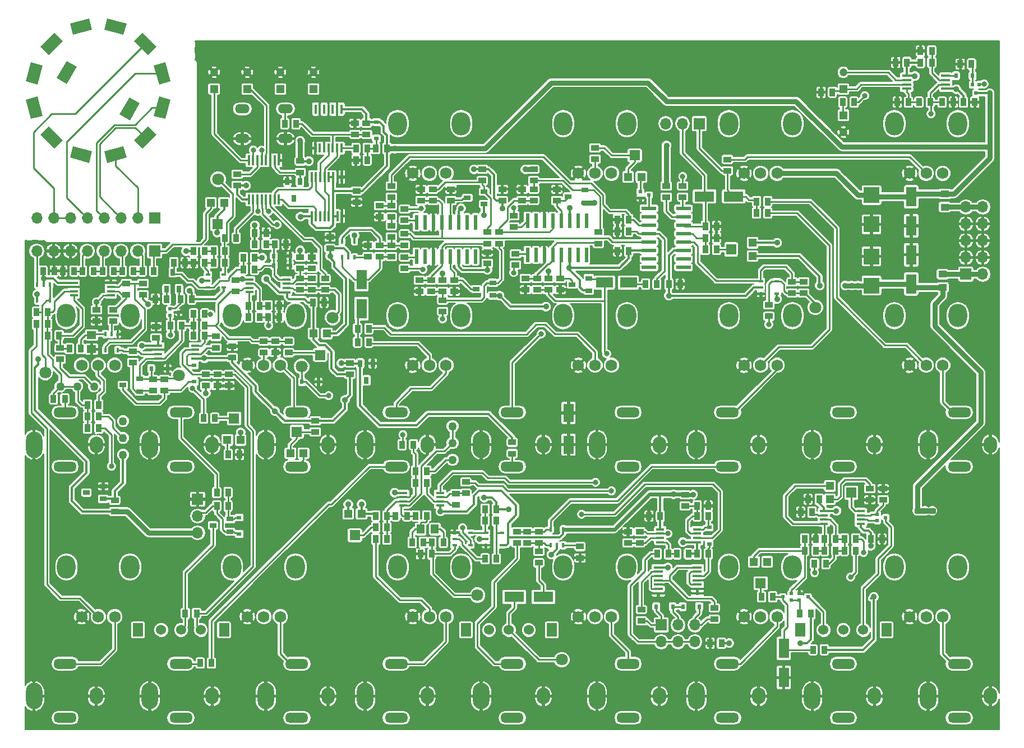
<source format=gbl>
G04 #@! TF.FileFunction,Copper,L2,Bot,Signal*
%FSLAX46Y46*%
G04 Gerber Fmt 4.6, Leading zero omitted, Abs format (unit mm)*
G04 Created by KiCad (PCBNEW 4.0.2-stable) date 2018-01-25 5:15:59 PM*
%MOMM*%
G01*
G04 APERTURE LIST*
%ADD10C,0.200000*%
%ADD11O,2.500000X4.000000*%
%ADD12O,2.000000X2.500000*%
%ADD13O,3.500000X1.500000*%
%ADD14R,1.300480X0.400000*%
%ADD15R,0.812800X1.143000*%
%ADD16R,1.600200X2.999740*%
%ADD17R,1.143000X0.812800*%
%ADD18R,2.999740X1.600200*%
%ADD19R,2.600960X1.600200*%
%ADD20R,0.701040X1.000760*%
%ADD21R,0.762000X0.609600*%
%ADD22R,1.000760X0.701040*%
%ADD23R,0.609600X0.762000*%
%ADD24R,1.200000X1.200000*%
%ADD25C,1.200000*%
%ADD26R,2.397760X2.397760*%
%ADD27R,1.250000X1.000000*%
%ADD28R,1.700000X1.700000*%
%ADD29O,1.700000X1.700000*%
%ADD30R,1.143000X1.397000*%
%ADD31C,1.524000*%
%ADD32R,1.500000X2.000000*%
%ADD33O,2.200000X1.400000*%
%ADD34O,2.250000X1.400000*%
%ADD35R,1.397000X1.143000*%
%ADD36R,1.600000X2.800000*%
%ADD37R,0.450000X1.450000*%
%ADD38R,0.450000X1.500000*%
%ADD39R,0.599440X2.199640*%
%ADD40R,2.199640X0.599440*%
%ADD41R,1.600000X1.500000*%
%ADD42R,1.500000X1.600000*%
%ADD43R,0.600000X0.500000*%
%ADD44R,0.700000X0.450000*%
%ADD45R,0.450000X0.700000*%
%ADD46C,1.800000*%
%ADD47O,2.800000X3.500000*%
%ADD48C,1.750000*%
%ADD49R,0.500000X0.600000*%
%ADD50R,1.450000X0.450000*%
%ADD51C,1.270000*%
%ADD52C,0.900000*%
%ADD53C,0.800000*%
%ADD54C,0.250000*%
%ADD55C,0.350000*%
%ADD56C,0.800000*%
%ADD57C,0.600000*%
%ADD58C,0.203200*%
%ADD59C,0.254000*%
G04 APERTURE END LIST*
D10*
D11*
X103300000Y-107500000D03*
D12*
X112700000Y-107500000D03*
D13*
X108000000Y-102600000D03*
X108000000Y-110800000D03*
D14*
X91806000Y-84955400D03*
X91806000Y-84320400D03*
X91806000Y-83660000D03*
X91806000Y-83025000D03*
X97394000Y-83025000D03*
X97394000Y-83672700D03*
X97394000Y-84320400D03*
X97394000Y-84968100D03*
X118306000Y-84455400D03*
X118306000Y-83820400D03*
X118306000Y-83160000D03*
X118306000Y-82525000D03*
X123894000Y-82525000D03*
X123894000Y-83172700D03*
X123894000Y-83820400D03*
X123894000Y-84468100D03*
X104556000Y-94455400D03*
X104556000Y-93820400D03*
X104556000Y-93160000D03*
X104556000Y-92525000D03*
X110144000Y-92525000D03*
X110144000Y-93172700D03*
X110144000Y-93820400D03*
X110144000Y-94468100D03*
D15*
X113399100Y-114750000D03*
X115100900Y-114750000D03*
D16*
X135250000Y-82550360D03*
X135250000Y-86949640D03*
D17*
X138000000Y-79100900D03*
X138000000Y-77399100D03*
X139750000Y-74399100D03*
X139750000Y-76100900D03*
D15*
X142100900Y-118250000D03*
X140399100Y-118250000D03*
D17*
X148750000Y-70600900D03*
X148750000Y-68899100D03*
D15*
X89600900Y-91000000D03*
X87899100Y-91000000D03*
X155600900Y-119000000D03*
X153899100Y-119000000D03*
D17*
X99750000Y-83149100D03*
X99750000Y-84850900D03*
X149250000Y-82649100D03*
X149250000Y-84350900D03*
X103750000Y-99350900D03*
X103750000Y-97649100D03*
X113250000Y-92850900D03*
X113250000Y-91149100D03*
X164750000Y-70600900D03*
X164750000Y-68899100D03*
X115250000Y-96899100D03*
X115250000Y-98600900D03*
D18*
X187050360Y-70000000D03*
X191449640Y-70000000D03*
D15*
X206850900Y-123500000D03*
X205149100Y-123500000D03*
X112899100Y-78250000D03*
X114600900Y-78250000D03*
D17*
X126000000Y-82399100D03*
X126000000Y-84100900D03*
X165250000Y-82399100D03*
X165250000Y-84100900D03*
D19*
X175550860Y-83000000D03*
X171949140Y-83000000D03*
D17*
X202000000Y-82899100D03*
X202000000Y-84600900D03*
D18*
X162699640Y-130500000D03*
X158300360Y-130500000D03*
D17*
X160250000Y-122350900D03*
X160250000Y-120649100D03*
D15*
X227350900Y-50000000D03*
X225649100Y-50000000D03*
X212149100Y-121750000D03*
X213850900Y-121750000D03*
X202649100Y-115750000D03*
X204350900Y-115750000D03*
X217600900Y-49750000D03*
X215899100Y-49750000D03*
X227850900Y-55750000D03*
X226149100Y-55750000D03*
X175600900Y-78250000D03*
X173899100Y-78250000D03*
X183350900Y-83250000D03*
X181649100Y-83250000D03*
D17*
X134250000Y-60600900D03*
X134250000Y-58899100D03*
X154250000Y-80100900D03*
X154250000Y-78399100D03*
X156500000Y-68899100D03*
X156500000Y-70600900D03*
D15*
X136100900Y-64500000D03*
X134399100Y-64500000D03*
D17*
X95250000Y-87149100D03*
X95250000Y-88850900D03*
D15*
X88850900Y-81250000D03*
X87149100Y-81250000D03*
D17*
X115750000Y-94350900D03*
X115750000Y-92649100D03*
X104250000Y-89649100D03*
X104250000Y-91350900D03*
D15*
X127899100Y-86000000D03*
X129600900Y-86000000D03*
D17*
X130500000Y-76149100D03*
X130500000Y-77850900D03*
X134500000Y-69149100D03*
X134500000Y-70850900D03*
D15*
X120850900Y-75500000D03*
X119149100Y-75500000D03*
D16*
X218250000Y-70050360D03*
X218250000Y-74449640D03*
X218250000Y-78800360D03*
X218250000Y-83199640D03*
D20*
X136000000Y-97770000D03*
X136952500Y-95230000D03*
X135047500Y-95230000D03*
X125000000Y-70270000D03*
X125952500Y-67730000D03*
X124047500Y-67730000D03*
D21*
X116750000Y-120994600D03*
X116750000Y-118505400D03*
D22*
X93730000Y-114750000D03*
X96270000Y-115702500D03*
X96270000Y-113797500D03*
D23*
X105994600Y-96000000D03*
X103505400Y-96000000D03*
D21*
X110000000Y-97994600D03*
X110000000Y-95505400D03*
D23*
X128744600Y-98000000D03*
X126255400Y-98000000D03*
X124494600Y-80400000D03*
X122005400Y-80400000D03*
X122005400Y-79000000D03*
X124494600Y-79000000D03*
D24*
X113000000Y-53770000D03*
D25*
X113000000Y-51230000D03*
D24*
X118000000Y-53770000D03*
D25*
X118000000Y-51230000D03*
D24*
X123000000Y-53770000D03*
D25*
X123000000Y-51230000D03*
D24*
X128000000Y-53770000D03*
D25*
X128000000Y-51230000D03*
D23*
X225005400Y-51750000D03*
X227494600Y-51750000D03*
D21*
X137500000Y-61244600D03*
X137500000Y-58755400D03*
D26*
X212250000Y-74199640D03*
X212250000Y-69800360D03*
X212250000Y-83449640D03*
X212250000Y-79050360D03*
D27*
X223300000Y-71600000D03*
X223300000Y-69600000D03*
X223000000Y-81750000D03*
X223000000Y-83750000D03*
D11*
X135800000Y-107500000D03*
D12*
X145200000Y-107500000D03*
D13*
X140500000Y-102600000D03*
X140500000Y-110800000D03*
D11*
X170800000Y-107500000D03*
D12*
X180200000Y-107500000D03*
D13*
X175500000Y-102600000D03*
X175500000Y-110800000D03*
D11*
X170800000Y-145500000D03*
D12*
X180200000Y-145500000D03*
D13*
X175500000Y-140600000D03*
X175500000Y-148800000D03*
D11*
X135800000Y-145500000D03*
D12*
X145200000Y-145500000D03*
D13*
X140500000Y-140600000D03*
X140500000Y-148800000D03*
D11*
X85800000Y-145500000D03*
D12*
X95200000Y-145500000D03*
D13*
X90500000Y-140600000D03*
X90500000Y-148800000D03*
D11*
X120800000Y-145500000D03*
D12*
X130200000Y-145500000D03*
D13*
X125500000Y-140600000D03*
X125500000Y-148800000D03*
D11*
X85800000Y-107500000D03*
D12*
X95200000Y-107500000D03*
D13*
X90500000Y-102600000D03*
X90500000Y-110800000D03*
D11*
X120800000Y-107500000D03*
D12*
X130200000Y-107500000D03*
D13*
X125500000Y-102600000D03*
X125500000Y-110800000D03*
D11*
X185800000Y-145500000D03*
D12*
X195200000Y-145500000D03*
D13*
X190500000Y-140600000D03*
X190500000Y-148800000D03*
D11*
X220800000Y-145500000D03*
D12*
X230200000Y-145500000D03*
D13*
X225500000Y-140600000D03*
X225500000Y-148800000D03*
D11*
X185800000Y-107500000D03*
D12*
X195200000Y-107500000D03*
D13*
X190500000Y-102600000D03*
X190500000Y-110800000D03*
D11*
X203300000Y-107500000D03*
D12*
X212700000Y-107500000D03*
D13*
X208000000Y-102600000D03*
X208000000Y-110800000D03*
D11*
X220800000Y-107500000D03*
D12*
X230200000Y-107500000D03*
D13*
X225500000Y-102600000D03*
X225500000Y-110800000D03*
D11*
X153300000Y-107500000D03*
D12*
X162700000Y-107500000D03*
D13*
X158000000Y-102600000D03*
X158000000Y-110800000D03*
D11*
X103300000Y-145500000D03*
D12*
X112700000Y-145500000D03*
D13*
X108000000Y-140600000D03*
X108000000Y-148800000D03*
D11*
X153300000Y-145500000D03*
D12*
X162700000Y-145500000D03*
D13*
X158000000Y-140600000D03*
X158000000Y-148800000D03*
D11*
X203300000Y-145500000D03*
D12*
X212700000Y-145500000D03*
D13*
X208000000Y-140600000D03*
X208000000Y-148800000D03*
D28*
X226500000Y-81750000D03*
D29*
X229040000Y-81750000D03*
X226500000Y-79210000D03*
X229040000Y-79210000D03*
X226500000Y-76670000D03*
X229040000Y-76670000D03*
X226500000Y-74130000D03*
X229040000Y-74130000D03*
X226500000Y-71590000D03*
X229040000Y-71590000D03*
D22*
X99230000Y-98500000D03*
X101770000Y-99452500D03*
X101770000Y-97547500D03*
D15*
X91850900Y-81250000D03*
X90149100Y-81250000D03*
X94850900Y-81250000D03*
X93149100Y-81250000D03*
D17*
X133500000Y-96850900D03*
X133500000Y-95149100D03*
X126000000Y-64649100D03*
X126000000Y-66350900D03*
D15*
X97850900Y-81250000D03*
X96149100Y-81250000D03*
X100850900Y-81250000D03*
X99149100Y-81250000D03*
X113399100Y-116750000D03*
X115100900Y-116750000D03*
X136350900Y-92000000D03*
X134649100Y-92000000D03*
X136350900Y-90000000D03*
X134649100Y-90000000D03*
D17*
X98000000Y-117600900D03*
X98000000Y-115899100D03*
D15*
X103850900Y-81250000D03*
X102149100Y-81250000D03*
D17*
X151000000Y-114850900D03*
X151000000Y-113149100D03*
X136250000Y-77399100D03*
X136250000Y-79100900D03*
X139750000Y-79100900D03*
X139750000Y-77399100D03*
X149500000Y-116600900D03*
X149500000Y-114899100D03*
X139750000Y-73100900D03*
X139750000Y-71399100D03*
D15*
X143399100Y-113250000D03*
X145100900Y-113250000D03*
X139100900Y-121750000D03*
X137399100Y-121750000D03*
X143100900Y-107500000D03*
X141399100Y-107500000D03*
X139100900Y-120000000D03*
X137399100Y-120000000D03*
D17*
X138000000Y-73100900D03*
X138000000Y-71399100D03*
X139750000Y-68399100D03*
X139750000Y-70100900D03*
X141750000Y-77350900D03*
X141750000Y-75649100D03*
D15*
X139100900Y-118250000D03*
X137399100Y-118250000D03*
D17*
X144250000Y-68899100D03*
X144250000Y-70600900D03*
D15*
X86149100Y-87500000D03*
X87850900Y-87500000D03*
X90450900Y-100600000D03*
X88749100Y-100600000D03*
X95600900Y-101500000D03*
X93899100Y-101500000D03*
X86149100Y-89250000D03*
X87850900Y-89250000D03*
X95600900Y-105000000D03*
X93899100Y-105000000D03*
X95600900Y-103250000D03*
X93899100Y-103250000D03*
X145100900Y-111500000D03*
X143399100Y-111500000D03*
X145100900Y-118250000D03*
X143399100Y-118250000D03*
X142899100Y-122250000D03*
X144600900Y-122250000D03*
D17*
X141750000Y-73600900D03*
X141750000Y-71899100D03*
X89750000Y-94600900D03*
X89750000Y-92899100D03*
D30*
X146329500Y-120250000D03*
X144170500Y-120250000D03*
D17*
X146000000Y-68899100D03*
X146000000Y-70600900D03*
D15*
X147600900Y-122250000D03*
X145899100Y-122250000D03*
D17*
X153500000Y-65899100D03*
X153500000Y-67600900D03*
D15*
X144149100Y-124000000D03*
X145850900Y-124000000D03*
D17*
X154250000Y-77100900D03*
X154250000Y-75399100D03*
D15*
X153899100Y-124750000D03*
X155600900Y-124750000D03*
X153899100Y-117250000D03*
X155600900Y-117250000D03*
D17*
X144000000Y-84350900D03*
X144000000Y-82649100D03*
D15*
X91149100Y-93000000D03*
X92850900Y-93000000D03*
D17*
X141750000Y-79149100D03*
X141750000Y-80850900D03*
X102250000Y-83149100D03*
X102250000Y-84850900D03*
X145750000Y-84350900D03*
X145750000Y-82649100D03*
X97750000Y-87149100D03*
X97750000Y-88850900D03*
X147500000Y-82649100D03*
X147500000Y-84350900D03*
X100750000Y-93399100D03*
X100750000Y-95100900D03*
X156000000Y-75399100D03*
X156000000Y-77100900D03*
X128250000Y-105600900D03*
X128250000Y-103899100D03*
X159500000Y-68899100D03*
X159500000Y-70600900D03*
X105500000Y-97649100D03*
X105500000Y-99350900D03*
D15*
X109899100Y-91000000D03*
X111600900Y-91000000D03*
D17*
X124250000Y-93600900D03*
X124250000Y-91899100D03*
D15*
X109899100Y-87750000D03*
X111600900Y-87750000D03*
X107899100Y-85500000D03*
X109600900Y-85500000D03*
X109899100Y-89500000D03*
X111600900Y-89500000D03*
D17*
X120500000Y-93600900D03*
X120500000Y-91899100D03*
X158250000Y-74600900D03*
X158250000Y-72899100D03*
X161250000Y-68899100D03*
X161250000Y-70600900D03*
D15*
X117399100Y-79250000D03*
X119100900Y-79250000D03*
X104149100Y-85500000D03*
X105850900Y-85500000D03*
X108600900Y-80000000D03*
X106899100Y-80000000D03*
D17*
X113500000Y-98600900D03*
X113500000Y-96899100D03*
X161250000Y-65899100D03*
X161250000Y-67600900D03*
X111750000Y-96899100D03*
X111750000Y-98600900D03*
D15*
X117399100Y-81000000D03*
X119100900Y-81000000D03*
X203649100Y-125500000D03*
X205350900Y-125500000D03*
D17*
X171000000Y-77100900D03*
X171000000Y-75399100D03*
D15*
X209850900Y-123500000D03*
X208149100Y-123500000D03*
X209850900Y-121750000D03*
X208149100Y-121750000D03*
X196600900Y-72500000D03*
X194899100Y-72500000D03*
D17*
X190500000Y-64399100D03*
X190500000Y-66100900D03*
D15*
X196600900Y-70750000D03*
X194899100Y-70750000D03*
X118149100Y-88250000D03*
X119850900Y-88250000D03*
D17*
X160000000Y-84100900D03*
X160000000Y-82399100D03*
D15*
X123850900Y-77250000D03*
X122149100Y-77250000D03*
X111600900Y-78250000D03*
X109899100Y-78250000D03*
X109899100Y-80000000D03*
X111600900Y-80000000D03*
X122850900Y-88250000D03*
X121149100Y-88250000D03*
X119149100Y-77250000D03*
X120850900Y-77250000D03*
X188850900Y-74500000D03*
X187149100Y-74500000D03*
X206850900Y-121750000D03*
X205149100Y-121750000D03*
D17*
X126000000Y-80850900D03*
X126000000Y-79149100D03*
X127750000Y-79149100D03*
X127750000Y-80850900D03*
D15*
X112899100Y-80000000D03*
X114600900Y-80000000D03*
X187149100Y-78000000D03*
X188850900Y-78000000D03*
X188850900Y-76250000D03*
X187149100Y-76250000D03*
D17*
X158500000Y-78649100D03*
X158500000Y-80350900D03*
X127750000Y-82399100D03*
X127750000Y-84100900D03*
D15*
X203850900Y-123500000D03*
X202149100Y-123500000D03*
D17*
X161750000Y-84100900D03*
X161750000Y-82399100D03*
D15*
X114649100Y-76250000D03*
X116350900Y-76250000D03*
X195649100Y-130500000D03*
X197350900Y-130500000D03*
X203850900Y-121750000D03*
X202149100Y-121750000D03*
D17*
X163500000Y-82399100D03*
X163500000Y-84100900D03*
X129750000Y-84100900D03*
X129750000Y-82399100D03*
D15*
X203100900Y-133000000D03*
X201399100Y-133000000D03*
D17*
X212000000Y-115850900D03*
X212000000Y-114149100D03*
X183750000Y-70100900D03*
X183750000Y-68399100D03*
X147500000Y-87350900D03*
X147500000Y-85649100D03*
D15*
X203399100Y-138500000D03*
X205100900Y-138500000D03*
X179850900Y-83250000D03*
X178149100Y-83250000D03*
X175600900Y-73500000D03*
X173899100Y-73500000D03*
D17*
X200250000Y-82899100D03*
X200250000Y-84600900D03*
D15*
X173899100Y-75250000D03*
X175600900Y-75250000D03*
D17*
X116250000Y-84350900D03*
X116250000Y-82649100D03*
X196750000Y-86399100D03*
X196750000Y-88100900D03*
X214000000Y-114149100D03*
X214000000Y-115850900D03*
X158000000Y-108850900D03*
X158000000Y-107149100D03*
D15*
X219649100Y-48000000D03*
X221350900Y-48000000D03*
D17*
X122250000Y-93600900D03*
X122250000Y-91899100D03*
D15*
X219399100Y-55750000D03*
X221100900Y-55750000D03*
X216149100Y-55750000D03*
X217850900Y-55750000D03*
X219649100Y-49750000D03*
X221350900Y-49750000D03*
D17*
X170500000Y-64350900D03*
X170500000Y-62649100D03*
X162000000Y-125350900D03*
X162000000Y-123649100D03*
X116500000Y-68350900D03*
X116500000Y-66649100D03*
X168250000Y-124600900D03*
X168250000Y-122899100D03*
D15*
X112600900Y-140500000D03*
X110899100Y-140500000D03*
X209600900Y-55750000D03*
X207899100Y-55750000D03*
D17*
X162000000Y-122350900D03*
X162000000Y-120649100D03*
D15*
X224600900Y-55750000D03*
X222899100Y-55750000D03*
D17*
X158750000Y-122350900D03*
X158750000Y-120649100D03*
D15*
X204649100Y-54250000D03*
X206350900Y-54250000D03*
D17*
X136000000Y-60600900D03*
X136000000Y-58899100D03*
D15*
X134399100Y-62750000D03*
X136100900Y-62750000D03*
X137399100Y-62750000D03*
X139100900Y-62750000D03*
X125350900Y-59000000D03*
X123649100Y-59000000D03*
D31*
X154500000Y-135500000D03*
X157500000Y-135500000D03*
X160500000Y-135500000D03*
D32*
X151000000Y-135500000D03*
X164000000Y-135500000D03*
D31*
X205000000Y-135500000D03*
X208000000Y-135500000D03*
X211000000Y-135500000D03*
D32*
X201500000Y-135500000D03*
X214500000Y-135500000D03*
D33*
X117250000Y-56750000D03*
X117250000Y-61250000D03*
D34*
X123750000Y-56750000D03*
X123750000Y-61250000D03*
D35*
X94500000Y-90920500D03*
X94500000Y-93079500D03*
D36*
X166500000Y-107500000D03*
D37*
X132200000Y-62700000D03*
X131550000Y-62700000D03*
X130900000Y-62700000D03*
X130250000Y-62700000D03*
X129600000Y-62700000D03*
X128950000Y-62700000D03*
X128300000Y-62700000D03*
X128300000Y-56800000D03*
X128950000Y-56800000D03*
X129600000Y-56800000D03*
X130250000Y-56800000D03*
X130900000Y-56800000D03*
X131550000Y-56800000D03*
X132200000Y-56800000D03*
D38*
X127725000Y-67050000D03*
X128375000Y-67050000D03*
X129025000Y-67050000D03*
X129675000Y-67050000D03*
X130325000Y-67050000D03*
X130975000Y-67050000D03*
X131625000Y-67050000D03*
X132275000Y-67050000D03*
X132275000Y-72950000D03*
X131625000Y-72950000D03*
X130975000Y-72950000D03*
X130325000Y-72950000D03*
X129675000Y-72950000D03*
X129025000Y-72950000D03*
X128375000Y-72950000D03*
X127725000Y-72950000D03*
D39*
X143555000Y-73901580D03*
X144825000Y-73901580D03*
X146095000Y-73901580D03*
X147365000Y-73901580D03*
X148635000Y-73901580D03*
X149905000Y-73901580D03*
X151175000Y-73901580D03*
X152445000Y-73901580D03*
X152445000Y-79098420D03*
X151175000Y-79098420D03*
X149905000Y-79098420D03*
X148635000Y-79098420D03*
X147365000Y-79098420D03*
X146095000Y-79098420D03*
X144825000Y-79098420D03*
X143555000Y-79098420D03*
X160305000Y-73651580D03*
X161575000Y-73651580D03*
X162845000Y-73651580D03*
X164115000Y-73651580D03*
X165385000Y-73651580D03*
X166655000Y-73651580D03*
X167925000Y-73651580D03*
X169195000Y-73651580D03*
X169195000Y-78848420D03*
X167925000Y-78848420D03*
X166655000Y-78848420D03*
X165385000Y-78848420D03*
X164115000Y-78848420D03*
X162845000Y-78848420D03*
X161575000Y-78848420D03*
X160305000Y-78848420D03*
D40*
X183848420Y-71805000D03*
X183848420Y-73075000D03*
X183848420Y-74345000D03*
X183848420Y-75615000D03*
X183848420Y-76885000D03*
X183848420Y-78155000D03*
X183848420Y-79425000D03*
X183848420Y-80695000D03*
X178651580Y-80695000D03*
X178651580Y-79425000D03*
X178651580Y-78155000D03*
X178651580Y-76885000D03*
X178651580Y-75615000D03*
X178651580Y-74345000D03*
X178651580Y-73075000D03*
X178651580Y-71805000D03*
D14*
X141556000Y-116705400D03*
X141556000Y-116070400D03*
X141556000Y-115410000D03*
X141556000Y-114775000D03*
X147144000Y-114775000D03*
X147144000Y-115422700D03*
X147144000Y-116070400D03*
X147144000Y-116718100D03*
X205056000Y-119455400D03*
X205056000Y-118820400D03*
X205056000Y-118160000D03*
X205056000Y-117525000D03*
X210644000Y-117525000D03*
X210644000Y-118172700D03*
X210644000Y-118820400D03*
X210644000Y-119468100D03*
D38*
X118225000Y-64550000D03*
X118875000Y-64550000D03*
X119525000Y-64550000D03*
X120175000Y-64550000D03*
X120825000Y-64550000D03*
X121475000Y-64550000D03*
X122125000Y-64550000D03*
X122775000Y-64550000D03*
X122775000Y-70450000D03*
X122125000Y-70450000D03*
X121475000Y-70450000D03*
X120825000Y-70450000D03*
X120175000Y-70450000D03*
X119525000Y-70450000D03*
X118875000Y-70450000D03*
X118225000Y-70450000D03*
D41*
X113500000Y-74200000D03*
D24*
X112500000Y-70950000D03*
X114500000Y-70950000D03*
D41*
X134250000Y-121200000D03*
D24*
X133250000Y-117950000D03*
X135250000Y-117950000D03*
D41*
X125500000Y-105550000D03*
D24*
X126500000Y-108800000D03*
X124500000Y-108800000D03*
D41*
X129000000Y-93950000D03*
D24*
X128000000Y-90700000D03*
X130000000Y-90700000D03*
D42*
X191050000Y-78000000D03*
D24*
X194300000Y-77000000D03*
X194300000Y-79000000D03*
D41*
X195500000Y-128450000D03*
D24*
X194500000Y-125200000D03*
X196500000Y-125200000D03*
D42*
X209200000Y-114750000D03*
D24*
X205950000Y-115750000D03*
X205950000Y-113750000D03*
D41*
X176500000Y-63800000D03*
D24*
X177500000Y-67050000D03*
X175500000Y-67050000D03*
D15*
X108649100Y-133000000D03*
X110350900Y-133000000D03*
D31*
X111000000Y-135500000D03*
X108000000Y-135500000D03*
X105000000Y-135500000D03*
D32*
X114500000Y-135500000D03*
X101500000Y-135500000D03*
D28*
X110500000Y-115750000D03*
D29*
X110500000Y-118290000D03*
X110500000Y-120830000D03*
D10*
G36*
X99305952Y-62402438D02*
X99771826Y-64141105D01*
X96874048Y-64917562D01*
X96408174Y-63178895D01*
X99305952Y-62402438D01*
X99305952Y-62402438D01*
G37*
G36*
X102994264Y-59372944D02*
X104267056Y-60645736D01*
X102145736Y-62767056D01*
X100872944Y-61494264D01*
X102994264Y-59372944D01*
X102994264Y-59372944D01*
G37*
G36*
X104678895Y-54908174D02*
X106417562Y-55374048D01*
X105641105Y-58271826D01*
X103902438Y-57805952D01*
X104678895Y-54908174D01*
X104678895Y-54908174D01*
G37*
G36*
X106417562Y-52625952D02*
X104678895Y-53091826D01*
X103902438Y-50194048D01*
X105641105Y-49728174D01*
X106417562Y-52625952D01*
X106417562Y-52625952D01*
G37*
G36*
X104267056Y-47354264D02*
X102994264Y-48627056D01*
X100872944Y-46505736D01*
X102145736Y-45232944D01*
X104267056Y-47354264D01*
X104267056Y-47354264D01*
G37*
G36*
X99771826Y-43858895D02*
X99305952Y-45597562D01*
X96408174Y-44821105D01*
X96874048Y-43082438D01*
X99771826Y-43858895D01*
X99771826Y-43858895D01*
G37*
G36*
X90710577Y-49500962D02*
X92269423Y-50400962D01*
X90769423Y-52999038D01*
X89210577Y-52099038D01*
X90710577Y-49500962D01*
X90710577Y-49500962D01*
G37*
G36*
X100230577Y-55000962D02*
X101789423Y-55900962D01*
X100289423Y-58499038D01*
X98730577Y-57599038D01*
X100230577Y-55000962D01*
X100230577Y-55000962D01*
G37*
G36*
X94591826Y-63178895D02*
X94125952Y-64917562D01*
X91228174Y-64141105D01*
X91694048Y-62402438D01*
X94591826Y-63178895D01*
X94591826Y-63178895D01*
G37*
G36*
X90127056Y-61494264D02*
X88854264Y-62767056D01*
X86732944Y-60645736D01*
X88005736Y-59372944D01*
X90127056Y-61494264D01*
X90127056Y-61494264D01*
G37*
G36*
X87097562Y-57805952D02*
X85358895Y-58271826D01*
X84582438Y-55374048D01*
X86321105Y-54908174D01*
X87097562Y-57805952D01*
X87097562Y-57805952D01*
G37*
G36*
X85358895Y-49728174D02*
X87097562Y-50194048D01*
X86321105Y-53091826D01*
X84582438Y-52625952D01*
X85358895Y-49728174D01*
X85358895Y-49728174D01*
G37*
G36*
X88854264Y-45232944D02*
X90127056Y-46505736D01*
X88005736Y-48627056D01*
X86732944Y-47354264D01*
X88854264Y-45232944D01*
X88854264Y-45232944D01*
G37*
G36*
X94125952Y-43082438D02*
X94591826Y-44821105D01*
X91694048Y-45597562D01*
X91228174Y-43858895D01*
X94125952Y-43082438D01*
X94125952Y-43082438D01*
G37*
D17*
X181250000Y-70100900D03*
X181250000Y-68399100D03*
D43*
X178650000Y-69750000D03*
X177350000Y-70250000D03*
X177350000Y-69250000D03*
X107650000Y-87500000D03*
X106350000Y-88000000D03*
X106350000Y-87000000D03*
X198850000Y-130500000D03*
X200150000Y-130000000D03*
X200150000Y-131000000D03*
X202650000Y-130500000D03*
X201350000Y-131000000D03*
X201350000Y-130000000D03*
X214400000Y-118500000D03*
X213100000Y-119000000D03*
X213100000Y-118000000D03*
D20*
X106750000Y-81480000D03*
X105797500Y-84020000D03*
X107702500Y-84020000D03*
D44*
X154050000Y-121750000D03*
X154050000Y-122700000D03*
X154050000Y-120800000D03*
X156450000Y-122700000D03*
X156450000Y-120800000D03*
D45*
X164750000Y-122700000D03*
X165700000Y-122700000D03*
X163800000Y-122700000D03*
X165700000Y-120300000D03*
X163800000Y-120300000D03*
D44*
X195550000Y-83750000D03*
X195550000Y-84700000D03*
X195550000Y-82800000D03*
X197950000Y-84700000D03*
X197950000Y-82800000D03*
X112050000Y-82750000D03*
X112050000Y-83700000D03*
X112050000Y-81800000D03*
X114450000Y-83700000D03*
X114450000Y-81800000D03*
D45*
X87250000Y-83300000D03*
X86300000Y-83300000D03*
X88200000Y-83300000D03*
X86300000Y-85700000D03*
X88200000Y-85700000D03*
X133250000Y-79200000D03*
X134200000Y-79200000D03*
X132300000Y-79200000D03*
X134200000Y-76800000D03*
X132300000Y-76800000D03*
D28*
X104000000Y-78250000D03*
D29*
X101460000Y-78250000D03*
X98920000Y-78250000D03*
X96380000Y-78250000D03*
X93840000Y-78250000D03*
X91300000Y-78250000D03*
X88760000Y-78250000D03*
X86220000Y-78250000D03*
D28*
X104000000Y-73250000D03*
D29*
X101460000Y-73250000D03*
X98920000Y-73250000D03*
X96380000Y-73250000D03*
X93840000Y-73250000D03*
X91300000Y-73250000D03*
X88760000Y-73250000D03*
X86220000Y-73250000D03*
D46*
X152750000Y-130250000D03*
X107700000Y-97050000D03*
X203750000Y-86750000D03*
X165500000Y-140000000D03*
D44*
X149300000Y-121750000D03*
X149300000Y-122700000D03*
X149300000Y-120800000D03*
X151700000Y-122700000D03*
X151700000Y-120800000D03*
D45*
X97500000Y-90800000D03*
X96550000Y-90800000D03*
X98450000Y-90800000D03*
X96550000Y-93200000D03*
X98450000Y-93200000D03*
D47*
X150300000Y-88000000D03*
X140700000Y-88000000D03*
D48*
X148000000Y-95500000D03*
X145500000Y-95500000D03*
X143000000Y-95500000D03*
D47*
X175300000Y-88000000D03*
X165700000Y-88000000D03*
D48*
X173000000Y-95500000D03*
X170500000Y-95500000D03*
X168000000Y-95500000D03*
D47*
X175300000Y-126000000D03*
X165700000Y-126000000D03*
D48*
X173000000Y-133500000D03*
X170500000Y-133500000D03*
X168000000Y-133500000D03*
D47*
X150300000Y-59000000D03*
X140700000Y-59000000D03*
D48*
X148000000Y-66500000D03*
X145500000Y-66500000D03*
X143000000Y-66500000D03*
D47*
X150300000Y-126000000D03*
X140700000Y-126000000D03*
D48*
X148000000Y-133500000D03*
X145500000Y-133500000D03*
X143000000Y-133500000D03*
D47*
X100300000Y-88000000D03*
X90700000Y-88000000D03*
D48*
X98000000Y-95500000D03*
X95500000Y-95500000D03*
X93000000Y-95500000D03*
D47*
X100300000Y-126000000D03*
X90700000Y-126000000D03*
D48*
X98000000Y-133500000D03*
X95500000Y-133500000D03*
X93000000Y-133500000D03*
D47*
X125300000Y-126000000D03*
X115700000Y-126000000D03*
D48*
X123000000Y-133500000D03*
X120500000Y-133500000D03*
X118000000Y-133500000D03*
D47*
X125300000Y-88000000D03*
X115700000Y-88000000D03*
D48*
X123000000Y-95500000D03*
X120500000Y-95500000D03*
X118000000Y-95500000D03*
D47*
X200300000Y-59000000D03*
X190700000Y-59000000D03*
D48*
X198000000Y-66500000D03*
X195500000Y-66500000D03*
X193000000Y-66500000D03*
D47*
X200300000Y-126000000D03*
X190700000Y-126000000D03*
D48*
X198000000Y-133500000D03*
X195500000Y-133500000D03*
X193000000Y-133500000D03*
D47*
X225300000Y-126000000D03*
X215700000Y-126000000D03*
D48*
X223000000Y-133500000D03*
X220500000Y-133500000D03*
X218000000Y-133500000D03*
D47*
X200300000Y-88000000D03*
X190700000Y-88000000D03*
D48*
X198000000Y-95500000D03*
X195500000Y-95500000D03*
X193000000Y-95500000D03*
D47*
X225300000Y-59000000D03*
X215700000Y-59000000D03*
D48*
X223000000Y-66500000D03*
X220500000Y-66500000D03*
X218000000Y-66500000D03*
D47*
X225300000Y-88000000D03*
X215700000Y-88000000D03*
D48*
X223000000Y-95500000D03*
X220500000Y-95500000D03*
X218000000Y-95500000D03*
D47*
X175300000Y-59000000D03*
X165700000Y-59000000D03*
D48*
X173000000Y-66500000D03*
X170500000Y-66500000D03*
X168000000Y-66500000D03*
D24*
X208000000Y-57730000D03*
D25*
X208000000Y-60270000D03*
D15*
X201549100Y-117700000D03*
X203250900Y-117700000D03*
D46*
X126200000Y-95700000D03*
X113600000Y-67400000D03*
X130900000Y-88300000D03*
D36*
X166500000Y-102700000D03*
D46*
X87500000Y-96600000D03*
D16*
X199000000Y-138300360D03*
X199000000Y-142699640D03*
D24*
X208000000Y-53770000D03*
D25*
X208000000Y-51230000D03*
D49*
X228000000Y-54400000D03*
X227500000Y-53100000D03*
X228500000Y-53100000D03*
D15*
X108100900Y-89500000D03*
X106399100Y-89500000D03*
X113100900Y-103500000D03*
X111399100Y-103500000D03*
X121149100Y-86500000D03*
X122850900Y-86500000D03*
X116850900Y-109000000D03*
X115149100Y-109000000D03*
X119850900Y-86500000D03*
X118149100Y-86500000D03*
D41*
X116000000Y-103550000D03*
D24*
X117000000Y-106800000D03*
X115000000Y-106800000D03*
D50*
X223450000Y-51775000D03*
X223450000Y-52425000D03*
X223450000Y-53075000D03*
X223450000Y-53725000D03*
X217550000Y-53725000D03*
X217550000Y-53075000D03*
X217550000Y-52425000D03*
X217550000Y-51775000D03*
D28*
X186250000Y-59000000D03*
D29*
X183710000Y-59000000D03*
X181170000Y-59000000D03*
D15*
X185899100Y-118250000D03*
X187600900Y-118250000D03*
D21*
X187750000Y-120005400D03*
X187750000Y-122494600D03*
D23*
X179755400Y-132000000D03*
X182244600Y-132000000D03*
X186244600Y-132000000D03*
X183755400Y-132000000D03*
D28*
X180500000Y-134750000D03*
D29*
X180500000Y-137290000D03*
X183040000Y-134750000D03*
X183040000Y-137290000D03*
X185580000Y-134750000D03*
X185580000Y-137290000D03*
D15*
X185899100Y-116750000D03*
X187600900Y-116750000D03*
D17*
X184100000Y-116750900D03*
X184100000Y-115049100D03*
D15*
X187600900Y-124000000D03*
X185899100Y-124000000D03*
D17*
X177500000Y-132399100D03*
X177500000Y-134100900D03*
X188500000Y-132149100D03*
X188500000Y-133850900D03*
D15*
X181600900Y-124000000D03*
X179899100Y-124000000D03*
D17*
X175500000Y-120649100D03*
X175500000Y-122350900D03*
D15*
X182899100Y-124000000D03*
X184600900Y-124000000D03*
D17*
X177250000Y-122350900D03*
X177250000Y-120649100D03*
D14*
X185944000Y-120294600D03*
X185944000Y-120929600D03*
X185944000Y-121590000D03*
X185944000Y-122225000D03*
X180356000Y-122225000D03*
X180356000Y-121577300D03*
X180356000Y-120929600D03*
X180356000Y-120281900D03*
D50*
X185950000Y-126050000D03*
X185950000Y-126700000D03*
X185950000Y-127350000D03*
X185950000Y-128000000D03*
X185950000Y-128650000D03*
X185950000Y-129300000D03*
X185950000Y-129950000D03*
X180050000Y-129950000D03*
X180050000Y-129300000D03*
X180050000Y-128650000D03*
X180050000Y-128000000D03*
X180050000Y-127350000D03*
X180050000Y-126700000D03*
X180050000Y-126050000D03*
D15*
X180350900Y-118300000D03*
X178649100Y-118300000D03*
X187899100Y-137500000D03*
X189600900Y-137500000D03*
D22*
X151230000Y-70200000D03*
X153770000Y-71152500D03*
X153770000Y-69247500D03*
X167030000Y-83300000D03*
X169570000Y-84252500D03*
X169570000Y-82347500D03*
X166430000Y-70000000D03*
X168970000Y-70952500D03*
X168970000Y-69047500D03*
X112830000Y-119700000D03*
X115370000Y-120652500D03*
X115370000Y-118747500D03*
X152530000Y-84000000D03*
X155070000Y-84952500D03*
X155070000Y-83047500D03*
D51*
X99250000Y-106500000D03*
X99250000Y-109040000D03*
X99250000Y-103960000D03*
X149000000Y-107250000D03*
X149000000Y-104710000D03*
X149000000Y-109790000D03*
X92320000Y-98700000D03*
X89780000Y-98700000D03*
X94860000Y-98700000D03*
D52*
X131100000Y-98400000D03*
X187600000Y-115450000D03*
X122000000Y-62700000D03*
X136250000Y-76250000D03*
X123550000Y-90000000D03*
X104250000Y-88500000D03*
X107200000Y-95300000D03*
X158700000Y-84150002D03*
X184850000Y-83250000D03*
X129100000Y-88000000D03*
X200500000Y-117700000D03*
X213850000Y-120400000D03*
X99250000Y-90800000D03*
X149300000Y-119900000D03*
X108250000Y-87250000D03*
X150100000Y-68850000D03*
X152650000Y-123300000D03*
X133350000Y-72950000D03*
X107250000Y-78350000D03*
X172550000Y-78250000D03*
X135300000Y-67000000D03*
X134300000Y-67000000D03*
X133300000Y-67000000D03*
X146100000Y-72200000D03*
X155500000Y-78400000D03*
X163550000Y-68900000D03*
X122750000Y-67700000D03*
X123300000Y-99850000D03*
X122300000Y-99850000D03*
X121300000Y-99850000D03*
X115250000Y-100900000D03*
X172700000Y-73500000D03*
X138950000Y-115550000D03*
X143050000Y-124000000D03*
X127750000Y-78150000D03*
X166950000Y-84850000D03*
D53*
X172250000Y-93775020D03*
X221250000Y-57500000D03*
D52*
X95250000Y-85950000D03*
X117000000Y-105650000D03*
X212600000Y-130500000D03*
X132750000Y-100750000D03*
X182350000Y-115000000D03*
X185300000Y-115050000D03*
X181500000Y-126050000D03*
X181300002Y-62300000D03*
X122200000Y-102450000D03*
X198000000Y-77000000D03*
X120850013Y-82500000D03*
X230100000Y-54399996D03*
X218800000Y-51800000D03*
X212150002Y-122800000D03*
X198000000Y-85500000D03*
X86299990Y-84750000D03*
X147150000Y-117600000D03*
X134200000Y-75900000D03*
X166650000Y-80750002D03*
X154250000Y-81099998D03*
X153700000Y-72800000D03*
X163100000Y-86650000D03*
X140250000Y-62750000D03*
X117800000Y-68350000D03*
X108750000Y-78250000D03*
X120250000Y-79250000D03*
X111500000Y-94450000D03*
X126000000Y-78150000D03*
X126050000Y-73050000D03*
X156100000Y-85000000D03*
X109315205Y-84236083D03*
X170400000Y-70950000D03*
X201500000Y-137500000D03*
X153750000Y-115500000D03*
X157449998Y-117250000D03*
X190750000Y-137500000D03*
X183775000Y-122225000D03*
X204450000Y-83450000D03*
X221400000Y-117500000D03*
X220300000Y-117500000D03*
X117225771Y-82472528D03*
X225045600Y-53775020D03*
X86400000Y-94600000D03*
X111150000Y-82750004D03*
X163900000Y-124100000D03*
X166700000Y-71700000D03*
X181650004Y-85000000D03*
X206950002Y-117500000D03*
X152250000Y-65900004D03*
X160000000Y-65900000D03*
X126000000Y-61600000D03*
X140249860Y-114749772D03*
X119150000Y-74350000D03*
X130500000Y-79000000D03*
X87250000Y-82349999D03*
X127300000Y-64650000D03*
X153057826Y-121794476D03*
X163500000Y-81250000D03*
X150300000Y-71800000D03*
X156500000Y-71800000D03*
X102100000Y-92550000D03*
X147450000Y-81600000D03*
X208300000Y-83450000D03*
X209250000Y-83450000D03*
X210200000Y-83450000D03*
X219150000Y-117500000D03*
X132200000Y-95200000D03*
X135249996Y-116500000D03*
X113450000Y-75450000D03*
X111750000Y-99750000D03*
X103000000Y-86300000D03*
X133249997Y-116500003D03*
D53*
X168500000Y-118000000D03*
X130300000Y-100100000D03*
X121250000Y-89500000D03*
X121194997Y-72260979D03*
X118900000Y-63000000D03*
X120200000Y-63000000D03*
X122500000Y-74250000D03*
X173000006Y-114500000D03*
X162385678Y-90739654D03*
X196740000Y-89330000D03*
X150500000Y-120050000D03*
X144550000Y-81000000D03*
X144250000Y-71800000D03*
X158250000Y-81500000D03*
X158250000Y-71750000D03*
X141500000Y-106000000D03*
X97500000Y-110750000D03*
X112438782Y-87764867D03*
X119600020Y-72250000D03*
X203650000Y-126850000D03*
X209100000Y-127500000D03*
X211050000Y-123800020D03*
X183750000Y-67000000D03*
X147500000Y-88500002D03*
X170570000Y-113190000D03*
X106400000Y-90900000D03*
X109750000Y-98974980D03*
X211250000Y-54750000D03*
X229250000Y-53000000D03*
X181500000Y-120950000D03*
D54*
X113399100Y-114750000D02*
X113399100Y-111899100D01*
X108000000Y-106500000D02*
X108000000Y-105000000D01*
X113399100Y-111899100D02*
X108000000Y-106500000D01*
X108000000Y-105000000D02*
X108000000Y-102600000D01*
X115100900Y-116750000D02*
X115100900Y-118478400D01*
X115100900Y-118478400D02*
X115370000Y-118747500D01*
X115370000Y-118747500D02*
X115952500Y-118747500D01*
X115952500Y-118747500D02*
X116194600Y-118505400D01*
X116194600Y-118505400D02*
X116750000Y-118505400D01*
X115250000Y-118800000D02*
X115450000Y-118800000D01*
X115450000Y-118800000D02*
X115500000Y-118750000D01*
X115100900Y-114750000D02*
X115100900Y-116750000D01*
X115100900Y-118650900D02*
X115250000Y-118800000D01*
X115100900Y-114750000D02*
X115100900Y-114584900D01*
X115100900Y-114584900D02*
X115000000Y-114484000D01*
X132300000Y-79200000D02*
X132300000Y-80650460D01*
X139750000Y-79100900D02*
X138000000Y-79100900D01*
X138000000Y-79100900D02*
X138000000Y-80850460D01*
X138000000Y-80850460D02*
X136300100Y-82550360D01*
X136300100Y-82550360D02*
X135250000Y-82550360D01*
X135250000Y-82550360D02*
X134199900Y-82550360D01*
X134199900Y-82550360D02*
X132300000Y-80650460D01*
X134649100Y-90000000D02*
X134649100Y-87550540D01*
X134649100Y-87550540D02*
X135250000Y-86949640D01*
X134649100Y-92000000D02*
X134649100Y-90000000D01*
X136750000Y-75000000D02*
X138000000Y-76250000D01*
X138000000Y-76250000D02*
X138000000Y-77399100D01*
X133500000Y-75000000D02*
X136750000Y-75000000D01*
X132300000Y-76800000D02*
X132300000Y-76200000D01*
X132300000Y-76200000D02*
X133500000Y-75000000D01*
X141750000Y-77350900D02*
X139798200Y-77350900D01*
X139798200Y-77350900D02*
X139750000Y-77399100D01*
X139750000Y-76100900D02*
X139750000Y-77399100D01*
X138000000Y-77399100D02*
X139750000Y-77399100D01*
X139750000Y-73100900D02*
X139750000Y-74399100D01*
X149000000Y-107250000D02*
X147750000Y-108500000D01*
X147750000Y-108500000D02*
X146537998Y-108500000D01*
X146537998Y-108500000D02*
X144250000Y-110787998D01*
X144250000Y-110787998D02*
X144250000Y-114911640D01*
X144250000Y-114911640D02*
X142456240Y-116705400D01*
X142456240Y-116705400D02*
X141556000Y-116705400D01*
X149000000Y-104710000D02*
X149000000Y-105608025D01*
X149000000Y-105608025D02*
X149000000Y-107250000D01*
X142100900Y-118250000D02*
X141444500Y-118250000D01*
X141444500Y-118250000D02*
X141250000Y-118055500D01*
X141250000Y-118055500D02*
X141250000Y-116800000D01*
X141250000Y-116800000D02*
X141461400Y-116800000D01*
X141461400Y-116800000D02*
X141556000Y-116705400D01*
X143399100Y-118250000D02*
X142100900Y-118250000D01*
X139100900Y-120000000D02*
X139100900Y-121750000D01*
X143399100Y-115126130D02*
X142454830Y-116070400D01*
X143399100Y-113250000D02*
X143399100Y-115126130D01*
X142454830Y-116070400D02*
X141556000Y-116070400D01*
X143399100Y-108899100D02*
X143100900Y-108600900D01*
X143100900Y-108600900D02*
X143100900Y-107500000D01*
X143399100Y-111500000D02*
X143399100Y-108899100D01*
X139100900Y-121701800D02*
X139149100Y-121750000D01*
X139100900Y-118250000D02*
X139100900Y-120000000D01*
X140399100Y-118250000D02*
X139100900Y-118250000D01*
X141556000Y-116070400D02*
X140459000Y-116070400D01*
X140459000Y-116070400D02*
X139100900Y-117428500D01*
X139100900Y-117428500D02*
X139100900Y-118250000D01*
X143399100Y-111500000D02*
X143399100Y-113250000D01*
X148750000Y-70600900D02*
X148899100Y-70600900D01*
X148899100Y-70600900D02*
X149000000Y-70500000D01*
X149000000Y-70500000D02*
X150350000Y-70500000D01*
X150350000Y-70500000D02*
X150600000Y-70250000D01*
X150600000Y-70250000D02*
X151300000Y-70250000D01*
X148635000Y-73901580D02*
X148635000Y-70715900D01*
X148635000Y-70715900D02*
X148750000Y-70600900D01*
D55*
X128744600Y-98000000D02*
X130700000Y-98000000D01*
X130700000Y-98000000D02*
X131100000Y-98400000D01*
X187600900Y-116750000D02*
X187600900Y-115450900D01*
X187600900Y-115450900D02*
X187600000Y-115450000D01*
X136250000Y-77399100D02*
X136250000Y-76250000D01*
X122850900Y-88250000D02*
X122850900Y-89300900D01*
X122850900Y-89300900D02*
X123550000Y-90000000D01*
X104250000Y-89649100D02*
X104250000Y-88500000D01*
X105994600Y-96000000D02*
X106500000Y-96000000D01*
X106500000Y-96000000D02*
X107200000Y-95300000D01*
X158749102Y-84100900D02*
X158700000Y-84150002D01*
X160000000Y-84100900D02*
X158749102Y-84100900D01*
X183350900Y-83250000D02*
X184850000Y-83250000D01*
X129600900Y-86000000D02*
X129600900Y-87499100D01*
X129600900Y-87499100D02*
X129100000Y-88000000D01*
X201549100Y-117700000D02*
X200500000Y-117700000D01*
X213850900Y-121750000D02*
X213850900Y-120400900D01*
X213850900Y-120400900D02*
X213850000Y-120400000D01*
X98450000Y-90800000D02*
X99250000Y-90800000D01*
X149300000Y-120800000D02*
X149300000Y-119900000D01*
X107650000Y-87500000D02*
X108250000Y-87250000D01*
X148750000Y-68899100D02*
X150050900Y-68899100D01*
X150050900Y-68899100D02*
X150100000Y-68850000D01*
X154050000Y-122700000D02*
X153250000Y-122700000D01*
X153250000Y-122700000D02*
X152650000Y-123300000D01*
X132275000Y-72950000D02*
X133350000Y-72950000D01*
X107750000Y-79905500D02*
X107750000Y-78850000D01*
X107750000Y-78850000D02*
X107250000Y-78350000D01*
X108600900Y-80000000D02*
X107844500Y-80000000D01*
X107844500Y-80000000D02*
X107750000Y-79905500D01*
X173899100Y-78250000D02*
X172550000Y-78250000D01*
X134300000Y-67000000D02*
X135300000Y-67000000D01*
X132275000Y-67050000D02*
X133250000Y-67050000D01*
X133250000Y-67050000D02*
X133300000Y-67000000D01*
X165250000Y-84100900D02*
X166200900Y-84100900D01*
X162845000Y-80005000D02*
X162600000Y-80250000D01*
X162845000Y-78848420D02*
X162845000Y-80005000D01*
X146095000Y-73901580D02*
X146095000Y-72205000D01*
X146095000Y-72205000D02*
X146100000Y-72200000D01*
X154250000Y-78399100D02*
X155499100Y-78399100D01*
X155499100Y-78399100D02*
X155500000Y-78400000D01*
X163550900Y-68899100D02*
X163550000Y-68900000D01*
X164750000Y-68899100D02*
X163550900Y-68899100D01*
X124047500Y-67730000D02*
X122780000Y-67730000D01*
X122780000Y-67730000D02*
X122750000Y-67700000D01*
X122300000Y-99850000D02*
X123300000Y-99850000D01*
X118000000Y-95500000D02*
X121300000Y-98800000D01*
X121300000Y-98800000D02*
X121300000Y-99850000D01*
X115250000Y-98600900D02*
X115250000Y-100900000D01*
X173899100Y-73500000D02*
X172700000Y-73500000D01*
D54*
X141556000Y-115410000D02*
X140655760Y-115410000D01*
X140655760Y-115410000D02*
X140550000Y-115515760D01*
X139700000Y-113450000D02*
X138950000Y-114200000D01*
X138950000Y-114200000D02*
X138950000Y-115550000D01*
X141666242Y-113450000D02*
X139700000Y-113450000D01*
X142600000Y-115266240D02*
X142600000Y-114383758D01*
X142600000Y-114383758D02*
X141666242Y-113450000D01*
X141556000Y-115410000D02*
X142456240Y-115410000D01*
X142456240Y-115410000D02*
X142600000Y-115266240D01*
D55*
X144149100Y-124000000D02*
X143050000Y-124000000D01*
X127750000Y-79149100D02*
X127750000Y-78150000D01*
X166200900Y-84100900D02*
X166950000Y-84850000D01*
D54*
X89600900Y-91000000D02*
X89750000Y-91149100D01*
X89750000Y-91149100D02*
X89750000Y-92899100D01*
X93100000Y-86950000D02*
X91806000Y-85656000D01*
X91806000Y-85656000D02*
X91806000Y-84955400D01*
X93100000Y-89550000D02*
X93100000Y-86950000D01*
X91650000Y-91000000D02*
X93100000Y-89550000D01*
X89600900Y-91000000D02*
X91650000Y-91000000D01*
X91149100Y-93000000D02*
X89850900Y-93000000D01*
X89850900Y-93000000D02*
X89750000Y-92899100D01*
X88749100Y-100600000D02*
X88749100Y-99750900D01*
X88749100Y-99750900D02*
X89800000Y-98700000D01*
X89800000Y-98700000D02*
X89860000Y-98700000D01*
X89860000Y-98700000D02*
X89900000Y-98660000D01*
X89900000Y-98660000D02*
X89900000Y-96900000D01*
X89900000Y-96900000D02*
X88600000Y-95600000D01*
X88600000Y-95600000D02*
X88600000Y-94600000D01*
X88600000Y-94600000D02*
X87899100Y-93899100D01*
X87899100Y-93899100D02*
X87899100Y-91000000D01*
X92400000Y-98700000D02*
X91051975Y-98700000D01*
X91051975Y-98700000D02*
X89860000Y-98700000D01*
X92400000Y-98700000D02*
X92400000Y-100900000D01*
X92400000Y-100900000D02*
X93000000Y-101500000D01*
X93000000Y-101500000D02*
X93899100Y-101500000D01*
X87899100Y-91000000D02*
X87750000Y-90850900D01*
X87750000Y-90850900D02*
X87750000Y-89350900D01*
X87750000Y-89350900D02*
X87850900Y-89250000D01*
X89710900Y-98849100D02*
X89860000Y-98700000D01*
X91806000Y-84320400D02*
X90429600Y-84320400D01*
X90429600Y-84320400D02*
X88900000Y-85850000D01*
X88900000Y-85850000D02*
X88900000Y-87150000D01*
X88900000Y-87150000D02*
X88550000Y-87500000D01*
X88550000Y-87500000D02*
X87850900Y-87500000D01*
X87850900Y-87500000D02*
X87850900Y-89250000D01*
X93899100Y-103250000D02*
X93899100Y-105000000D01*
X93899100Y-101500000D02*
X93899100Y-103250000D01*
X155600900Y-119821500D02*
X155600900Y-120800000D01*
X155600900Y-120800000D02*
X155600900Y-122700000D01*
X156450000Y-120800000D02*
X155850000Y-120800000D01*
X155850000Y-120800000D02*
X155600900Y-120800000D01*
X155600900Y-122700000D02*
X155600900Y-124750000D01*
X155600900Y-119000000D02*
X155600900Y-119821500D01*
X151700000Y-120800000D02*
X154050000Y-120800000D01*
X153899100Y-117250000D02*
X153899100Y-119000000D01*
X153899100Y-119000000D02*
X153899100Y-120649100D01*
X153899100Y-120649100D02*
X154050000Y-120800000D01*
X101000000Y-83149100D02*
X101000000Y-85500000D01*
X102500000Y-90000000D02*
X100500000Y-92000000D01*
X101000000Y-85500000D02*
X102500000Y-87000000D01*
X102500000Y-87000000D02*
X102500000Y-90000000D01*
X97225000Y-92000000D02*
X96600000Y-92625000D01*
X100500000Y-92000000D02*
X97225000Y-92000000D01*
X96600000Y-92625000D02*
X96600000Y-93150000D01*
X96600000Y-93150000D02*
X96550000Y-93200000D01*
X101000000Y-83149100D02*
X99750000Y-83149100D01*
X102250000Y-83149100D02*
X101000000Y-83149100D01*
X99750000Y-83149100D02*
X99100900Y-83149100D01*
X99100900Y-83149100D02*
X98577300Y-83672700D01*
X98294240Y-83672700D02*
X97394000Y-83672700D01*
X98577300Y-83672700D02*
X98294240Y-83672700D01*
X97750000Y-87149100D02*
X97915100Y-87149100D01*
X97915100Y-87149100D02*
X99750000Y-85314200D01*
X99750000Y-85314200D02*
X99750000Y-84850900D01*
X97750000Y-87149100D02*
X97584900Y-87149100D01*
X99750000Y-84850900D02*
X99100900Y-84850900D01*
X99100900Y-84850900D02*
X98570400Y-84320400D01*
X98570400Y-84320400D02*
X98294240Y-84320400D01*
X98294240Y-84320400D02*
X97394000Y-84320400D01*
X150399100Y-82649100D02*
X151750000Y-84000000D01*
X151750000Y-84000000D02*
X152550000Y-84000000D01*
X149250000Y-82649100D02*
X150399100Y-82649100D01*
X148635000Y-80885000D02*
X149250000Y-81500000D01*
X149250000Y-81500000D02*
X149250000Y-82649100D01*
X148635000Y-79098420D02*
X148635000Y-80885000D01*
X149350900Y-82750000D02*
X149250000Y-82649100D01*
X100750000Y-95100900D02*
X100750000Y-99000000D01*
X100750000Y-99000000D02*
X101202500Y-99452500D01*
X101202500Y-99452500D02*
X101770000Y-99452500D01*
X103750000Y-99350900D02*
X101871600Y-99350900D01*
X101871600Y-99350900D02*
X101770000Y-99452500D01*
X105500000Y-97649100D02*
X105649100Y-97500000D01*
X105649100Y-97500000D02*
X107250000Y-97500000D01*
X107250000Y-97500000D02*
X107700000Y-97050000D01*
X103505400Y-96000000D02*
X103505400Y-97404500D01*
X103505400Y-97404500D02*
X103750000Y-97649100D01*
X104556000Y-94455400D02*
X102744600Y-94455400D01*
X102744600Y-94455400D02*
X101750000Y-95450000D01*
X101750000Y-95450000D02*
X101750000Y-97527500D01*
X101750000Y-97527500D02*
X101770000Y-97547500D01*
X104556000Y-94455400D02*
X105456240Y-94455400D01*
X108100900Y-91810740D02*
X108100900Y-90321500D01*
X105456240Y-94455400D02*
X108100900Y-91810740D01*
X108100900Y-90321500D02*
X108100900Y-89500000D01*
X108100900Y-89500000D02*
X109899100Y-89500000D01*
X109899100Y-87378108D02*
X109899100Y-87750000D01*
X109799100Y-89400000D02*
X109899100Y-89500000D01*
X109649100Y-91250000D02*
X109899100Y-91000000D01*
X109899100Y-91000000D02*
X109899100Y-89500000D01*
X109899100Y-87750000D02*
X109899100Y-89500000D01*
X105500000Y-97649100D02*
X103750000Y-97649100D01*
X101770000Y-97547500D02*
X103648400Y-97547500D01*
X103648400Y-97547500D02*
X103750000Y-97649100D01*
X110144000Y-93820400D02*
X109179600Y-93820400D01*
X109179600Y-93820400D02*
X108900000Y-94100000D01*
X108900000Y-94100000D02*
X108900000Y-95300000D01*
X108900000Y-95300000D02*
X109105400Y-95505400D01*
X109105400Y-95505400D02*
X110000000Y-95505400D01*
X110982596Y-93820400D02*
X110144000Y-93820400D01*
X111952096Y-92850900D02*
X110982596Y-93820400D01*
X113250000Y-92850900D02*
X111952096Y-92850900D01*
X110000000Y-95505400D02*
X110154500Y-95350900D01*
X110144000Y-92525000D02*
X111044240Y-92525000D01*
X111044240Y-92525000D02*
X111600900Y-91968340D01*
X111600900Y-91821500D02*
X111600900Y-91000000D01*
X111600900Y-91968340D02*
X111600900Y-91821500D01*
X111600900Y-91000000D02*
X113100900Y-91000000D01*
X113100900Y-91000000D02*
X113250000Y-91149100D01*
X164750000Y-70600900D02*
X165949100Y-70600900D01*
X165949100Y-70600900D02*
X166550000Y-70000000D01*
X165385000Y-72135000D02*
X164750000Y-71500000D01*
X164750000Y-71500000D02*
X164750000Y-70600900D01*
X165385000Y-73651580D02*
X165385000Y-72135000D01*
X111766000Y-133000000D02*
X110350900Y-133000000D01*
X118875002Y-125890998D02*
X111766000Y-133000000D01*
X118875002Y-105475002D02*
X118875002Y-125890998D01*
X118000000Y-98800000D02*
X118000000Y-104600000D01*
X116100000Y-96900000D02*
X118000000Y-98800000D01*
X115416000Y-96900000D02*
X116100000Y-96900000D01*
X118000000Y-104600000D02*
X118875002Y-105475002D01*
X115415100Y-96899100D02*
X115416000Y-96900000D01*
X115250000Y-96899100D02*
X115415100Y-96899100D01*
X110350900Y-133000000D02*
X110350900Y-134850900D01*
X110350900Y-134850900D02*
X111000000Y-135500000D01*
X110144000Y-93172700D02*
X108690889Y-93172700D01*
X108690889Y-93172700D02*
X108200000Y-93663589D01*
X108200000Y-93663589D02*
X108200000Y-95350000D01*
X108200000Y-95350000D02*
X109749100Y-96899100D01*
X109749100Y-96899100D02*
X110928500Y-96899100D01*
X110928500Y-96899100D02*
X111750000Y-96899100D01*
X113500000Y-96899100D02*
X111750000Y-96899100D01*
X115250000Y-96899100D02*
X113500000Y-96899100D01*
X183710000Y-63460000D02*
X187050360Y-66800360D01*
X187050360Y-66800360D02*
X187050360Y-70000000D01*
X183710000Y-59000000D02*
X183710000Y-63460000D01*
X187149100Y-74500000D02*
X187149100Y-70098740D01*
X187149100Y-70098740D02*
X187050360Y-70000000D01*
X187149100Y-74500000D02*
X184003420Y-74500000D01*
X184003420Y-74500000D02*
X183848420Y-74345000D01*
X186250000Y-59000000D02*
X186250000Y-62750000D01*
X186250000Y-62750000D02*
X189600900Y-66100900D01*
X189600900Y-66100900D02*
X190500000Y-66100900D01*
X194899100Y-70750000D02*
X194899100Y-70500000D01*
X194899100Y-70500000D02*
X193742700Y-70500000D01*
X193742700Y-70500000D02*
X193242700Y-70000000D01*
X193242700Y-70000000D02*
X191449640Y-70000000D01*
X190500000Y-66100900D02*
X190500000Y-69050360D01*
X190500000Y-69050360D02*
X191449640Y-70000000D01*
X194899100Y-70750000D02*
X194899100Y-72500000D01*
X206850900Y-123500000D02*
X206600000Y-123750900D01*
X205800000Y-125500000D02*
X205350900Y-125500000D01*
X206600000Y-123750900D02*
X206600000Y-124700000D01*
X206600000Y-124700000D02*
X205800000Y-125500000D01*
X208149100Y-123500000D02*
X206850900Y-123500000D01*
X208149100Y-121750000D02*
X208149100Y-123500000D01*
X208149100Y-121750000D02*
X206850900Y-121750000D01*
X205056000Y-118820400D02*
X205956240Y-118820400D01*
X205956240Y-118820400D02*
X206850900Y-119715060D01*
X206850900Y-119715060D02*
X206850900Y-120928500D01*
X206850900Y-120928500D02*
X206850900Y-121750000D01*
X199300000Y-118400000D02*
X200355400Y-119455400D01*
X200355400Y-119455400D02*
X205056000Y-119455400D01*
X199300000Y-115200000D02*
X199300000Y-118400000D01*
X200750000Y-113750000D02*
X199300000Y-115200000D01*
X205950000Y-113750000D02*
X200750000Y-113750000D01*
X203850900Y-123500000D02*
X205149100Y-123500000D01*
X205149100Y-121750000D02*
X205149100Y-123500000D01*
X205149100Y-121750000D02*
X205149100Y-119548500D01*
X205149100Y-119548500D02*
X205056000Y-119455400D01*
X112050000Y-81800000D02*
X112050000Y-81250000D01*
X112050000Y-81250000D02*
X111600900Y-80800900D01*
X111600900Y-80800900D02*
X111600900Y-80000000D01*
X112899100Y-78250000D02*
X111600900Y-78250000D01*
X112899100Y-78250000D02*
X112899100Y-80000000D01*
X111600900Y-80000000D02*
X112899100Y-80000000D01*
X113600000Y-67400000D02*
X115800000Y-69600000D01*
X115800000Y-69600000D02*
X115800000Y-73000000D01*
X115800000Y-73000000D02*
X114900000Y-73900000D01*
X114900000Y-73900000D02*
X114900000Y-75999100D01*
X114900000Y-75999100D02*
X114649100Y-76250000D01*
X114450000Y-81800000D02*
X114600900Y-81649100D01*
X114600900Y-81649100D02*
X114600900Y-80699100D01*
X114600900Y-80699100D02*
X114600900Y-80000000D01*
X114600900Y-78250000D02*
X114600900Y-78100900D01*
X114600900Y-78100900D02*
X114500000Y-78000000D01*
X114500000Y-78000000D02*
X114500000Y-76399100D01*
X114500000Y-76399100D02*
X114649100Y-76250000D01*
X114600900Y-78250000D02*
X114600900Y-80000000D01*
X126000000Y-82399100D02*
X125600900Y-82399100D01*
X125600900Y-82399100D02*
X124827300Y-83172700D01*
X124827300Y-83172700D02*
X124044240Y-83172700D01*
X124044240Y-83172700D02*
X123894000Y-83172700D01*
X127750000Y-82399100D02*
X126000000Y-82399100D01*
X127798200Y-80899100D02*
X127750000Y-80850900D01*
X126000000Y-82399100D02*
X126000000Y-80850900D01*
X127750000Y-80850900D02*
X126000000Y-80850900D01*
X125850900Y-81000000D02*
X126000000Y-80850900D01*
X126000000Y-84100900D02*
X125100900Y-84100900D01*
X125100900Y-84100900D02*
X124820400Y-83820400D01*
X124820400Y-83820400D02*
X123894000Y-83820400D01*
X131799999Y-84799999D02*
X131100900Y-84100900D01*
X131100900Y-84100900D02*
X129750000Y-84100900D01*
X130900000Y-88300000D02*
X131799999Y-87400001D01*
X131799999Y-87400001D02*
X131799999Y-84799999D01*
X127750000Y-84100900D02*
X129750000Y-84100900D01*
X127750000Y-84100900D02*
X126000000Y-84100900D01*
X165250000Y-82399100D02*
X165299100Y-82350000D01*
X165299100Y-82350000D02*
X166700000Y-82350000D01*
X166700000Y-82350000D02*
X167050000Y-82700000D01*
X167050000Y-82700000D02*
X167050000Y-83250000D01*
X165250000Y-82399100D02*
X165250000Y-78983420D01*
X165250000Y-78983420D02*
X165385000Y-78848420D01*
X178149100Y-83250000D02*
X175800860Y-83250000D01*
X175800860Y-83250000D02*
X175550860Y-83000000D01*
X171949140Y-83000000D02*
X171949140Y-85750000D01*
X171949140Y-85750000D02*
X171949140Y-93474160D01*
X163500000Y-84100900D02*
X163500000Y-84757300D01*
X163500000Y-84757300D02*
X164492700Y-85750000D01*
X164492700Y-85750000D02*
X171949140Y-85750000D01*
X171949140Y-93474160D02*
X172250000Y-93775020D01*
X171750000Y-83199140D02*
X171949140Y-83000000D01*
X163500000Y-84100900D02*
X163665100Y-84100900D01*
X169450000Y-82300000D02*
X169650000Y-82500000D01*
X169650000Y-82500000D02*
X171449140Y-82500000D01*
X171449140Y-82500000D02*
X171949140Y-83000000D01*
X161750000Y-84100900D02*
X163500000Y-84100900D01*
X222425000Y-53075000D02*
X221100900Y-54399100D01*
X221100900Y-54399100D02*
X221100900Y-55750000D01*
X223450000Y-53075000D02*
X222425000Y-53075000D01*
X222899100Y-55750000D02*
X221100900Y-55750000D01*
X221250000Y-57500000D02*
X221250000Y-55899100D01*
X221250000Y-55899100D02*
X221100900Y-55750000D01*
X202000000Y-84600900D02*
X202165100Y-84600900D01*
X203750000Y-86185800D02*
X203750000Y-86750000D01*
X202165100Y-84600900D02*
X203750000Y-86185800D01*
X199000000Y-84250000D02*
X199350900Y-84600900D01*
X199350900Y-84600900D02*
X200250000Y-84600900D01*
X199000000Y-83250000D02*
X199000000Y-84250000D01*
X197950000Y-82800000D02*
X198550000Y-82800000D01*
X198550000Y-82800000D02*
X199000000Y-83250000D01*
X196750000Y-83250000D02*
X197200000Y-82800000D01*
X197200000Y-82800000D02*
X197950000Y-82800000D01*
X196750000Y-86399100D02*
X196750000Y-83250000D01*
X200150900Y-84700000D02*
X200250000Y-84600900D01*
X202000000Y-84600900D02*
X199850900Y-84600900D01*
X162000000Y-128000000D02*
X162699640Y-128699640D01*
X162699640Y-128699640D02*
X162699640Y-130500000D01*
X162000000Y-125350900D02*
X162000000Y-128000000D01*
X163250000Y-130300360D02*
X163000000Y-130550360D01*
X158300360Y-130500000D02*
X158300360Y-132199640D01*
X158300360Y-132199640D02*
X157500000Y-133000000D01*
X157500000Y-133000000D02*
X157500000Y-135500000D01*
X157500000Y-135500000D02*
X162000000Y-140000000D01*
X162000000Y-140000000D02*
X165500000Y-140000000D01*
X162000000Y-122350900D02*
X162000000Y-123649100D01*
X160250000Y-122350900D02*
X162000000Y-122350900D01*
X163170600Y-122700000D02*
X163800000Y-122700000D01*
X162000000Y-122350900D02*
X162821500Y-122350900D01*
X162821500Y-122350900D02*
X163170600Y-122700000D01*
X163800000Y-120300000D02*
X163800000Y-118950000D01*
X163800000Y-118950000D02*
X166750000Y-116000000D01*
X188500000Y-110800000D02*
X190500000Y-110800000D01*
X166750000Y-116000000D02*
X173850000Y-116000000D01*
X173850000Y-116000000D02*
X179050000Y-110800000D01*
X179050000Y-110800000D02*
X188500000Y-110800000D01*
X160250000Y-120649100D02*
X158750000Y-120649100D01*
X160250000Y-120649100D02*
X162000000Y-120649100D01*
X162000000Y-120649100D02*
X162821500Y-120649100D01*
X162821500Y-120649100D02*
X163170600Y-120300000D01*
X163170600Y-120300000D02*
X163800000Y-120300000D01*
X227494600Y-51750000D02*
X227494600Y-50143700D01*
X227494600Y-50143700D02*
X227350900Y-50000000D01*
X227500000Y-53100000D02*
X227500000Y-51755400D01*
X227500000Y-51755400D02*
X227494600Y-51750000D01*
X203399100Y-138500000D02*
X199199640Y-138500000D01*
X199199640Y-138500000D02*
X199000000Y-138300360D01*
X199550000Y-135050000D02*
X199000000Y-135600000D01*
X199000000Y-135600000D02*
X199000000Y-138300360D01*
X199550000Y-131700000D02*
X199550000Y-135050000D01*
X198850000Y-130500000D02*
X198850000Y-131000000D01*
X198850000Y-131000000D02*
X199550000Y-131700000D01*
X197350900Y-130500000D02*
X198850000Y-130500000D01*
X199598740Y-138899100D02*
X199000000Y-138300360D01*
D55*
X128250000Y-103899100D02*
X123649100Y-103899100D01*
X123649100Y-103899100D02*
X122200000Y-102450000D01*
X128250000Y-103899100D02*
X130950900Y-103899100D01*
X130950900Y-103899100D02*
X132750000Y-102100000D01*
X132750000Y-102100000D02*
X132750000Y-100750000D01*
D54*
X96231900Y-84968100D02*
X95699999Y-85500001D01*
X97394000Y-84968100D02*
X96231900Y-84968100D01*
X95699999Y-85500001D02*
X95250000Y-85950000D01*
D55*
X95250000Y-87149100D02*
X95250000Y-85950000D01*
X117000000Y-106800000D02*
X117000000Y-105650000D01*
X128000000Y-90700000D02*
X128000000Y-91650000D01*
X128000000Y-91650000D02*
X128850000Y-92500000D01*
X129775002Y-92500000D02*
X130750000Y-93474998D01*
X128850000Y-92500000D02*
X129775002Y-92500000D01*
X130750000Y-93474998D02*
X130750000Y-96050000D01*
X130750000Y-96050000D02*
X131550900Y-96850900D01*
X131550900Y-96850900D02*
X133500000Y-96850900D01*
X212399999Y-130500000D02*
X212600000Y-130500000D01*
X212600000Y-131136396D02*
X212600000Y-130500000D01*
X211000000Y-138500000D02*
X212600000Y-136900000D01*
X205100900Y-138500000D02*
X211000000Y-138500000D01*
X212149999Y-130750000D02*
X212399999Y-130500000D01*
X212600000Y-136900000D02*
X212600000Y-131136396D01*
X212499999Y-130500000D02*
X212600000Y-130500000D01*
X212250000Y-130749999D02*
X212499999Y-130500000D01*
X157400000Y-121500000D02*
X157400000Y-119350000D01*
X158600000Y-118150000D02*
X158600000Y-116700000D01*
X157400000Y-119350000D02*
X158600000Y-118150000D01*
X158600000Y-116700000D02*
X156400000Y-114500000D01*
X156400000Y-114500000D02*
X153000000Y-114500000D01*
X153000000Y-114500000D02*
X152250000Y-115250000D01*
X152250000Y-116500000D02*
X151150000Y-117600000D01*
X152250000Y-115250000D02*
X152250000Y-116500000D01*
X151150000Y-117600000D02*
X147786396Y-117600000D01*
X147786396Y-117600000D02*
X147150000Y-117600000D01*
D56*
X230100000Y-54399996D02*
X230100000Y-62400000D01*
X230100000Y-62400000D02*
X230100000Y-64225000D01*
X207750000Y-62500000D02*
X230000000Y-62500000D01*
X230000000Y-62500000D02*
X230100000Y-62400000D01*
X230100000Y-64225000D02*
X224725000Y-69600000D01*
X224725000Y-69600000D02*
X223300000Y-69600000D01*
X140250000Y-62750000D02*
X153950000Y-62750000D01*
X153950000Y-62750000D02*
X163900000Y-52800000D01*
X163900000Y-52800000D02*
X178500000Y-52800000D01*
X178500000Y-52800000D02*
X181300000Y-55600000D01*
X181300000Y-55600000D02*
X200850000Y-55600000D01*
X200850000Y-55600000D02*
X207750000Y-62500000D01*
D55*
X169450000Y-84200000D02*
X168700000Y-84200000D01*
X168700000Y-84200000D02*
X168250000Y-83750000D01*
X168250000Y-83750000D02*
X168250000Y-82625002D01*
X168250000Y-82625002D02*
X166650000Y-81025002D01*
X166650000Y-81025002D02*
X166650000Y-80700000D01*
X133199999Y-100300001D02*
X132750000Y-100750000D01*
X133500000Y-96850900D02*
X133500000Y-100000000D01*
X133500000Y-100000000D02*
X133199999Y-100300001D01*
D57*
X165900000Y-120300000D02*
X173450000Y-120300000D01*
X173450000Y-120300000D02*
X178750000Y-115000000D01*
X178750000Y-115000000D02*
X180350000Y-115000000D01*
D55*
X180350900Y-118300000D02*
X180350900Y-117378500D01*
X180350900Y-117378500D02*
X180356000Y-117373400D01*
X180356000Y-117373400D02*
X180356000Y-115006000D01*
X180356000Y-120281900D02*
X180356000Y-118305100D01*
X180356000Y-118305100D02*
X180350900Y-118300000D01*
D57*
X184100000Y-115049100D02*
X185299100Y-115049100D01*
X185299100Y-115049100D02*
X185300000Y-115050000D01*
X180350000Y-115000000D02*
X182350000Y-115000000D01*
X182350000Y-115000000D02*
X184050900Y-115000000D01*
D55*
X180050000Y-126050000D02*
X181500000Y-126050000D01*
X180356000Y-115006000D02*
X180350000Y-115000000D01*
D57*
X184050900Y-115000000D02*
X184100000Y-115049100D01*
D56*
X181250000Y-62350002D02*
X181300002Y-62300000D01*
X181250000Y-68399100D02*
X181250000Y-62350002D01*
D55*
X119250000Y-99500000D02*
X122200000Y-102450000D01*
D56*
X168750000Y-70950000D02*
X170400000Y-70950000D01*
D55*
X194300000Y-77000000D02*
X198000000Y-77000000D01*
X113250000Y-85500000D02*
X114450000Y-84300000D01*
X114450000Y-84300000D02*
X114450000Y-83700000D01*
X109600900Y-85500000D02*
X113250000Y-85500000D01*
X123894000Y-84468100D02*
X124000000Y-84574100D01*
X124000000Y-84574100D02*
X124000000Y-85250000D01*
X124000000Y-85250000D02*
X124250000Y-85500000D01*
X126642700Y-85500000D02*
X127142700Y-86000000D01*
X124250000Y-85500000D02*
X126642700Y-85500000D01*
X127142700Y-86000000D02*
X127899100Y-86000000D01*
X123894000Y-84468100D02*
X122818113Y-84468100D01*
X121300012Y-82949999D02*
X120850013Y-82500000D01*
X122818113Y-84468100D02*
X121300012Y-82949999D01*
X230099996Y-54400000D02*
X230100000Y-54399996D01*
X228000000Y-54400000D02*
X230099996Y-54400000D01*
X217550000Y-51775000D02*
X218775000Y-51775000D01*
X218775000Y-51775000D02*
X218800000Y-51800000D01*
X217600900Y-49750000D02*
X219649100Y-49750000D01*
X217550000Y-51775000D02*
X217550000Y-49800900D01*
X217550000Y-49800900D02*
X217600900Y-49750000D01*
X212149100Y-122799098D02*
X212150002Y-122800000D01*
X197950000Y-85450000D02*
X198000000Y-85500000D01*
X86300000Y-84750010D02*
X86299990Y-84750000D01*
X86300000Y-85700000D02*
X86300000Y-84750010D01*
X157400000Y-122450000D02*
X157400000Y-121500000D01*
X165700000Y-120300000D02*
X165700000Y-121000000D01*
X165700000Y-121000000D02*
X165200000Y-121500000D01*
X165200000Y-121500000D02*
X157400000Y-121500000D01*
X156450000Y-122700000D02*
X157150000Y-122700000D01*
X157150000Y-122700000D02*
X157400000Y-122450000D01*
X147144000Y-117594000D02*
X147150000Y-117600000D01*
X134200000Y-76800000D02*
X134200000Y-75900000D01*
X130975000Y-69000000D02*
X130975000Y-69250000D01*
X130975000Y-69250000D02*
X130975000Y-72875000D01*
X134500000Y-69149100D02*
X131075900Y-69149100D01*
X131075900Y-69149100D02*
X130975000Y-69250000D01*
X134500000Y-69149100D02*
X135350900Y-69149100D01*
X135350900Y-69149100D02*
X139100900Y-65399100D01*
X139100900Y-65399100D02*
X139100900Y-62750000D01*
X197950000Y-84700000D02*
X197950000Y-85450000D01*
D54*
X197900000Y-84750000D02*
X197950000Y-84700000D01*
D55*
X167286396Y-80750002D02*
X166650000Y-80750002D01*
X174199998Y-80750002D02*
X167286396Y-80750002D01*
X166650000Y-80700000D02*
X166650000Y-80750002D01*
X166655000Y-80745002D02*
X166650000Y-80750002D01*
X175600900Y-79349100D02*
X174199998Y-80750002D01*
X139100900Y-62750000D02*
X139100900Y-60750900D01*
X139100900Y-60750900D02*
X138600000Y-60250000D01*
X138600000Y-60250000D02*
X138600000Y-59350000D01*
X138600000Y-59350000D02*
X138005400Y-58755400D01*
X138005400Y-58755400D02*
X137500000Y-58755400D01*
X149905000Y-79098420D02*
X149905000Y-80555000D01*
X149905000Y-80555000D02*
X150449998Y-81099998D01*
X150449998Y-81099998D02*
X153613604Y-81099998D01*
X153613604Y-81099998D02*
X154250000Y-81099998D01*
X154250000Y-81000000D02*
X154250000Y-81099998D01*
X154250000Y-80100900D02*
X154250000Y-81000000D01*
X153700000Y-71200000D02*
X153700000Y-72800000D01*
X212149100Y-121750000D02*
X212149100Y-122799098D01*
X157750000Y-86650000D02*
X162463604Y-86650000D01*
X156100000Y-85000000D02*
X157750000Y-86650000D01*
X162463604Y-86650000D02*
X163100000Y-86650000D01*
X132200000Y-56800000D02*
X135300000Y-56800000D01*
X135300000Y-56800000D02*
X136000000Y-57500000D01*
X136000000Y-57500000D02*
X136000000Y-58899100D01*
X137500000Y-58755400D02*
X136143700Y-58755400D01*
X136143700Y-58755400D02*
X136000000Y-58899100D01*
X130975000Y-67050000D02*
X130975000Y-69000000D01*
X128000000Y-90700000D02*
X128000000Y-86100900D01*
X128000000Y-86100900D02*
X127899100Y-86000000D01*
X111500000Y-94450000D02*
X115650900Y-94450000D01*
X115650900Y-94450000D02*
X115750000Y-94350900D01*
X115750000Y-94350900D02*
X115750000Y-95107300D01*
X115750000Y-95107300D02*
X119250000Y-98607300D01*
X119250000Y-98607300D02*
X119250000Y-99500000D01*
D56*
X139100900Y-62750000D02*
X140250000Y-62750000D01*
D55*
X116500000Y-68350900D02*
X117799100Y-68350900D01*
X117799100Y-68350900D02*
X117800000Y-68350000D01*
X109899100Y-78250000D02*
X108750000Y-78250000D01*
X119100900Y-79250000D02*
X120250000Y-79250000D01*
X111481900Y-94468100D02*
X111500000Y-94450000D01*
X110144000Y-94468100D02*
X111481900Y-94468100D01*
X126000000Y-78150000D02*
X126000000Y-79149100D01*
X127725000Y-72950000D02*
X126150000Y-72950000D01*
X126150000Y-72950000D02*
X126050000Y-73050000D01*
X147144000Y-116718100D02*
X147144000Y-117594000D01*
X154950000Y-84950000D02*
X155750000Y-84950000D01*
X156100000Y-85000000D02*
X155000000Y-85000000D01*
X155000000Y-85000000D02*
X154950000Y-84950000D01*
X109600900Y-85500000D02*
X109600900Y-84521778D01*
X109600900Y-84521778D02*
X109315205Y-84236083D01*
X175600900Y-78250000D02*
X175600900Y-79349100D01*
X166655000Y-78848420D02*
X166655000Y-80745002D01*
X178651580Y-78155000D02*
X175695900Y-78155000D01*
X175695900Y-78155000D02*
X175600900Y-78250000D01*
X116500000Y-68350900D02*
X116500000Y-69700000D01*
X116500000Y-69700000D02*
X117250000Y-70450000D01*
X117250000Y-70450000D02*
X118225000Y-70450000D01*
X109899100Y-78250000D02*
X109899100Y-77950900D01*
X130500000Y-74750000D02*
X130975000Y-74275000D01*
X130975000Y-74275000D02*
X130975000Y-72950000D01*
X128425000Y-74750000D02*
X130500000Y-74750000D01*
X127725000Y-72950000D02*
X127725000Y-74050000D01*
X127725000Y-74050000D02*
X128425000Y-74750000D01*
X130975000Y-72875000D02*
X130975000Y-72950000D01*
X130325000Y-67050000D02*
X130975000Y-67050000D01*
X130975000Y-72950000D02*
X131625000Y-72950000D01*
D54*
X212100000Y-121799100D02*
X212149100Y-121750000D01*
D56*
X206950760Y-66500000D02*
X198000000Y-66500000D01*
X212250000Y-69800360D02*
X210251120Y-69800360D01*
X210251120Y-69800360D02*
X206950760Y-66500000D01*
D55*
X212149100Y-121750000D02*
X212149100Y-120828500D01*
X211125900Y-120500000D02*
X210644000Y-120018100D01*
X212149100Y-120828500D02*
X211820600Y-120500000D01*
X211820600Y-120500000D02*
X211125900Y-120500000D01*
X210644000Y-120018100D02*
X210644000Y-119468100D01*
D56*
X218250000Y-70050360D02*
X212500000Y-70050360D01*
X212500000Y-70050360D02*
X212250000Y-69800360D01*
X223300000Y-69600000D02*
X218700360Y-69600000D01*
X218700360Y-69600000D02*
X218250000Y-70050360D01*
D55*
X86400000Y-94600000D02*
X86400000Y-95400000D01*
X91500000Y-114000000D02*
X91500000Y-116000000D01*
X86400000Y-95400000D02*
X85950001Y-95849999D01*
X85950001Y-95849999D02*
X85950001Y-102250001D01*
X85950001Y-102250001D02*
X93750000Y-110050000D01*
X93750000Y-110050000D02*
X93750000Y-111750000D01*
X93750000Y-111750000D02*
X91500000Y-114000000D01*
X91500000Y-116000000D02*
X93100900Y-117600900D01*
X93100900Y-117600900D02*
X98000000Y-117600900D01*
X203100900Y-133000000D02*
X203100900Y-136899100D01*
X203100900Y-136899100D02*
X202500000Y-137500000D01*
X202500000Y-137500000D02*
X201500000Y-137500000D01*
X155600900Y-117250000D02*
X155600900Y-116150900D01*
X154950000Y-115500000D02*
X153750000Y-115500000D01*
X155600900Y-116150900D02*
X154950000Y-115500000D01*
X155600900Y-117250000D02*
X157449998Y-117250000D01*
X189600900Y-137500000D02*
X190750000Y-137500000D01*
X183750000Y-122250000D02*
X183775000Y-122225000D01*
X185944000Y-122225000D02*
X183775000Y-122225000D01*
X183750000Y-122250000D02*
X184750000Y-122250000D01*
X185944000Y-122225000D02*
X185944000Y-123955100D01*
X185944000Y-123955100D02*
X185899100Y-124000000D01*
X185899100Y-124000000D02*
X184600900Y-124000000D01*
X194300000Y-79000000D02*
X201350000Y-79000000D01*
X201350000Y-79000000D02*
X204400000Y-82050000D01*
X204400000Y-82050000D02*
X204400000Y-83400000D01*
X204400000Y-83400000D02*
X204450000Y-83450000D01*
D56*
X219150000Y-117500000D02*
X220300000Y-117500000D01*
D55*
X117171500Y-82649100D02*
X117225771Y-82594829D01*
X116250000Y-82649100D02*
X117171500Y-82649100D01*
X117278243Y-82525000D02*
X117225771Y-82472528D01*
X117225771Y-82594829D02*
X117225771Y-82472528D01*
X118306000Y-82525000D02*
X117278243Y-82525000D01*
X226149100Y-55750000D02*
X226149100Y-54749100D01*
X226149100Y-54749100D02*
X225175020Y-53775020D01*
X225175020Y-53775020D02*
X225045600Y-53775020D01*
X223450000Y-53725000D02*
X224995580Y-53725000D01*
X224995580Y-53725000D02*
X225045600Y-53775020D01*
X130000000Y-90700000D02*
X131500000Y-90700000D01*
X131500000Y-90700000D02*
X132900000Y-89300000D01*
X132900000Y-89300000D02*
X132900000Y-82400000D01*
X132900000Y-82400000D02*
X131150000Y-80650000D01*
X131150000Y-80650000D02*
X131150000Y-79900000D01*
X131150000Y-79900000D02*
X130500000Y-79250000D01*
X130500000Y-79250000D02*
X130500000Y-79000000D01*
D56*
X212250000Y-83449640D02*
X208300360Y-83449640D01*
X208300360Y-83449640D02*
X208300000Y-83450000D01*
D55*
X111150004Y-82750000D02*
X111150000Y-82750004D01*
X112050000Y-82750000D02*
X111150004Y-82750000D01*
X164750000Y-122700000D02*
X164750000Y-123250000D01*
X164750000Y-123250000D02*
X163900000Y-124100000D01*
X133250000Y-79200000D02*
X133250000Y-78500000D01*
X133250000Y-78500000D02*
X132600900Y-77850900D01*
X132600900Y-77850900D02*
X131421500Y-77850900D01*
X131421500Y-77850900D02*
X130500000Y-77850900D01*
D56*
X103080000Y-120830000D02*
X99850900Y-117600900D01*
X99850900Y-117600900D02*
X98000000Y-117600900D01*
X110500000Y-120830000D02*
X103080000Y-120830000D01*
D55*
X98000000Y-117600900D02*
X97799100Y-117400000D01*
X181650004Y-85000000D02*
X193250000Y-85000000D01*
X193250000Y-85000000D02*
X194500000Y-83750000D01*
X194500000Y-83750000D02*
X195550000Y-83750000D01*
X181650004Y-85000000D02*
X181650004Y-83250904D01*
X181650004Y-83250904D02*
X181649100Y-83250000D01*
X206925002Y-117525000D02*
X206950002Y-117500000D01*
X205056000Y-117525000D02*
X206925002Y-117525000D01*
X152250904Y-65899100D02*
X152250000Y-65900004D01*
X153500000Y-65899100D02*
X152250904Y-65899100D01*
D56*
X161250000Y-65899100D02*
X160000900Y-65899100D01*
X160000900Y-65899100D02*
X160000000Y-65900000D01*
X126000000Y-64649100D02*
X126000000Y-61600000D01*
D55*
X140275088Y-114775000D02*
X140249860Y-114749772D01*
X141556000Y-114775000D02*
X140275088Y-114775000D01*
X119149100Y-74350900D02*
X119150000Y-74350000D01*
X119149100Y-75500000D02*
X119149100Y-74350900D01*
X119149100Y-75500000D02*
X119149100Y-77250000D01*
X130500000Y-79000000D02*
X130500000Y-77850900D01*
X104556000Y-92525000D02*
X104556000Y-91656900D01*
X104556000Y-91656900D02*
X104250000Y-91350900D01*
X91806000Y-83025000D02*
X89425000Y-83025000D01*
X89425000Y-83025000D02*
X88749999Y-82349999D01*
X88749999Y-82349999D02*
X87886396Y-82349999D01*
X87886396Y-82349999D02*
X87250000Y-82349999D01*
X87149100Y-81250000D02*
X87149100Y-82249099D01*
X87149100Y-82249099D02*
X87250000Y-82349999D01*
X87250000Y-83300000D02*
X87250000Y-82349999D01*
X127300000Y-64650000D02*
X126000900Y-64650000D01*
X126000900Y-64650000D02*
X126000000Y-64649100D01*
X153102302Y-121750000D02*
X153057826Y-121794476D01*
X154050000Y-121750000D02*
X153102302Y-121750000D01*
X181750000Y-83350900D02*
X181649100Y-83250000D01*
X163500000Y-82399100D02*
X163500000Y-81250000D01*
X153500000Y-65899100D02*
X154421500Y-65899100D01*
X154421500Y-65899100D02*
X155250000Y-66727600D01*
X155250000Y-66727600D02*
X155250000Y-70272400D01*
X155578500Y-70600900D02*
X156500000Y-70600900D01*
X155250000Y-70272400D02*
X155578500Y-70600900D01*
X166700000Y-71700000D02*
X166700000Y-73606580D01*
X166700000Y-73606580D02*
X166655000Y-73651580D01*
X149905000Y-73901580D02*
X149905000Y-72195000D01*
X149905000Y-72195000D02*
X150300000Y-71800000D01*
X156500000Y-70600900D02*
X156500000Y-71800000D01*
X104556000Y-92525000D02*
X102125000Y-92525000D01*
X102125000Y-92525000D02*
X102100000Y-92550000D01*
X147500000Y-82649100D02*
X147500000Y-81650000D01*
X147500000Y-81650000D02*
X147450000Y-81600000D01*
X183848420Y-78155000D02*
X182398600Y-78155000D01*
X182398600Y-78155000D02*
X181649100Y-78904500D01*
X181649100Y-82328500D02*
X181649100Y-83250000D01*
X181649100Y-78904500D02*
X181649100Y-82328500D01*
D56*
X212250000Y-83449640D02*
X210200360Y-83449640D01*
X210200360Y-83449640D02*
X210200000Y-83450000D01*
X219150000Y-113800000D02*
X219150000Y-117500000D01*
X228750000Y-104200000D02*
X219150000Y-113800000D01*
X228750000Y-96550000D02*
X228750000Y-104200000D01*
X221800000Y-89600000D02*
X228750000Y-96550000D01*
X221800000Y-86250000D02*
X221800000Y-89600000D01*
X223000000Y-83750000D02*
X223000000Y-85050000D01*
X223000000Y-85050000D02*
X221800000Y-86250000D01*
D55*
X205056000Y-117525000D02*
X205056000Y-117056000D01*
X204350900Y-116350900D02*
X204350900Y-115750000D01*
X205056000Y-117056000D02*
X204350900Y-116350900D01*
D56*
X218250000Y-83199640D02*
X212500000Y-83199640D01*
X212500000Y-83199640D02*
X212250000Y-83449640D01*
X223000000Y-83750000D02*
X218800360Y-83750000D01*
X218800360Y-83750000D02*
X218250000Y-83199640D01*
D54*
X134250000Y-60600900D02*
X130900000Y-60600900D01*
X130900000Y-60600900D02*
X127850900Y-60600900D01*
X130900000Y-62700000D02*
X130900000Y-61725000D01*
X130900000Y-61725000D02*
X130900000Y-60600900D01*
X127850900Y-60600900D02*
X126250000Y-59000000D01*
X126250000Y-59000000D02*
X125350900Y-59000000D01*
X136000000Y-60600900D02*
X134250000Y-60600900D01*
X137500000Y-61244600D02*
X137500000Y-62649100D01*
X137500000Y-62649100D02*
X137399100Y-62750000D01*
X136100900Y-62750000D02*
X137399100Y-62750000D01*
X136255400Y-62595500D02*
X136100900Y-62750000D01*
X136100900Y-64500000D02*
X136100900Y-62750000D01*
D55*
X158000000Y-107149100D02*
X158000000Y-106392700D01*
X158000000Y-106392700D02*
X154457300Y-102850000D01*
X135000000Y-101600000D02*
X135000000Y-95277500D01*
X154457300Y-102850000D02*
X145250000Y-102850000D01*
X145250000Y-102850000D02*
X143550000Y-104550000D01*
X143550000Y-104550000D02*
X137950000Y-104550000D01*
X137950000Y-104550000D02*
X135000000Y-101600000D01*
X135000000Y-95277500D02*
X135047500Y-95230000D01*
X114500000Y-70950000D02*
X114500000Y-72000000D01*
X114500000Y-72000000D02*
X113500000Y-73000000D01*
X113500000Y-73000000D02*
X113500000Y-74200000D01*
X132250900Y-95149100D02*
X132200000Y-95200000D01*
X133500000Y-95149100D02*
X132250900Y-95149100D01*
X111750000Y-98600900D02*
X111750000Y-99750000D01*
X135250000Y-117950000D02*
X135250000Y-116500004D01*
X135250000Y-116500004D02*
X135249996Y-116500000D01*
X113500000Y-75400000D02*
X113450000Y-75450000D01*
X113500000Y-74200000D02*
X113500000Y-75400000D01*
X135250000Y-117950000D02*
X137099100Y-117950000D01*
X137099100Y-117950000D02*
X137399100Y-118250000D01*
X102250000Y-84850900D02*
X102250000Y-85550000D01*
X102250000Y-85550000D02*
X103000000Y-86300000D01*
X135047500Y-95230000D02*
X133580900Y-95230000D01*
X133580900Y-95230000D02*
X133500000Y-95149100D01*
X98000000Y-95500000D02*
X98050000Y-95550000D01*
D54*
X122125000Y-64550000D02*
X122125000Y-65550000D01*
X122125000Y-65550000D02*
X122925900Y-66350900D01*
X122925900Y-66350900D02*
X125178500Y-66350900D01*
X125178500Y-66350900D02*
X126000000Y-66350900D01*
X125952500Y-67730000D02*
X125952500Y-66398400D01*
X125952500Y-66398400D02*
X126000000Y-66350900D01*
D55*
X99250000Y-109000000D02*
X99250000Y-113250000D01*
X99250000Y-113250000D02*
X98000000Y-114500000D01*
X98000000Y-114500000D02*
X98000000Y-115899100D01*
X96270000Y-115702500D02*
X97803400Y-115702500D01*
X97803400Y-115702500D02*
X98000000Y-115899100D01*
X133250000Y-116500006D02*
X133249997Y-116500003D01*
X133250000Y-117950000D02*
X133250000Y-116500006D01*
D54*
X105500000Y-99350900D02*
X105600900Y-99250000D01*
X105600900Y-99250000D02*
X107900000Y-99250000D01*
X107900000Y-99250000D02*
X109155400Y-97994600D01*
X109155400Y-97994600D02*
X110000000Y-97994600D01*
X99230000Y-98500000D02*
X99230000Y-99230000D01*
X105500000Y-100500000D02*
X105500000Y-99350900D01*
X99230000Y-99230000D02*
X101250000Y-101250000D01*
X101250000Y-101250000D02*
X104750000Y-101250000D01*
X104750000Y-101250000D02*
X105500000Y-100500000D01*
X185944000Y-121590000D02*
X188210000Y-121590000D01*
X188300000Y-113500000D02*
X178000000Y-113500000D01*
X189400000Y-114600000D02*
X188300000Y-113500000D01*
X169065685Y-118000000D02*
X168500000Y-118000000D01*
X178000000Y-113500000D02*
X173500000Y-118000000D01*
X173500000Y-118000000D02*
X169065685Y-118000000D01*
X188210000Y-121590000D02*
X189400000Y-120400000D01*
X189400000Y-120400000D02*
X189400000Y-114600000D01*
X126255400Y-98000000D02*
X126810200Y-98000000D01*
X126810200Y-98000000D02*
X128910200Y-100100000D01*
X128910200Y-100100000D02*
X130300000Y-100100000D01*
X121149100Y-88250000D02*
X121149100Y-89399100D01*
X121149100Y-89399100D02*
X121250000Y-89500000D01*
X126255400Y-98000000D02*
X126255400Y-95755400D01*
X126255400Y-95755400D02*
X126200000Y-95700000D01*
X121149100Y-88250000D02*
X119850900Y-88250000D01*
X120825000Y-70450000D02*
X120825000Y-71890982D01*
X120825000Y-71890982D02*
X121194997Y-72260979D01*
X119100900Y-81000000D02*
X119950000Y-81000000D01*
X119950000Y-81000000D02*
X120550000Y-80400000D01*
X120550000Y-80400000D02*
X122005400Y-80400000D01*
X122005400Y-80400000D02*
X122100000Y-80494600D01*
X122100000Y-80494600D02*
X122100000Y-81850000D01*
X122100000Y-81850000D02*
X122775000Y-82525000D01*
X122775000Y-82525000D02*
X123894000Y-82525000D01*
X120850900Y-77250000D02*
X122149100Y-77250000D01*
X122005400Y-79000000D02*
X122005400Y-77393700D01*
X122005400Y-77393700D02*
X122149100Y-77250000D01*
X122005400Y-79000000D02*
X122005400Y-80400000D01*
X118225000Y-64550000D02*
X117000000Y-64550000D01*
X117000000Y-64550000D02*
X113000000Y-60550000D01*
X113000000Y-60550000D02*
X113000000Y-53770000D01*
X120825000Y-64550000D02*
X120825000Y-63498004D01*
X120925002Y-63398002D02*
X120925002Y-56225002D01*
X120825000Y-63498004D02*
X120925002Y-63398002D01*
X120925002Y-56225002D02*
X118470000Y-53770000D01*
X118470000Y-53770000D02*
X117500000Y-53770000D01*
X118875000Y-63025000D02*
X118900000Y-63000000D01*
X118875000Y-64550000D02*
X118875000Y-63025000D01*
X120175000Y-63025000D02*
X120200000Y-63000000D01*
X120175000Y-64550000D02*
X120175000Y-63025000D01*
X223450000Y-51775000D02*
X224980400Y-51775000D01*
X224980400Y-51775000D02*
X225005400Y-51750000D01*
X223475000Y-51750000D02*
X223450000Y-51775000D01*
X207899100Y-55750000D02*
X207899100Y-57629100D01*
X207899100Y-57629100D02*
X208000000Y-57730000D01*
D56*
X226500000Y-71590000D02*
X223310000Y-71590000D01*
X223310000Y-71590000D02*
X223300000Y-71600000D01*
X229040000Y-71590000D02*
X226500000Y-71590000D01*
X226500000Y-81750000D02*
X223000000Y-81750000D01*
X229040000Y-81750000D02*
X226500000Y-81750000D01*
D54*
X142750000Y-99000000D02*
X140500000Y-101250000D01*
X140500000Y-101250000D02*
X140500000Y-102600000D01*
X145737436Y-99000000D02*
X142750000Y-99000000D01*
X148000000Y-95500000D02*
X148000000Y-96737436D01*
X148000000Y-96737436D02*
X145737436Y-99000000D01*
X112600900Y-140500000D02*
X112600900Y-134149100D01*
X112600900Y-134149100D02*
X130250000Y-116500000D01*
X138500000Y-110800000D02*
X140500000Y-110800000D01*
X130250000Y-116500000D02*
X130750000Y-116500000D01*
X130750000Y-116500000D02*
X136450000Y-110800000D01*
X136450000Y-110800000D02*
X138500000Y-110800000D01*
X120175000Y-71751976D02*
X120325022Y-71901998D01*
X120325022Y-71901998D02*
X120325022Y-72640707D01*
X120325022Y-72640707D02*
X121934315Y-74250000D01*
X120175000Y-70450000D02*
X120175000Y-71751976D01*
X121934315Y-74250000D02*
X122500000Y-74250000D01*
X173000006Y-114500000D02*
X157300000Y-114500000D01*
X151100900Y-113250000D02*
X151000000Y-113149100D01*
X157300000Y-114500000D02*
X156550000Y-113750000D01*
X156550000Y-113750000D02*
X152842876Y-113750000D01*
X152842876Y-113750000D02*
X152342876Y-113250000D01*
X152342876Y-113250000D02*
X151100900Y-113250000D01*
X173000000Y-133500000D02*
X173000000Y-136250000D01*
X173000000Y-136250000D02*
X175500000Y-138750000D01*
X175500000Y-138750000D02*
X175500000Y-140600000D01*
X148000000Y-133500000D02*
X148000000Y-137250000D01*
X148000000Y-137250000D02*
X144650000Y-140600000D01*
X144650000Y-140600000D02*
X140500000Y-140600000D01*
X90450900Y-100600000D02*
X90450900Y-102550900D01*
X90450900Y-102550900D02*
X90500000Y-102600000D01*
X98000000Y-138450000D02*
X95850000Y-140600000D01*
X95850000Y-140600000D02*
X90500000Y-140600000D01*
X98000000Y-133500000D02*
X98000000Y-138450000D01*
X123000000Y-133500000D02*
X123000000Y-139100000D01*
X123000000Y-139100000D02*
X124500000Y-140600000D01*
X124500000Y-140600000D02*
X125500000Y-140600000D01*
X125500000Y-102600000D02*
X125000000Y-102100000D01*
X125000000Y-102100000D02*
X125000000Y-97500000D01*
X125000000Y-97500000D02*
X123000000Y-95500000D01*
X126500000Y-108800000D02*
X126500000Y-109800000D01*
X126500000Y-109800000D02*
X125500000Y-110800000D01*
X124500000Y-110800000D02*
X125500000Y-110800000D01*
X198000000Y-133500000D02*
X198000000Y-135000000D01*
X198000000Y-135000000D02*
X192400000Y-140600000D01*
X192400000Y-140600000D02*
X190500000Y-140600000D01*
X223000000Y-133500000D02*
X223000000Y-139100000D01*
X223000000Y-139100000D02*
X224500000Y-140600000D01*
X224500000Y-140600000D02*
X225500000Y-140600000D01*
X190500000Y-102600000D02*
X191500000Y-102600000D01*
X191500000Y-102600000D02*
X198000000Y-96100000D01*
X198000000Y-96100000D02*
X198000000Y-95500000D01*
X223000000Y-95500000D02*
X223000000Y-101100000D01*
X223000000Y-101100000D02*
X224500000Y-102600000D01*
X224500000Y-102600000D02*
X225500000Y-102600000D01*
X161985679Y-91139653D02*
X162385678Y-90739654D01*
X158000000Y-95125332D02*
X161985679Y-91139653D01*
X158000000Y-102600000D02*
X158000000Y-95125332D01*
X158000000Y-108850900D02*
X158000000Y-110800000D01*
X108000000Y-140600000D02*
X110799100Y-140600000D01*
X110799100Y-140600000D02*
X110899100Y-140500000D01*
X158750000Y-122350900D02*
X158750000Y-124750000D01*
X158750000Y-124750000D02*
X155250000Y-128250000D01*
X155250000Y-128250000D02*
X155250000Y-132000000D01*
X155250000Y-132000000D02*
X152750000Y-134500000D01*
X152750000Y-134500000D02*
X152750000Y-138000000D01*
X152750000Y-138000000D02*
X155350000Y-140600000D01*
X155350000Y-140600000D02*
X158000000Y-140600000D01*
X196750000Y-88100900D02*
X196750000Y-89320000D01*
X196750000Y-89320000D02*
X196740000Y-89330000D01*
X106750000Y-77250000D02*
X105750000Y-78250000D01*
X105750000Y-78250000D02*
X104000000Y-78250000D01*
X111000000Y-77250000D02*
X106750000Y-77250000D01*
X111750000Y-76500000D02*
X111000000Y-77250000D01*
X111750000Y-72550000D02*
X111750000Y-76500000D01*
X112500000Y-70950000D02*
X112500000Y-71800000D01*
X112500000Y-71800000D02*
X111750000Y-72550000D01*
X103850900Y-81250000D02*
X103850900Y-78399100D01*
X103850900Y-78399100D02*
X104000000Y-78250000D01*
X102149100Y-81250000D02*
X102149100Y-78939100D01*
X102149100Y-78939100D02*
X101460000Y-78250000D01*
X100850900Y-81250000D02*
X102149100Y-81250000D01*
X99149100Y-81250000D02*
X99149100Y-78479100D01*
X99149100Y-78479100D02*
X98920000Y-78250000D01*
X97850900Y-81250000D02*
X99149100Y-81250000D01*
X96149100Y-81250000D02*
X96149100Y-78480900D01*
X96149100Y-78480900D02*
X96380000Y-78250000D01*
X94850900Y-81250000D02*
X96149100Y-81250000D01*
X93149100Y-81250000D02*
X93149100Y-78940900D01*
X93149100Y-78940900D02*
X93840000Y-78250000D01*
X91850900Y-81250000D02*
X93149100Y-81250000D01*
X86220000Y-78250000D02*
X86220000Y-83220000D01*
X86220000Y-83220000D02*
X86300000Y-83300000D01*
X146000000Y-68899100D02*
X146821500Y-68899100D01*
X146821500Y-68899100D02*
X147870600Y-67850000D01*
X147870600Y-67850000D02*
X153250000Y-67850000D01*
X153250000Y-67850000D02*
X153499100Y-67600900D01*
X153499100Y-67600900D02*
X153500000Y-67600900D01*
X154749989Y-74242711D02*
X154250000Y-74742700D01*
X154250000Y-74742700D02*
X154250000Y-75399100D01*
X154749989Y-70299989D02*
X154749989Y-74242711D01*
X153750000Y-69300000D02*
X154749989Y-70299989D01*
X153700000Y-69300000D02*
X153750000Y-69300000D01*
X153500000Y-67600900D02*
X153500000Y-68250000D01*
X153700000Y-69300000D02*
X153700000Y-68450000D01*
X153700000Y-68450000D02*
X153500000Y-68250000D01*
X152750000Y-130250000D02*
X149250000Y-130250000D01*
X149250000Y-130250000D02*
X146000000Y-127000000D01*
X146000000Y-127000000D02*
X146000000Y-124149100D01*
X146000000Y-124149100D02*
X145850900Y-124000000D01*
X145850900Y-124000000D02*
X148600000Y-124000000D01*
X148600000Y-124000000D02*
X149300000Y-123300000D01*
X149300000Y-123300000D02*
X149300000Y-122700000D01*
X144600900Y-122250000D02*
X145899100Y-122250000D01*
X145850900Y-124000000D02*
X145850900Y-122298200D01*
X145850900Y-122298200D02*
X145899100Y-122250000D01*
X149300000Y-121750000D02*
X150000000Y-121750000D01*
X150000000Y-121750000D02*
X150049990Y-121799990D01*
X150049990Y-121799990D02*
X150049991Y-121811401D01*
X150049991Y-121811401D02*
X150450000Y-122211410D01*
X150450000Y-122211410D02*
X150450000Y-122610002D01*
X150450000Y-122610002D02*
X152589998Y-124750000D01*
X152589998Y-124750000D02*
X153242700Y-124750000D01*
X153242700Y-124750000D02*
X153899100Y-124750000D01*
X151700000Y-122700000D02*
X151700000Y-121950000D01*
X151700000Y-121950000D02*
X150500000Y-120750000D01*
X150500000Y-120750000D02*
X150500000Y-120615685D01*
X150500000Y-120615685D02*
X150500000Y-120050000D01*
X141750000Y-80850900D02*
X144400900Y-80850900D01*
X144400900Y-80850900D02*
X144550000Y-81000000D01*
X141750000Y-71899100D02*
X144150900Y-71899100D01*
X144150900Y-71899100D02*
X144250000Y-71800000D01*
X158250000Y-81500000D02*
X158250000Y-80600900D01*
X158250000Y-80600900D02*
X158500000Y-80350900D01*
X158250000Y-72899100D02*
X158250000Y-71750000D01*
X96550000Y-90800000D02*
X94620500Y-90800000D01*
X94620500Y-90800000D02*
X94500000Y-90920500D01*
X94629500Y-91050000D02*
X94500000Y-90920500D01*
X94520500Y-90900000D02*
X94500000Y-90920500D01*
X92850900Y-93000000D02*
X92850900Y-91621100D01*
X92850900Y-91621100D02*
X93551500Y-90920500D01*
X93551500Y-90920500D02*
X94500000Y-90920500D01*
X94850900Y-90569600D02*
X94500000Y-90920500D01*
X97500000Y-90900000D02*
X97500000Y-89100900D01*
X97500000Y-89100900D02*
X97750000Y-88850900D01*
X98450000Y-93200000D02*
X99100000Y-93200000D01*
X99100000Y-93200000D02*
X99300000Y-93400000D01*
X99300000Y-93400000D02*
X99498200Y-93400000D01*
X99498200Y-93400000D02*
X99499100Y-93399100D01*
X99499100Y-93399100D02*
X100750000Y-93399100D01*
X100750000Y-93399100D02*
X101571500Y-93399100D01*
X101571500Y-93399100D02*
X101992800Y-93820400D01*
X101992800Y-93820400D02*
X103655760Y-93820400D01*
X103655760Y-93820400D02*
X104556000Y-93820400D01*
X156400000Y-82500000D02*
X155850000Y-83050000D01*
X155850000Y-83050000D02*
X154950000Y-83050000D01*
X156400000Y-78157300D02*
X156400000Y-82500000D01*
X156000000Y-77100900D02*
X156000000Y-77757300D01*
X156000000Y-77757300D02*
X156400000Y-78157300D01*
X154950000Y-83050000D02*
X154200000Y-83050000D01*
X154200000Y-83050000D02*
X153750000Y-83500000D01*
X153750000Y-83500000D02*
X153750000Y-85250000D01*
X153750000Y-85250000D02*
X153350900Y-85649100D01*
X153350900Y-85649100D02*
X147500000Y-85649100D01*
X147500000Y-84350900D02*
X147500000Y-85649100D01*
X145750000Y-84350900D02*
X147500000Y-84350900D01*
X107899100Y-85500000D02*
X107899100Y-86100900D01*
X107899100Y-86100900D02*
X107100000Y-86900000D01*
X107100000Y-86900000D02*
X106450000Y-86900000D01*
X106450000Y-86900000D02*
X106350000Y-87000000D01*
X107899100Y-85500000D02*
X108000000Y-85600900D01*
X107700000Y-83750000D02*
X107700000Y-85300900D01*
X107700000Y-85300900D02*
X107899100Y-85500000D01*
X105800000Y-83750000D02*
X105800000Y-85449100D01*
X105800000Y-85449100D02*
X105850900Y-85500000D01*
X112050000Y-83700000D02*
X112900000Y-83700000D01*
X112900000Y-83700000D02*
X113850000Y-82750000D01*
X113850000Y-82750000D02*
X115050000Y-82750000D01*
X115050000Y-82750000D02*
X115200000Y-82600000D01*
X115200000Y-82600000D02*
X115200000Y-82200000D01*
X115200000Y-82200000D02*
X116400000Y-81000000D01*
X116400000Y-81000000D02*
X117399100Y-81000000D01*
X106899100Y-80000000D02*
X106899100Y-81600900D01*
X106899100Y-81600900D02*
X106750000Y-81750000D01*
X106750000Y-81750000D02*
X108000000Y-81750000D01*
X108000000Y-81750000D02*
X109000000Y-82750000D01*
X109000000Y-82750000D02*
X109750000Y-82750000D01*
X109750000Y-82750000D02*
X110700000Y-83700000D01*
X110700000Y-83700000D02*
X112050000Y-83700000D01*
X117399100Y-79250000D02*
X117399100Y-81000000D01*
X161250000Y-67600900D02*
X162071500Y-67600900D01*
X162071500Y-67600900D02*
X162072400Y-67600000D01*
X162072400Y-67600000D02*
X165647004Y-67600000D01*
X165647004Y-67600000D02*
X167097004Y-69050000D01*
X167097004Y-69050000D02*
X168950000Y-69050000D01*
X161250000Y-67600900D02*
X161250000Y-68899100D01*
X170300000Y-69050000D02*
X168950000Y-69050000D01*
X171250000Y-70000000D02*
X170300000Y-69050000D01*
X171250000Y-75149100D02*
X171250000Y-70000000D01*
X171000000Y-75399100D02*
X171250000Y-75149100D01*
X194500000Y-125200000D02*
X194500000Y-124350000D01*
X194500000Y-124350000D02*
X195350000Y-123500000D01*
X195350000Y-123500000D02*
X201492700Y-123500000D01*
X201492700Y-123500000D02*
X202149100Y-123500000D01*
X200150000Y-130000000D02*
X200150000Y-129500000D01*
X202149100Y-124321500D02*
X202149100Y-123500000D01*
X200150000Y-129500000D02*
X202149100Y-127500900D01*
X202149100Y-127500900D02*
X202149100Y-124321500D01*
X202149100Y-123500000D02*
X202149100Y-121750000D01*
X200150000Y-131000000D02*
X201350000Y-131000000D01*
X201399100Y-133000000D02*
X201399100Y-131049100D01*
X201399100Y-131049100D02*
X201350000Y-131000000D01*
X202650000Y-130500000D02*
X202700000Y-130500000D01*
X202700000Y-130500000D02*
X205000000Y-132800000D01*
X205000000Y-132800000D02*
X205000000Y-134422370D01*
X205000000Y-134422370D02*
X205000000Y-135500000D01*
X212250000Y-119000000D02*
X213100000Y-119000000D01*
X210644000Y-118820400D02*
X211544240Y-118820400D01*
X211544240Y-118820400D02*
X211723840Y-119000000D01*
X211723840Y-119000000D02*
X212250000Y-119000000D01*
X213100000Y-118000000D02*
X213100000Y-117500000D01*
X213100000Y-117500000D02*
X214000000Y-116600000D01*
X214000000Y-116600000D02*
X214000000Y-115850900D01*
X213100000Y-118000000D02*
X212250000Y-118000000D01*
X210644000Y-118172700D02*
X212077300Y-118172700D01*
X212077300Y-118172700D02*
X212250000Y-118000000D01*
X211000000Y-135500000D02*
X211000000Y-129250000D01*
X211000000Y-129250000D02*
X213250000Y-127000000D01*
X213250000Y-127000000D02*
X213250000Y-124750000D01*
X213250000Y-124750000D02*
X215200000Y-122800000D01*
X215200000Y-122800000D02*
X215200000Y-119950000D01*
X215200000Y-119950000D02*
X214400000Y-119150000D01*
X214400000Y-119150000D02*
X214400000Y-118500000D01*
X177350000Y-69250000D02*
X177350000Y-67200000D01*
X177350000Y-67200000D02*
X177500000Y-67050000D01*
X178650000Y-69750000D02*
X178650000Y-71803420D01*
X178650000Y-71803420D02*
X178651580Y-71805000D01*
X136350900Y-92000000D02*
X136600900Y-92250000D01*
X136600900Y-92250000D02*
X143750000Y-92250000D01*
X143750000Y-92250000D02*
X145500000Y-94000000D01*
X145500000Y-94000000D02*
X145500000Y-95500000D01*
X170500000Y-95500000D02*
X170500000Y-93500000D01*
X170500000Y-93500000D02*
X167800000Y-90800000D01*
X167800000Y-90800000D02*
X164450000Y-90800000D01*
X164450000Y-90800000D02*
X163000000Y-89350000D01*
X163000000Y-89350000D02*
X161650000Y-89350000D01*
X139721500Y-90821500D02*
X138700000Y-89800000D01*
X161650000Y-89350000D02*
X160178500Y-90821500D01*
X160178500Y-90821500D02*
X139721500Y-90821500D01*
X138700000Y-89800000D02*
X136550900Y-89800000D01*
X136550900Y-89800000D02*
X136350900Y-90000000D01*
X151000000Y-114850900D02*
X149548200Y-114850900D01*
X149548200Y-114850900D02*
X149500000Y-114899100D01*
X147144000Y-115422700D02*
X148044240Y-115422700D01*
X148044240Y-115422700D02*
X148567840Y-114899100D01*
X148567840Y-114899100D02*
X149500000Y-114899100D01*
X134200000Y-79200000D02*
X136150900Y-79200000D01*
X136150900Y-79200000D02*
X136250000Y-79100900D01*
X145100900Y-113250000D02*
X145100900Y-114927540D01*
X145100900Y-114927540D02*
X146243760Y-116070400D01*
X146243760Y-116070400D02*
X147144000Y-116070400D01*
X149500000Y-116600900D02*
X148678500Y-116600900D01*
X148148000Y-116070400D02*
X147144000Y-116070400D01*
X148678500Y-116600900D02*
X148148000Y-116070400D01*
X139750000Y-71399100D02*
X138000000Y-71399100D01*
X139750000Y-71399100D02*
X139750000Y-70100900D01*
X141000000Y-131000000D02*
X144237436Y-131000000D01*
X144237436Y-131000000D02*
X145500000Y-132262564D01*
X137399100Y-127399100D02*
X141000000Y-131000000D01*
X137399100Y-121750000D02*
X137399100Y-127399100D01*
X145500000Y-132262564D02*
X145500000Y-133500000D01*
X141500000Y-106000000D02*
X141500000Y-107399100D01*
X141500000Y-107399100D02*
X141399100Y-107500000D01*
X137399100Y-120000000D02*
X136742700Y-120000000D01*
X136742700Y-120000000D02*
X135542700Y-121200000D01*
X135542700Y-121200000D02*
X134250000Y-121200000D01*
X139750000Y-68399100D02*
X139750000Y-66750000D01*
X139750000Y-66750000D02*
X142500000Y-64000000D01*
X171700011Y-69813600D02*
X171700011Y-71250011D01*
X172700000Y-72250000D02*
X175100000Y-72250000D01*
X142500000Y-64000000D02*
X162683415Y-64000000D01*
X171700011Y-71250011D02*
X172700000Y-72250000D01*
X162683415Y-64000000D02*
X166683415Y-68000000D01*
X166683415Y-68000000D02*
X169886411Y-68000000D01*
X169886411Y-68000000D02*
X171700011Y-69813600D01*
X175600900Y-72750900D02*
X175600900Y-73500000D01*
X175100000Y-72250000D02*
X175600900Y-72750900D01*
X175600900Y-73500000D02*
X176257300Y-73500000D01*
X176257300Y-73500000D02*
X177102300Y-74345000D01*
X177102300Y-74345000D02*
X177301760Y-74345000D01*
X177301760Y-74345000D02*
X178651580Y-74345000D01*
X146000000Y-70600900D02*
X146900900Y-70600900D01*
X146900900Y-70600900D02*
X147365000Y-71065000D01*
X147365000Y-71065000D02*
X147365000Y-72551760D01*
X147365000Y-72551760D02*
X147365000Y-73901580D01*
X144250000Y-70600900D02*
X146000000Y-70600900D01*
X143172400Y-76250000D02*
X147500000Y-76250000D01*
X147500000Y-76250000D02*
X172500000Y-76250000D01*
X147365000Y-73901580D02*
X147365000Y-76115000D01*
X147365000Y-76115000D02*
X147500000Y-76250000D01*
X141750000Y-75649100D02*
X142571500Y-75649100D01*
X142571500Y-75649100D02*
X143172400Y-76250000D01*
X172500000Y-76250000D02*
X173135000Y-76885000D01*
X173135000Y-76885000D02*
X178651580Y-76885000D01*
X87000000Y-87500000D02*
X87000000Y-93900000D01*
X87000000Y-93900000D02*
X87500000Y-94400000D01*
X87500000Y-94400000D02*
X87500000Y-95327208D01*
X87500000Y-95327208D02*
X87500000Y-96600000D01*
X87000000Y-86425000D02*
X87000000Y-87500000D01*
X86149100Y-87500000D02*
X87000000Y-87500000D01*
X88200000Y-85700000D02*
X87725000Y-85700000D01*
X87725000Y-85700000D02*
X87000000Y-86425000D01*
X86149100Y-87275900D02*
X86149100Y-87500000D01*
X88200000Y-85700000D02*
X88200000Y-83300000D01*
X86300000Y-87349100D02*
X86149100Y-87500000D01*
X95500000Y-95500000D02*
X95500000Y-97000000D01*
X95500000Y-97000000D02*
X96300000Y-97800000D01*
X96300000Y-97800000D02*
X96300000Y-99400000D01*
X96300000Y-99400000D02*
X95600900Y-100099100D01*
X95600900Y-100099100D02*
X95600900Y-101500000D01*
X95500000Y-133500000D02*
X92700000Y-130700000D01*
X92700000Y-130700000D02*
X89850000Y-130700000D01*
X89850000Y-130700000D02*
X87750000Y-128600000D01*
X87750000Y-128600000D02*
X87750000Y-105050000D01*
X87750000Y-105050000D02*
X85400000Y-102700000D01*
X85400000Y-102700000D02*
X85400000Y-93350000D01*
X85400000Y-93350000D02*
X86149100Y-92600900D01*
X86149100Y-92600900D02*
X86149100Y-89250000D01*
X95600900Y-105000000D02*
X96500000Y-105000000D01*
X96500000Y-105000000D02*
X97500000Y-106000000D01*
X97500000Y-106000000D02*
X97500000Y-110184315D01*
X97500000Y-110184315D02*
X97500000Y-110750000D01*
X95600900Y-103250000D02*
X97050000Y-103250000D01*
X97050000Y-103250000D02*
X97700000Y-103900000D01*
X97700000Y-103900000D02*
X97700000Y-104950000D01*
X97700000Y-104950000D02*
X99250000Y-106500000D01*
X95850900Y-103500000D02*
X95600900Y-103250000D01*
X147960000Y-109790000D02*
X149000000Y-109790000D01*
X147960000Y-109790000D02*
X146250000Y-111500000D01*
X146250000Y-111500000D02*
X145100900Y-111500000D01*
X144170500Y-120250000D02*
X144170500Y-119301500D01*
X144170500Y-119301500D02*
X144272000Y-119200000D01*
X144272000Y-119200000D02*
X144972400Y-119200000D01*
X144972400Y-119200000D02*
X145100900Y-119071500D01*
X145100900Y-119071500D02*
X145100900Y-118250000D01*
X144170500Y-120250000D02*
X143349000Y-120250000D01*
X142899100Y-120699900D02*
X142899100Y-121428500D01*
X143349000Y-120250000D02*
X142899100Y-120699900D01*
X142899100Y-121428500D02*
X142899100Y-122250000D01*
X145420500Y-118569600D02*
X145100900Y-118250000D01*
X141750000Y-73600900D02*
X143254320Y-73600900D01*
X143254320Y-73600900D02*
X143555000Y-73901580D01*
X89750000Y-94600900D02*
X89750000Y-95900000D01*
X89750000Y-95900000D02*
X91100000Y-97250000D01*
X91100000Y-97250000D02*
X93350000Y-97250000D01*
X93350000Y-97250000D02*
X94800000Y-98700000D01*
X94800000Y-98700000D02*
X94940000Y-98700000D01*
X146329500Y-120250000D02*
X147151000Y-120250000D01*
X147151000Y-120250000D02*
X147600900Y-120699900D01*
X147600900Y-120699900D02*
X147600900Y-121428500D01*
X147600900Y-121428500D02*
X147600900Y-122250000D01*
X145750000Y-82063240D02*
X145750000Y-82649100D01*
X147365000Y-79098420D02*
X147365000Y-80448240D01*
X147365000Y-80448240D02*
X145750000Y-82063240D01*
X147899100Y-77100900D02*
X147365000Y-77635000D01*
X147365000Y-77635000D02*
X147365000Y-79098420D01*
X154250000Y-77100900D02*
X147899100Y-77100900D01*
X144000000Y-82649100D02*
X145750000Y-82649100D01*
X141750000Y-79149100D02*
X143504320Y-79149100D01*
X143504320Y-79149100D02*
X143555000Y-79098420D01*
X156000000Y-74742700D02*
X156000000Y-75399100D01*
X157275002Y-73467698D02*
X156000000Y-74742700D01*
X158326096Y-70600900D02*
X157275002Y-71651994D01*
X159500000Y-70600900D02*
X158326096Y-70600900D01*
X157275002Y-71651994D02*
X157275002Y-73467698D01*
X164115000Y-73651580D02*
X164115000Y-74885000D01*
X163600900Y-75399100D02*
X156821500Y-75399100D01*
X164115000Y-74885000D02*
X163600900Y-75399100D01*
X156821500Y-75399100D02*
X156000000Y-75399100D01*
X159500000Y-70600900D02*
X161250000Y-70600900D01*
X124500000Y-107550000D02*
X124500000Y-108800000D01*
X125500000Y-105550000D02*
X125500000Y-106550000D01*
X125500000Y-106550000D02*
X124500000Y-107550000D01*
X125500000Y-105550000D02*
X128199100Y-105550000D01*
X128199100Y-105550000D02*
X128250000Y-105600900D01*
X124250000Y-93600900D02*
X128650900Y-93600900D01*
X128650900Y-93600900D02*
X129000000Y-93950000D01*
X111600900Y-87750000D02*
X112423915Y-87750000D01*
X112423915Y-87750000D02*
X112438782Y-87764867D01*
X119525000Y-72174980D02*
X119600020Y-72250000D01*
X119525000Y-70450000D02*
X119525000Y-72174980D01*
X120500000Y-93600900D02*
X120500000Y-95500000D01*
X158250000Y-74600900D02*
X159355680Y-74600900D01*
X159355680Y-74600900D02*
X160305000Y-73651580D01*
X203649100Y-125500000D02*
X203649100Y-126849100D01*
X203649100Y-126849100D02*
X203650000Y-126850000D01*
X164115000Y-78848420D02*
X164115000Y-79635000D01*
X164115000Y-79635000D02*
X163551760Y-80198240D01*
X163551760Y-80198240D02*
X163404758Y-80198240D01*
X161750000Y-81750000D02*
X161750000Y-82399100D01*
X163404758Y-80198240D02*
X161852998Y-81750000D01*
X161852998Y-81750000D02*
X161750000Y-81750000D01*
X171000000Y-77100900D02*
X170899100Y-77000000D01*
X170899100Y-77000000D02*
X164750000Y-77000000D01*
X164750000Y-77000000D02*
X164115000Y-77635000D01*
X164115000Y-77635000D02*
X164115000Y-78848420D01*
X161750000Y-82399100D02*
X160000000Y-82399100D01*
X209499999Y-127100001D02*
X209100000Y-127500000D01*
X209850900Y-126749100D02*
X209499999Y-127100001D01*
X209850900Y-123500000D02*
X209850900Y-126749100D01*
X209850900Y-121750000D02*
X210700000Y-121750000D01*
X210700000Y-121750000D02*
X211050000Y-122100000D01*
X211050000Y-122100000D02*
X211050000Y-123234335D01*
X211050000Y-123234335D02*
X211050000Y-123800020D01*
X195500000Y-95500000D02*
X198250000Y-92750000D01*
X198250000Y-92750000D02*
X203250000Y-92750000D01*
X203250000Y-92750000D02*
X205900000Y-90100000D01*
X205900000Y-90100000D02*
X205900000Y-77400000D01*
X205900000Y-77400000D02*
X201000000Y-72500000D01*
X201000000Y-72500000D02*
X196600900Y-72500000D01*
X220500000Y-66500000D02*
X218000000Y-64000000D01*
X218000000Y-64000000D02*
X193500000Y-64000000D01*
X193100900Y-64399100D02*
X190500000Y-64399100D01*
X193500000Y-64000000D02*
X193100900Y-64399100D01*
X196600900Y-70750000D02*
X203000000Y-70750000D01*
X203000000Y-70750000D02*
X207000000Y-74750000D01*
X207000000Y-74750000D02*
X207000000Y-85250000D01*
X207000000Y-85250000D02*
X214250000Y-92500000D01*
X214250000Y-92500000D02*
X217500000Y-92500000D01*
X217500000Y-92500000D02*
X219625001Y-94625001D01*
X219625001Y-94625001D02*
X220500000Y-95500000D01*
X185833240Y-76250000D02*
X187149100Y-76250000D01*
X183848420Y-75615000D02*
X185198240Y-75615000D01*
X185198240Y-75615000D02*
X185833240Y-76250000D01*
X187149100Y-76250000D02*
X187149100Y-78000000D01*
X191050000Y-78000000D02*
X188850900Y-78000000D01*
X158500000Y-78649100D02*
X160105680Y-78649100D01*
X160105680Y-78649100D02*
X160305000Y-78848420D01*
X116350900Y-74899100D02*
X118875000Y-72375000D01*
X118875000Y-72375000D02*
X118875000Y-70450000D01*
X116350900Y-76250000D02*
X116350900Y-74899100D01*
X129750000Y-82399100D02*
X129750000Y-81742700D01*
X129750000Y-81742700D02*
X129000000Y-80992700D01*
X129000000Y-80992700D02*
X129000000Y-77750000D01*
X121475000Y-70450000D02*
X121475000Y-71450000D01*
X121475000Y-71450000D02*
X126525000Y-76500000D01*
X126525000Y-76500000D02*
X127750000Y-76500000D01*
X127750000Y-76500000D02*
X129000000Y-77750000D01*
X212000000Y-114149100D02*
X212000000Y-113492700D01*
X212000000Y-113492700D02*
X211307300Y-112800000D01*
X211307300Y-112800000D02*
X208250000Y-112800000D01*
X208250000Y-112800000D02*
X207550000Y-113500000D01*
X207550000Y-113500000D02*
X207550000Y-115300000D01*
X207550000Y-115300000D02*
X207100000Y-115750000D01*
X207100000Y-115750000D02*
X205950000Y-115750000D01*
X183750000Y-70100900D02*
X183750000Y-71706580D01*
X183750000Y-71706580D02*
X183848420Y-71805000D01*
X183750000Y-68399100D02*
X183750000Y-67000000D01*
X147500000Y-87350900D02*
X147500000Y-88500002D01*
X178651580Y-75615000D02*
X177115000Y-75615000D01*
X177115000Y-75615000D02*
X176750000Y-75250000D01*
X176750000Y-75250000D02*
X175600900Y-75250000D01*
X179850900Y-83250000D02*
X179850900Y-82428500D01*
X179850900Y-82428500D02*
X181000000Y-81279400D01*
X181000000Y-76500000D02*
X180115000Y-75615000D01*
X181000000Y-81279400D02*
X181000000Y-76500000D01*
X180115000Y-75615000D02*
X178651580Y-75615000D01*
X217550000Y-53725000D02*
X217550000Y-54200000D01*
X217550000Y-54200000D02*
X217850900Y-54500900D01*
X217850900Y-54500900D02*
X217850900Y-55750000D01*
X219399100Y-55750000D02*
X217850900Y-55750000D01*
X170500000Y-64350900D02*
X170500000Y-66500000D01*
X173050000Y-63800000D02*
X171899100Y-62649100D01*
X171899100Y-62649100D02*
X170500000Y-62649100D01*
X176500000Y-63800000D02*
X173050000Y-63800000D01*
X175500000Y-65800000D02*
X175500000Y-67050000D01*
X176500000Y-63800000D02*
X176500000Y-64800000D01*
X176500000Y-64800000D02*
X175500000Y-65800000D01*
X119525000Y-64550000D02*
X119525000Y-65550000D01*
X119525000Y-65550000D02*
X118425900Y-66649100D01*
X117321500Y-66649100D02*
X116500000Y-66649100D01*
X118425900Y-66649100D02*
X117321500Y-66649100D01*
X165700000Y-122700000D02*
X168050900Y-122700000D01*
X168050900Y-122700000D02*
X168250000Y-122899100D01*
X132200000Y-62700000D02*
X134349100Y-62700000D01*
X134349100Y-62700000D02*
X134399100Y-62750000D01*
X123649100Y-59000000D02*
X123649100Y-56850900D01*
X123649100Y-56850900D02*
X123750000Y-56750000D01*
X131550000Y-62700000D02*
X131550000Y-63950000D01*
X131550000Y-63950000D02*
X131500000Y-64000000D01*
X129675000Y-65800000D02*
X129675000Y-66050000D01*
X131500000Y-64000000D02*
X131475000Y-64000000D01*
X129675000Y-66050000D02*
X129675000Y-67050000D01*
X131475000Y-64000000D02*
X129675000Y-65800000D01*
X130325000Y-69825000D02*
X129675000Y-69175000D01*
X129675000Y-69175000D02*
X129675000Y-67050000D01*
X130325000Y-72950000D02*
X130325000Y-69825000D01*
X130250000Y-62700000D02*
X130250000Y-63750000D01*
X130250000Y-63750000D02*
X129025000Y-64975000D01*
X129025000Y-64975000D02*
X129025000Y-66050000D01*
X129025000Y-66050000D02*
X129025000Y-67050000D01*
X127300000Y-68950000D02*
X127725000Y-68525000D01*
X127725000Y-68525000D02*
X127725000Y-67050000D01*
X122625000Y-68950000D02*
X127300000Y-68950000D01*
X122125000Y-70450000D02*
X122125000Y-69450000D01*
X122125000Y-69450000D02*
X122625000Y-68950000D01*
X129675000Y-70425000D02*
X128375000Y-69125000D01*
X128375000Y-69125000D02*
X128375000Y-67050000D01*
X129675000Y-72950000D02*
X129675000Y-70425000D01*
X128000000Y-71500000D02*
X128375000Y-71875000D01*
X128375000Y-71875000D02*
X128375000Y-72950000D01*
X124300000Y-71500000D02*
X128000000Y-71500000D01*
X122775000Y-70450000D02*
X123250000Y-70450000D01*
X123250000Y-70450000D02*
X124300000Y-71500000D01*
X147144000Y-114775000D02*
X147144000Y-113606000D01*
X147144000Y-113606000D02*
X149000000Y-111750000D01*
X149000000Y-111750000D02*
X153500000Y-111750000D01*
X153500000Y-111750000D02*
X154300000Y-112550000D01*
X154300000Y-112550000D02*
X156900000Y-112550000D01*
X156900000Y-112550000D02*
X157540000Y-113190000D01*
X157540000Y-113190000D02*
X170570000Y-113190000D01*
X209200000Y-114750000D02*
X209200000Y-116950000D01*
X209200000Y-116950000D02*
X209775000Y-117525000D01*
X209775000Y-117525000D02*
X210644000Y-117525000D01*
X113399100Y-116750000D02*
X113399100Y-117899100D01*
X113399100Y-117899100D02*
X114250000Y-118750000D01*
X114250000Y-118750000D02*
X114250000Y-120282880D01*
X114250000Y-120282880D02*
X114619620Y-120652500D01*
X114619620Y-120652500D02*
X115370000Y-120652500D01*
X115370000Y-120652500D02*
X115952500Y-120652500D01*
X116100000Y-120800000D02*
X116555400Y-120800000D01*
X115952500Y-120652500D02*
X116100000Y-120800000D01*
X116555400Y-120800000D02*
X116750000Y-120994600D01*
X115250000Y-120700000D02*
X115450000Y-120700000D01*
X115450000Y-120700000D02*
X115500000Y-120750000D01*
X115250000Y-120700000D02*
X115200000Y-120700000D01*
X113399100Y-116750000D02*
X112742700Y-116750000D01*
X112742700Y-116750000D02*
X111750000Y-117742700D01*
X111750000Y-117742700D02*
X111750000Y-117750000D01*
X111750000Y-117750000D02*
X111040000Y-117750000D01*
X111040000Y-117750000D02*
X110500000Y-118290000D01*
X110040000Y-118750000D02*
X110500000Y-118290000D01*
X98090000Y-63660000D02*
X98090000Y-65340000D01*
X98090000Y-65340000D02*
X101460000Y-68710000D01*
X101460000Y-68710000D02*
X101460000Y-73250000D01*
X102570000Y-61070000D02*
X101100000Y-59600000D01*
X98070001Y-72400001D02*
X98920000Y-73250000D01*
X101100000Y-59600000D02*
X98150000Y-59600000D01*
X98150000Y-59600000D02*
X95700011Y-62049989D01*
X95700011Y-70030011D02*
X98070001Y-72400001D01*
X95700011Y-62049989D02*
X95700011Y-70030011D01*
X105160000Y-56590000D02*
X103610000Y-56590000D01*
X95250000Y-72120000D02*
X95530001Y-72400001D01*
X103610000Y-56590000D02*
X101050011Y-59149989D01*
X101050011Y-59149989D02*
X97963600Y-59149989D01*
X97963600Y-59149989D02*
X95250000Y-61863589D01*
X95250000Y-61863589D02*
X95250000Y-72120000D01*
X95530001Y-72400001D02*
X96380000Y-73250000D01*
X105160000Y-51410000D02*
X101090000Y-51410000D01*
X92990001Y-72400001D02*
X93840000Y-73250000D01*
X101090000Y-51410000D02*
X90750000Y-61750000D01*
X90750000Y-61750000D02*
X90750000Y-70160000D01*
X90750000Y-70160000D02*
X92990001Y-72400001D01*
X88760000Y-73250000D02*
X89962081Y-73250000D01*
X89962081Y-73250000D02*
X91300000Y-73250000D01*
X102570000Y-46930000D02*
X92000000Y-57500000D01*
X85750000Y-60250000D02*
X85750000Y-65750000D01*
X92000000Y-57500000D02*
X88500000Y-57500000D01*
X88500000Y-57500000D02*
X85750000Y-60250000D01*
X85750000Y-65750000D02*
X88760000Y-68760000D01*
X88760000Y-68760000D02*
X88760000Y-73250000D01*
X108649100Y-126850900D02*
X112830000Y-122670000D01*
X112830000Y-122670000D02*
X112830000Y-119700000D01*
X108649100Y-133000000D02*
X108649100Y-126850900D01*
X108649100Y-133000000D02*
X108649100Y-134850900D01*
X108649100Y-134850900D02*
X108000000Y-135500000D01*
X112800000Y-119730000D02*
X112830000Y-119700000D01*
X181250000Y-70100900D02*
X181250000Y-72250000D01*
X181250000Y-72250000D02*
X182075000Y-73075000D01*
X182075000Y-73075000D02*
X183848420Y-73075000D01*
X205056000Y-118160000D02*
X204160000Y-118160000D01*
X204160000Y-118160000D02*
X204000000Y-118000000D01*
X204000000Y-118000000D02*
X203550900Y-118000000D01*
X203550900Y-118000000D02*
X203250900Y-117700000D01*
X206350900Y-54250000D02*
X206600900Y-54000000D01*
X206600900Y-54000000D02*
X207770000Y-54000000D01*
X207770000Y-54000000D02*
X208000000Y-53770000D01*
X208000000Y-53770000D02*
X208020000Y-53750000D01*
X208020000Y-53750000D02*
X210000000Y-53750000D01*
X210000000Y-53750000D02*
X210675000Y-53075000D01*
X210675000Y-53075000D02*
X216575000Y-53075000D01*
X216575000Y-53075000D02*
X217550000Y-53075000D01*
X217550000Y-52425000D02*
X215925000Y-52425000D01*
X215925000Y-52425000D02*
X214750000Y-51250000D01*
X214750000Y-51250000D02*
X208020000Y-51250000D01*
X208020000Y-51250000D02*
X208000000Y-51230000D01*
X106399100Y-89500000D02*
X106399100Y-90899100D01*
X106399100Y-90899100D02*
X106400000Y-90900000D01*
X110149999Y-99374979D02*
X109750000Y-98974980D01*
X111399100Y-100624080D02*
X110149999Y-99374979D01*
X111399100Y-103500000D02*
X111399100Y-100624080D01*
X106350000Y-88000000D02*
X106350000Y-89450900D01*
X106350000Y-89450900D02*
X106399100Y-89500000D01*
X211250000Y-54757300D02*
X211250000Y-54750000D01*
X210257300Y-55750000D02*
X211250000Y-54757300D01*
X209600900Y-55750000D02*
X210257300Y-55750000D01*
X229250000Y-53000000D02*
X228600000Y-53000000D01*
X228600000Y-53000000D02*
X228500000Y-53100000D01*
X113600000Y-86179400D02*
X113600000Y-89063802D01*
X113600000Y-89063802D02*
X113163802Y-89500000D01*
X116250000Y-84350900D02*
X115428500Y-84350900D01*
X115428500Y-84350900D02*
X113600000Y-86179400D01*
X116250000Y-84350900D02*
X116400900Y-84200000D01*
X116400900Y-84200000D02*
X117100000Y-84200000D01*
X117100000Y-84200000D02*
X117479600Y-83820400D01*
X117479600Y-83820400D02*
X118306000Y-83820400D01*
X113163802Y-89500000D02*
X115163802Y-91500000D01*
X115163802Y-91500000D02*
X118350900Y-91500000D01*
X118750000Y-91899100D02*
X120500000Y-91899100D01*
X118350900Y-91500000D02*
X118750000Y-91899100D01*
X111600900Y-89500000D02*
X113163802Y-89500000D01*
X122250000Y-91899100D02*
X124250000Y-91899100D01*
X120500000Y-91899100D02*
X122250000Y-91899100D01*
X111600900Y-89500000D02*
X111600900Y-89309568D01*
X118306000Y-84455400D02*
X118250000Y-84511400D01*
X118250000Y-84511400D02*
X118250000Y-86399100D01*
X118250000Y-86399100D02*
X118149100Y-86500000D01*
X118149100Y-88250000D02*
X118149100Y-86500000D01*
X118756240Y-84455400D02*
X118306000Y-84455400D01*
X195500000Y-128450000D02*
X195500000Y-130350900D01*
X195500000Y-130350900D02*
X195649100Y-130500000D01*
X221350900Y-49750000D02*
X221350900Y-51300900D01*
X221350900Y-51300900D02*
X222475000Y-52425000D01*
X222475000Y-52425000D02*
X223450000Y-52425000D01*
X221350900Y-49750000D02*
X221350900Y-48000000D01*
X113100900Y-103500000D02*
X115950000Y-103500000D01*
X115950000Y-103500000D02*
X116000000Y-103550000D01*
X119012996Y-83160000D02*
X119850900Y-83997904D01*
X119850900Y-85678500D02*
X119850900Y-86500000D01*
X119850900Y-83997904D02*
X119850900Y-85678500D01*
X118306000Y-83160000D02*
X119012996Y-83160000D01*
X119850900Y-86500000D02*
X121149100Y-86500000D01*
X115000000Y-106800000D02*
X115000000Y-108850900D01*
X115000000Y-108850900D02*
X115149100Y-109000000D01*
X183848420Y-76885000D02*
X185385000Y-76885000D01*
X185385000Y-76885000D02*
X186000000Y-77500000D01*
X186000000Y-77500000D02*
X186000000Y-80000000D01*
X186000000Y-80000000D02*
X188750000Y-82750000D01*
X191699640Y-82750000D02*
X195500000Y-82750000D01*
X188750000Y-82750000D02*
X191699640Y-82750000D01*
X195500000Y-82750000D02*
X195500000Y-81200000D01*
X195500000Y-81200000D02*
X196050000Y-80650000D01*
X196050000Y-80650000D02*
X199250000Y-80650000D01*
X199250000Y-80650000D02*
X200250000Y-81650000D01*
X200250000Y-81650000D02*
X200250000Y-82899100D01*
X200250000Y-82899100D02*
X202000000Y-82899100D01*
X195500000Y-82750000D02*
X195550000Y-82800000D01*
X184500000Y-120500000D02*
X184929600Y-120929600D01*
X184929600Y-120929600D02*
X185944000Y-120929600D01*
X184500000Y-118992700D02*
X184500000Y-120500000D01*
X185899100Y-118250000D02*
X185242700Y-118250000D01*
X185242700Y-118250000D02*
X184500000Y-118992700D01*
X185899100Y-116750000D02*
X185899100Y-118250000D01*
X184100000Y-116750900D02*
X185898200Y-116750900D01*
X185898200Y-116750900D02*
X185899100Y-116750000D01*
X187600900Y-118250000D02*
X187600900Y-119856300D01*
X187600900Y-119856300D02*
X187750000Y-120005400D01*
X187138840Y-120000000D02*
X187744600Y-120000000D01*
X187744600Y-120000000D02*
X187750000Y-120005400D01*
X185944000Y-120294600D02*
X186844240Y-120294600D01*
X186844240Y-120294600D02*
X187138840Y-120000000D01*
X187600900Y-124000000D02*
X187600900Y-126674100D01*
X187600900Y-126674100D02*
X186925000Y-127350000D01*
X186925000Y-127350000D02*
X185950000Y-127350000D01*
X187550000Y-123249400D02*
X187550000Y-123949100D01*
X187550000Y-123949100D02*
X187600900Y-124000000D01*
X187750000Y-122494600D02*
X187750000Y-123049400D01*
X187750000Y-123049400D02*
X187550000Y-123249400D01*
X179755400Y-132000000D02*
X179755400Y-132631000D01*
X179755400Y-132631000D02*
X180500000Y-133375600D01*
X180500000Y-133375600D02*
X180500000Y-134750000D01*
X177500000Y-134100900D02*
X178321500Y-134100900D01*
X178321500Y-134100900D02*
X178970600Y-134750000D01*
X178970600Y-134750000D02*
X180500000Y-134750000D01*
X177500000Y-134100900D02*
X177649100Y-134250000D01*
X183040000Y-133540000D02*
X183040000Y-134750000D01*
X182244600Y-132000000D02*
X182244600Y-132744600D01*
X182244600Y-132744600D02*
X183040000Y-133540000D01*
X182244600Y-132000000D02*
X183755400Y-132000000D01*
X188500000Y-133850900D02*
X187399100Y-133850900D01*
X187399100Y-133850900D02*
X186500000Y-134750000D01*
X186500000Y-134750000D02*
X185580000Y-134750000D01*
X185580000Y-133670000D02*
X185580000Y-134750000D01*
X185580000Y-133670000D02*
X186244600Y-133005400D01*
X186244600Y-133005400D02*
X186244600Y-132000000D01*
X186393700Y-131850900D02*
X186244600Y-132000000D01*
X177250000Y-120649100D02*
X178071500Y-120649100D01*
X178071500Y-120649100D02*
X178352000Y-120929600D01*
X178352000Y-120929600D02*
X179455760Y-120929600D01*
X179455760Y-120929600D02*
X180356000Y-120929600D01*
X180356000Y-120929600D02*
X181479600Y-120929600D01*
X181479600Y-120929600D02*
X181500000Y-120950000D01*
X179899100Y-124000000D02*
X178950000Y-124000000D01*
X178950000Y-124000000D02*
X178050000Y-124900000D01*
X178050000Y-124900000D02*
X178050000Y-126550000D01*
X178050000Y-126550000D02*
X175850000Y-128750000D01*
X175850000Y-136150000D02*
X176990000Y-137290000D01*
X176990000Y-137290000D02*
X180500000Y-137290000D01*
X175850000Y-128750000D02*
X175850000Y-136150000D01*
X183040000Y-137290000D02*
X185580000Y-137290000D01*
X183040000Y-137290000D02*
X180500000Y-137290000D01*
X180000000Y-136750000D02*
X180500000Y-137250000D01*
X180050000Y-126700000D02*
X179075000Y-126700000D01*
X179075000Y-126700000D02*
X177500000Y-128275000D01*
X177500000Y-128275000D02*
X177500000Y-131742700D01*
X177500000Y-131742700D02*
X177500000Y-132399100D01*
X181750000Y-128000000D02*
X184500000Y-130750000D01*
X184500000Y-130750000D02*
X188000000Y-130750000D01*
X188000000Y-130750000D02*
X188500000Y-131250000D01*
X188500000Y-131250000D02*
X188500000Y-132149100D01*
X181750000Y-128000000D02*
X181750000Y-127275000D01*
X181750000Y-127275000D02*
X182975000Y-126050000D01*
X181025000Y-128000000D02*
X181750000Y-128000000D01*
X181025000Y-128000000D02*
X180050000Y-128000000D01*
X185950000Y-126050000D02*
X182975000Y-126050000D01*
X182899100Y-124000000D02*
X181600900Y-124000000D01*
X180356000Y-122225000D02*
X181256240Y-122225000D01*
X181256240Y-122225000D02*
X181600900Y-122569660D01*
X181600900Y-122569660D02*
X181600900Y-123178500D01*
X181600900Y-123178500D02*
X181600900Y-124000000D01*
X177250000Y-122350900D02*
X178071500Y-122350900D01*
X178071500Y-122350900D02*
X178845100Y-121577300D01*
X178845100Y-121577300D02*
X179455760Y-121577300D01*
X179455760Y-121577300D02*
X180356000Y-121577300D01*
X175500000Y-122350900D02*
X177250000Y-122350900D01*
X184700000Y-128375000D02*
X184700000Y-126975000D01*
X184700000Y-126975000D02*
X184975000Y-126700000D01*
X184975000Y-126700000D02*
X185950000Y-126700000D01*
X185950000Y-128650000D02*
X184975000Y-128650000D01*
X184975000Y-128650000D02*
X184700000Y-128375000D01*
X180050000Y-127350000D02*
X179075000Y-127350000D01*
X179075000Y-127350000D02*
X178999999Y-127425001D01*
X178999999Y-127425001D02*
X178999999Y-129224999D01*
X178999999Y-129224999D02*
X179075000Y-129300000D01*
X179075000Y-129300000D02*
X180050000Y-129300000D01*
D58*
G36*
X231544400Y-107081432D02*
X231412359Y-106623410D01*
X231080288Y-106207157D01*
X230614201Y-105949667D01*
X230559690Y-105942990D01*
X230350800Y-105992308D01*
X230350800Y-107349200D01*
X230370800Y-107349200D01*
X230370800Y-107650800D01*
X230350800Y-107650800D01*
X230350800Y-109007692D01*
X230559690Y-109057010D01*
X230614201Y-109050333D01*
X231080288Y-108792843D01*
X231412359Y-108376590D01*
X231544400Y-107918568D01*
X231544400Y-145081432D01*
X231412359Y-144623410D01*
X231080288Y-144207157D01*
X230614201Y-143949667D01*
X230559690Y-143942990D01*
X230350800Y-143992308D01*
X230350800Y-145349200D01*
X230370800Y-145349200D01*
X230370800Y-145650800D01*
X230350800Y-145650800D01*
X230350800Y-147007692D01*
X230559690Y-147057010D01*
X230614201Y-147050333D01*
X231080288Y-146792843D01*
X231412359Y-146376590D01*
X231544400Y-145918568D01*
X231544400Y-150544400D01*
X84455600Y-150544400D01*
X84455600Y-148800000D01*
X88353149Y-148800000D01*
X88437308Y-149223095D01*
X88676972Y-149581777D01*
X89035654Y-149821441D01*
X89458749Y-149905600D01*
X91541251Y-149905600D01*
X91964346Y-149821441D01*
X92323028Y-149581777D01*
X92562692Y-149223095D01*
X92646851Y-148800000D01*
X105853149Y-148800000D01*
X105937308Y-149223095D01*
X106176972Y-149581777D01*
X106535654Y-149821441D01*
X106958749Y-149905600D01*
X109041251Y-149905600D01*
X109464346Y-149821441D01*
X109823028Y-149581777D01*
X110062692Y-149223095D01*
X110146851Y-148800000D01*
X123353149Y-148800000D01*
X123437308Y-149223095D01*
X123676972Y-149581777D01*
X124035654Y-149821441D01*
X124458749Y-149905600D01*
X126541251Y-149905600D01*
X126964346Y-149821441D01*
X127323028Y-149581777D01*
X127562692Y-149223095D01*
X127646851Y-148800000D01*
X138353149Y-148800000D01*
X138437308Y-149223095D01*
X138676972Y-149581777D01*
X139035654Y-149821441D01*
X139458749Y-149905600D01*
X141541251Y-149905600D01*
X141964346Y-149821441D01*
X142323028Y-149581777D01*
X142562692Y-149223095D01*
X142646851Y-148800000D01*
X155853149Y-148800000D01*
X155937308Y-149223095D01*
X156176972Y-149581777D01*
X156535654Y-149821441D01*
X156958749Y-149905600D01*
X159041251Y-149905600D01*
X159464346Y-149821441D01*
X159823028Y-149581777D01*
X160062692Y-149223095D01*
X160146851Y-148800000D01*
X173353149Y-148800000D01*
X173437308Y-149223095D01*
X173676972Y-149581777D01*
X174035654Y-149821441D01*
X174458749Y-149905600D01*
X176541251Y-149905600D01*
X176964346Y-149821441D01*
X177323028Y-149581777D01*
X177562692Y-149223095D01*
X177646851Y-148800000D01*
X188353149Y-148800000D01*
X188437308Y-149223095D01*
X188676972Y-149581777D01*
X189035654Y-149821441D01*
X189458749Y-149905600D01*
X191541251Y-149905600D01*
X191964346Y-149821441D01*
X192323028Y-149581777D01*
X192562692Y-149223095D01*
X192646851Y-148800000D01*
X205853149Y-148800000D01*
X205937308Y-149223095D01*
X206176972Y-149581777D01*
X206535654Y-149821441D01*
X206958749Y-149905600D01*
X209041251Y-149905600D01*
X209464346Y-149821441D01*
X209823028Y-149581777D01*
X210062692Y-149223095D01*
X210146851Y-148800000D01*
X223353149Y-148800000D01*
X223437308Y-149223095D01*
X223676972Y-149581777D01*
X224035654Y-149821441D01*
X224458749Y-149905600D01*
X226541251Y-149905600D01*
X226964346Y-149821441D01*
X227323028Y-149581777D01*
X227562692Y-149223095D01*
X227646851Y-148800000D01*
X227562692Y-148376905D01*
X227323028Y-148018223D01*
X226964346Y-147778559D01*
X226541251Y-147694400D01*
X224458749Y-147694400D01*
X224035654Y-147778559D01*
X223676972Y-148018223D01*
X223437308Y-148376905D01*
X223353149Y-148800000D01*
X210146851Y-148800000D01*
X210062692Y-148376905D01*
X209823028Y-148018223D01*
X209464346Y-147778559D01*
X209041251Y-147694400D01*
X206958749Y-147694400D01*
X206535654Y-147778559D01*
X206176972Y-148018223D01*
X205937308Y-148376905D01*
X205853149Y-148800000D01*
X192646851Y-148800000D01*
X192562692Y-148376905D01*
X192323028Y-148018223D01*
X191964346Y-147778559D01*
X191541251Y-147694400D01*
X189458749Y-147694400D01*
X189035654Y-147778559D01*
X188676972Y-148018223D01*
X188437308Y-148376905D01*
X188353149Y-148800000D01*
X177646851Y-148800000D01*
X177562692Y-148376905D01*
X177323028Y-148018223D01*
X176964346Y-147778559D01*
X176541251Y-147694400D01*
X174458749Y-147694400D01*
X174035654Y-147778559D01*
X173676972Y-148018223D01*
X173437308Y-148376905D01*
X173353149Y-148800000D01*
X160146851Y-148800000D01*
X160062692Y-148376905D01*
X159823028Y-148018223D01*
X159464346Y-147778559D01*
X159041251Y-147694400D01*
X156958749Y-147694400D01*
X156535654Y-147778559D01*
X156176972Y-148018223D01*
X155937308Y-148376905D01*
X155853149Y-148800000D01*
X142646851Y-148800000D01*
X142562692Y-148376905D01*
X142323028Y-148018223D01*
X141964346Y-147778559D01*
X141541251Y-147694400D01*
X139458749Y-147694400D01*
X139035654Y-147778559D01*
X138676972Y-148018223D01*
X138437308Y-148376905D01*
X138353149Y-148800000D01*
X127646851Y-148800000D01*
X127562692Y-148376905D01*
X127323028Y-148018223D01*
X126964346Y-147778559D01*
X126541251Y-147694400D01*
X124458749Y-147694400D01*
X124035654Y-147778559D01*
X123676972Y-148018223D01*
X123437308Y-148376905D01*
X123353149Y-148800000D01*
X110146851Y-148800000D01*
X110062692Y-148376905D01*
X109823028Y-148018223D01*
X109464346Y-147778559D01*
X109041251Y-147694400D01*
X106958749Y-147694400D01*
X106535654Y-147778559D01*
X106176972Y-148018223D01*
X105937308Y-148376905D01*
X105853149Y-148800000D01*
X92646851Y-148800000D01*
X92562692Y-148376905D01*
X92323028Y-148018223D01*
X91964346Y-147778559D01*
X91541251Y-147694400D01*
X89458749Y-147694400D01*
X89035654Y-147778559D01*
X88676972Y-148018223D01*
X88437308Y-148376905D01*
X88353149Y-148800000D01*
X84455600Y-148800000D01*
X84455600Y-147103708D01*
X84771302Y-147491963D01*
X85324886Y-147791090D01*
X85400996Y-147805232D01*
X85649200Y-147759185D01*
X85649200Y-145650800D01*
X85950800Y-145650800D01*
X85950800Y-147759185D01*
X86199004Y-147805232D01*
X86275114Y-147791090D01*
X86828698Y-147491963D01*
X87225672Y-147003758D01*
X87405600Y-146400800D01*
X87405600Y-145864944D01*
X93840141Y-145864944D01*
X93987641Y-146376590D01*
X94319712Y-146792843D01*
X94785799Y-147050333D01*
X94840310Y-147057010D01*
X95049200Y-147007692D01*
X95049200Y-145650800D01*
X95350800Y-145650800D01*
X95350800Y-147007692D01*
X95559690Y-147057010D01*
X95614201Y-147050333D01*
X96080288Y-146792843D01*
X96412359Y-146376590D01*
X96559859Y-145864944D01*
X96472198Y-145650800D01*
X101694400Y-145650800D01*
X101694400Y-146400800D01*
X101874328Y-147003758D01*
X102271302Y-147491963D01*
X102824886Y-147791090D01*
X102900996Y-147805232D01*
X103149200Y-147759185D01*
X103149200Y-145650800D01*
X103450800Y-145650800D01*
X103450800Y-147759185D01*
X103699004Y-147805232D01*
X103775114Y-147791090D01*
X104328698Y-147491963D01*
X104725672Y-147003758D01*
X104905600Y-146400800D01*
X104905600Y-145864944D01*
X111340141Y-145864944D01*
X111487641Y-146376590D01*
X111819712Y-146792843D01*
X112285799Y-147050333D01*
X112340310Y-147057010D01*
X112549200Y-147007692D01*
X112549200Y-145650800D01*
X112850800Y-145650800D01*
X112850800Y-147007692D01*
X113059690Y-147057010D01*
X113114201Y-147050333D01*
X113580288Y-146792843D01*
X113912359Y-146376590D01*
X114059859Y-145864944D01*
X113972198Y-145650800D01*
X119194400Y-145650800D01*
X119194400Y-146400800D01*
X119374328Y-147003758D01*
X119771302Y-147491963D01*
X120324886Y-147791090D01*
X120400996Y-147805232D01*
X120649200Y-147759185D01*
X120649200Y-145650800D01*
X120950800Y-145650800D01*
X120950800Y-147759185D01*
X121199004Y-147805232D01*
X121275114Y-147791090D01*
X121828698Y-147491963D01*
X122225672Y-147003758D01*
X122405600Y-146400800D01*
X122405600Y-145864944D01*
X128840141Y-145864944D01*
X128987641Y-146376590D01*
X129319712Y-146792843D01*
X129785799Y-147050333D01*
X129840310Y-147057010D01*
X130049200Y-147007692D01*
X130049200Y-145650800D01*
X130350800Y-145650800D01*
X130350800Y-147007692D01*
X130559690Y-147057010D01*
X130614201Y-147050333D01*
X131080288Y-146792843D01*
X131412359Y-146376590D01*
X131559859Y-145864944D01*
X131472198Y-145650800D01*
X134194400Y-145650800D01*
X134194400Y-146400800D01*
X134374328Y-147003758D01*
X134771302Y-147491963D01*
X135324886Y-147791090D01*
X135400996Y-147805232D01*
X135649200Y-147759185D01*
X135649200Y-145650800D01*
X135950800Y-145650800D01*
X135950800Y-147759185D01*
X136199004Y-147805232D01*
X136275114Y-147791090D01*
X136828698Y-147491963D01*
X137225672Y-147003758D01*
X137405600Y-146400800D01*
X137405600Y-145864944D01*
X143840141Y-145864944D01*
X143987641Y-146376590D01*
X144319712Y-146792843D01*
X144785799Y-147050333D01*
X144840310Y-147057010D01*
X145049200Y-147007692D01*
X145049200Y-145650800D01*
X145350800Y-145650800D01*
X145350800Y-147007692D01*
X145559690Y-147057010D01*
X145614201Y-147050333D01*
X146080288Y-146792843D01*
X146412359Y-146376590D01*
X146559859Y-145864944D01*
X146472198Y-145650800D01*
X151694400Y-145650800D01*
X151694400Y-146400800D01*
X151874328Y-147003758D01*
X152271302Y-147491963D01*
X152824886Y-147791090D01*
X152900996Y-147805232D01*
X153149200Y-147759185D01*
X153149200Y-145650800D01*
X153450800Y-145650800D01*
X153450800Y-147759185D01*
X153699004Y-147805232D01*
X153775114Y-147791090D01*
X154328698Y-147491963D01*
X154725672Y-147003758D01*
X154905600Y-146400800D01*
X154905600Y-145864944D01*
X161340141Y-145864944D01*
X161487641Y-146376590D01*
X161819712Y-146792843D01*
X162285799Y-147050333D01*
X162340310Y-147057010D01*
X162549200Y-147007692D01*
X162549200Y-145650800D01*
X162850800Y-145650800D01*
X162850800Y-147007692D01*
X163059690Y-147057010D01*
X163114201Y-147050333D01*
X163580288Y-146792843D01*
X163912359Y-146376590D01*
X164059859Y-145864944D01*
X163972198Y-145650800D01*
X169194400Y-145650800D01*
X169194400Y-146400800D01*
X169374328Y-147003758D01*
X169771302Y-147491963D01*
X170324886Y-147791090D01*
X170400996Y-147805232D01*
X170649200Y-147759185D01*
X170649200Y-145650800D01*
X170950800Y-145650800D01*
X170950800Y-147759185D01*
X171199004Y-147805232D01*
X171275114Y-147791090D01*
X171828698Y-147491963D01*
X172225672Y-147003758D01*
X172405600Y-146400800D01*
X172405600Y-145864944D01*
X178840141Y-145864944D01*
X178987641Y-146376590D01*
X179319712Y-146792843D01*
X179785799Y-147050333D01*
X179840310Y-147057010D01*
X180049200Y-147007692D01*
X180049200Y-145650800D01*
X180350800Y-145650800D01*
X180350800Y-147007692D01*
X180559690Y-147057010D01*
X180614201Y-147050333D01*
X181080288Y-146792843D01*
X181412359Y-146376590D01*
X181559859Y-145864944D01*
X181472198Y-145650800D01*
X184194400Y-145650800D01*
X184194400Y-146400800D01*
X184374328Y-147003758D01*
X184771302Y-147491963D01*
X185324886Y-147791090D01*
X185400996Y-147805232D01*
X185649200Y-147759185D01*
X185649200Y-145650800D01*
X185950800Y-145650800D01*
X185950800Y-147759185D01*
X186199004Y-147805232D01*
X186275114Y-147791090D01*
X186828698Y-147491963D01*
X187225672Y-147003758D01*
X187405600Y-146400800D01*
X187405600Y-145864944D01*
X193840141Y-145864944D01*
X193987641Y-146376590D01*
X194319712Y-146792843D01*
X194785799Y-147050333D01*
X194840310Y-147057010D01*
X195049200Y-147007692D01*
X195049200Y-145650800D01*
X195350800Y-145650800D01*
X195350800Y-147007692D01*
X195559690Y-147057010D01*
X195614201Y-147050333D01*
X196080288Y-146792843D01*
X196412359Y-146376590D01*
X196559859Y-145864944D01*
X196472198Y-145650800D01*
X201694400Y-145650800D01*
X201694400Y-146400800D01*
X201874328Y-147003758D01*
X202271302Y-147491963D01*
X202824886Y-147791090D01*
X202900996Y-147805232D01*
X203149200Y-147759185D01*
X203149200Y-145650800D01*
X203450800Y-145650800D01*
X203450800Y-147759185D01*
X203699004Y-147805232D01*
X203775114Y-147791090D01*
X204328698Y-147491963D01*
X204725672Y-147003758D01*
X204905600Y-146400800D01*
X204905600Y-145864944D01*
X211340141Y-145864944D01*
X211487641Y-146376590D01*
X211819712Y-146792843D01*
X212285799Y-147050333D01*
X212340310Y-147057010D01*
X212549200Y-147007692D01*
X212549200Y-145650800D01*
X212850800Y-145650800D01*
X212850800Y-147007692D01*
X213059690Y-147057010D01*
X213114201Y-147050333D01*
X213580288Y-146792843D01*
X213912359Y-146376590D01*
X214059859Y-145864944D01*
X213972198Y-145650800D01*
X219194400Y-145650800D01*
X219194400Y-146400800D01*
X219374328Y-147003758D01*
X219771302Y-147491963D01*
X220324886Y-147791090D01*
X220400996Y-147805232D01*
X220649200Y-147759185D01*
X220649200Y-145650800D01*
X220950800Y-145650800D01*
X220950800Y-147759185D01*
X221199004Y-147805232D01*
X221275114Y-147791090D01*
X221828698Y-147491963D01*
X222225672Y-147003758D01*
X222405600Y-146400800D01*
X222405600Y-145864944D01*
X228840141Y-145864944D01*
X228987641Y-146376590D01*
X229319712Y-146792843D01*
X229785799Y-147050333D01*
X229840310Y-147057010D01*
X230049200Y-147007692D01*
X230049200Y-145650800D01*
X228927802Y-145650800D01*
X228840141Y-145864944D01*
X222405600Y-145864944D01*
X222405600Y-145650800D01*
X220950800Y-145650800D01*
X220649200Y-145650800D01*
X219194400Y-145650800D01*
X213972198Y-145650800D01*
X212850800Y-145650800D01*
X212549200Y-145650800D01*
X211427802Y-145650800D01*
X211340141Y-145864944D01*
X204905600Y-145864944D01*
X204905600Y-145650800D01*
X203450800Y-145650800D01*
X203149200Y-145650800D01*
X201694400Y-145650800D01*
X196472198Y-145650800D01*
X195350800Y-145650800D01*
X195049200Y-145650800D01*
X193927802Y-145650800D01*
X193840141Y-145864944D01*
X187405600Y-145864944D01*
X187405600Y-145650800D01*
X185950800Y-145650800D01*
X185649200Y-145650800D01*
X184194400Y-145650800D01*
X181472198Y-145650800D01*
X180350800Y-145650800D01*
X180049200Y-145650800D01*
X178927802Y-145650800D01*
X178840141Y-145864944D01*
X172405600Y-145864944D01*
X172405600Y-145650800D01*
X170950800Y-145650800D01*
X170649200Y-145650800D01*
X169194400Y-145650800D01*
X163972198Y-145650800D01*
X162850800Y-145650800D01*
X162549200Y-145650800D01*
X161427802Y-145650800D01*
X161340141Y-145864944D01*
X154905600Y-145864944D01*
X154905600Y-145650800D01*
X153450800Y-145650800D01*
X153149200Y-145650800D01*
X151694400Y-145650800D01*
X146472198Y-145650800D01*
X145350800Y-145650800D01*
X145049200Y-145650800D01*
X143927802Y-145650800D01*
X143840141Y-145864944D01*
X137405600Y-145864944D01*
X137405600Y-145650800D01*
X135950800Y-145650800D01*
X135649200Y-145650800D01*
X134194400Y-145650800D01*
X131472198Y-145650800D01*
X130350800Y-145650800D01*
X130049200Y-145650800D01*
X128927802Y-145650800D01*
X128840141Y-145864944D01*
X122405600Y-145864944D01*
X122405600Y-145650800D01*
X120950800Y-145650800D01*
X120649200Y-145650800D01*
X119194400Y-145650800D01*
X113972198Y-145650800D01*
X112850800Y-145650800D01*
X112549200Y-145650800D01*
X111427802Y-145650800D01*
X111340141Y-145864944D01*
X104905600Y-145864944D01*
X104905600Y-145650800D01*
X103450800Y-145650800D01*
X103149200Y-145650800D01*
X101694400Y-145650800D01*
X96472198Y-145650800D01*
X95350800Y-145650800D01*
X95049200Y-145650800D01*
X93927802Y-145650800D01*
X93840141Y-145864944D01*
X87405600Y-145864944D01*
X87405600Y-145650800D01*
X85950800Y-145650800D01*
X85649200Y-145650800D01*
X85629200Y-145650800D01*
X85629200Y-145349200D01*
X85649200Y-145349200D01*
X85649200Y-143240815D01*
X85950800Y-143240815D01*
X85950800Y-145349200D01*
X87405600Y-145349200D01*
X87405600Y-145135056D01*
X93840141Y-145135056D01*
X93927802Y-145349200D01*
X95049200Y-145349200D01*
X95049200Y-143992308D01*
X95350800Y-143992308D01*
X95350800Y-145349200D01*
X96472198Y-145349200D01*
X96559859Y-145135056D01*
X96412359Y-144623410D01*
X96393046Y-144599200D01*
X101694400Y-144599200D01*
X101694400Y-145349200D01*
X103149200Y-145349200D01*
X103149200Y-143240815D01*
X103450800Y-143240815D01*
X103450800Y-145349200D01*
X104905600Y-145349200D01*
X104905600Y-145135056D01*
X111340141Y-145135056D01*
X111427802Y-145349200D01*
X112549200Y-145349200D01*
X112549200Y-143992308D01*
X112850800Y-143992308D01*
X112850800Y-145349200D01*
X113972198Y-145349200D01*
X114059859Y-145135056D01*
X113912359Y-144623410D01*
X113893046Y-144599200D01*
X119194400Y-144599200D01*
X119194400Y-145349200D01*
X120649200Y-145349200D01*
X120649200Y-143240815D01*
X120950800Y-143240815D01*
X120950800Y-145349200D01*
X122405600Y-145349200D01*
X122405600Y-145135056D01*
X128840141Y-145135056D01*
X128927802Y-145349200D01*
X130049200Y-145349200D01*
X130049200Y-143992308D01*
X130350800Y-143992308D01*
X130350800Y-145349200D01*
X131472198Y-145349200D01*
X131559859Y-145135056D01*
X131412359Y-144623410D01*
X131393046Y-144599200D01*
X134194400Y-144599200D01*
X134194400Y-145349200D01*
X135649200Y-145349200D01*
X135649200Y-143240815D01*
X135950800Y-143240815D01*
X135950800Y-145349200D01*
X137405600Y-145349200D01*
X137405600Y-145135056D01*
X143840141Y-145135056D01*
X143927802Y-145349200D01*
X145049200Y-145349200D01*
X145049200Y-143992308D01*
X145350800Y-143992308D01*
X145350800Y-145349200D01*
X146472198Y-145349200D01*
X146559859Y-145135056D01*
X146412359Y-144623410D01*
X146393046Y-144599200D01*
X151694400Y-144599200D01*
X151694400Y-145349200D01*
X153149200Y-145349200D01*
X153149200Y-143240815D01*
X153450800Y-143240815D01*
X153450800Y-145349200D01*
X154905600Y-145349200D01*
X154905600Y-145135056D01*
X161340141Y-145135056D01*
X161427802Y-145349200D01*
X162549200Y-145349200D01*
X162549200Y-143992308D01*
X162850800Y-143992308D01*
X162850800Y-145349200D01*
X163972198Y-145349200D01*
X164059859Y-145135056D01*
X163912359Y-144623410D01*
X163893046Y-144599200D01*
X169194400Y-144599200D01*
X169194400Y-145349200D01*
X170649200Y-145349200D01*
X170649200Y-143240815D01*
X170950800Y-143240815D01*
X170950800Y-145349200D01*
X172405600Y-145349200D01*
X172405600Y-145135056D01*
X178840141Y-145135056D01*
X178927802Y-145349200D01*
X180049200Y-145349200D01*
X180049200Y-143992308D01*
X180350800Y-143992308D01*
X180350800Y-145349200D01*
X181472198Y-145349200D01*
X181559859Y-145135056D01*
X181412359Y-144623410D01*
X181393046Y-144599200D01*
X184194400Y-144599200D01*
X184194400Y-145349200D01*
X185649200Y-145349200D01*
X185649200Y-143240815D01*
X185950800Y-143240815D01*
X185950800Y-145349200D01*
X187405600Y-145349200D01*
X187405600Y-145135056D01*
X193840141Y-145135056D01*
X193927802Y-145349200D01*
X195049200Y-145349200D01*
X195049200Y-143992308D01*
X195350800Y-143992308D01*
X195350800Y-145349200D01*
X196472198Y-145349200D01*
X196559859Y-145135056D01*
X196412359Y-144623410D01*
X196393046Y-144599200D01*
X201694400Y-144599200D01*
X201694400Y-145349200D01*
X203149200Y-145349200D01*
X203149200Y-143240815D01*
X203450800Y-143240815D01*
X203450800Y-145349200D01*
X204905600Y-145349200D01*
X204905600Y-145135056D01*
X211340141Y-145135056D01*
X211427802Y-145349200D01*
X212549200Y-145349200D01*
X212549200Y-143992308D01*
X212850800Y-143992308D01*
X212850800Y-145349200D01*
X213972198Y-145349200D01*
X214059859Y-145135056D01*
X213912359Y-144623410D01*
X213893046Y-144599200D01*
X219194400Y-144599200D01*
X219194400Y-145349200D01*
X220649200Y-145349200D01*
X220649200Y-143240815D01*
X220950800Y-143240815D01*
X220950800Y-145349200D01*
X222405600Y-145349200D01*
X222405600Y-145135056D01*
X228840141Y-145135056D01*
X228927802Y-145349200D01*
X230049200Y-145349200D01*
X230049200Y-143992308D01*
X229840310Y-143942990D01*
X229785799Y-143949667D01*
X229319712Y-144207157D01*
X228987641Y-144623410D01*
X228840141Y-145135056D01*
X222405600Y-145135056D01*
X222405600Y-144599200D01*
X222225672Y-143996242D01*
X221828698Y-143508037D01*
X221275114Y-143208910D01*
X221199004Y-143194768D01*
X220950800Y-143240815D01*
X220649200Y-143240815D01*
X220400996Y-143194768D01*
X220324886Y-143208910D01*
X219771302Y-143508037D01*
X219374328Y-143996242D01*
X219194400Y-144599200D01*
X213893046Y-144599200D01*
X213580288Y-144207157D01*
X213114201Y-143949667D01*
X213059690Y-143942990D01*
X212850800Y-143992308D01*
X212549200Y-143992308D01*
X212340310Y-143942990D01*
X212285799Y-143949667D01*
X211819712Y-144207157D01*
X211487641Y-144623410D01*
X211340141Y-145135056D01*
X204905600Y-145135056D01*
X204905600Y-144599200D01*
X204725672Y-143996242D01*
X204328698Y-143508037D01*
X203775114Y-143208910D01*
X203699004Y-143194768D01*
X203450800Y-143240815D01*
X203149200Y-143240815D01*
X202900996Y-143194768D01*
X202824886Y-143208910D01*
X202271302Y-143508037D01*
X201874328Y-143996242D01*
X201694400Y-144599200D01*
X196393046Y-144599200D01*
X196080288Y-144207157D01*
X195614201Y-143949667D01*
X195559690Y-143942990D01*
X195350800Y-143992308D01*
X195049200Y-143992308D01*
X194840310Y-143942990D01*
X194785799Y-143949667D01*
X194319712Y-144207157D01*
X193987641Y-144623410D01*
X193840141Y-145135056D01*
X187405600Y-145135056D01*
X187405600Y-144599200D01*
X187225672Y-143996242D01*
X186828698Y-143508037D01*
X186275114Y-143208910D01*
X186199004Y-143194768D01*
X185950800Y-143240815D01*
X185649200Y-143240815D01*
X185400996Y-143194768D01*
X185324886Y-143208910D01*
X184771302Y-143508037D01*
X184374328Y-143996242D01*
X184194400Y-144599200D01*
X181393046Y-144599200D01*
X181080288Y-144207157D01*
X180614201Y-143949667D01*
X180559690Y-143942990D01*
X180350800Y-143992308D01*
X180049200Y-143992308D01*
X179840310Y-143942990D01*
X179785799Y-143949667D01*
X179319712Y-144207157D01*
X178987641Y-144623410D01*
X178840141Y-145135056D01*
X172405600Y-145135056D01*
X172405600Y-144599200D01*
X172225672Y-143996242D01*
X171828698Y-143508037D01*
X171275114Y-143208910D01*
X171199004Y-143194768D01*
X170950800Y-143240815D01*
X170649200Y-143240815D01*
X170400996Y-143194768D01*
X170324886Y-143208910D01*
X169771302Y-143508037D01*
X169374328Y-143996242D01*
X169194400Y-144599200D01*
X163893046Y-144599200D01*
X163580288Y-144207157D01*
X163114201Y-143949667D01*
X163059690Y-143942990D01*
X162850800Y-143992308D01*
X162549200Y-143992308D01*
X162340310Y-143942990D01*
X162285799Y-143949667D01*
X161819712Y-144207157D01*
X161487641Y-144623410D01*
X161340141Y-145135056D01*
X154905600Y-145135056D01*
X154905600Y-144599200D01*
X154725672Y-143996242D01*
X154328698Y-143508037D01*
X153775114Y-143208910D01*
X153699004Y-143194768D01*
X153450800Y-143240815D01*
X153149200Y-143240815D01*
X152900996Y-143194768D01*
X152824886Y-143208910D01*
X152271302Y-143508037D01*
X151874328Y-143996242D01*
X151694400Y-144599200D01*
X146393046Y-144599200D01*
X146080288Y-144207157D01*
X145614201Y-143949667D01*
X145559690Y-143942990D01*
X145350800Y-143992308D01*
X145049200Y-143992308D01*
X144840310Y-143942990D01*
X144785799Y-143949667D01*
X144319712Y-144207157D01*
X143987641Y-144623410D01*
X143840141Y-145135056D01*
X137405600Y-145135056D01*
X137405600Y-144599200D01*
X137225672Y-143996242D01*
X136828698Y-143508037D01*
X136275114Y-143208910D01*
X136199004Y-143194768D01*
X135950800Y-143240815D01*
X135649200Y-143240815D01*
X135400996Y-143194768D01*
X135324886Y-143208910D01*
X134771302Y-143508037D01*
X134374328Y-143996242D01*
X134194400Y-144599200D01*
X131393046Y-144599200D01*
X131080288Y-144207157D01*
X130614201Y-143949667D01*
X130559690Y-143942990D01*
X130350800Y-143992308D01*
X130049200Y-143992308D01*
X129840310Y-143942990D01*
X129785799Y-143949667D01*
X129319712Y-144207157D01*
X128987641Y-144623410D01*
X128840141Y-145135056D01*
X122405600Y-145135056D01*
X122405600Y-144599200D01*
X122225672Y-143996242D01*
X121828698Y-143508037D01*
X121275114Y-143208910D01*
X121199004Y-143194768D01*
X120950800Y-143240815D01*
X120649200Y-143240815D01*
X120400996Y-143194768D01*
X120324886Y-143208910D01*
X119771302Y-143508037D01*
X119374328Y-143996242D01*
X119194400Y-144599200D01*
X113893046Y-144599200D01*
X113580288Y-144207157D01*
X113114201Y-143949667D01*
X113059690Y-143942990D01*
X112850800Y-143992308D01*
X112549200Y-143992308D01*
X112340310Y-143942990D01*
X112285799Y-143949667D01*
X111819712Y-144207157D01*
X111487641Y-144623410D01*
X111340141Y-145135056D01*
X104905600Y-145135056D01*
X104905600Y-144599200D01*
X104725672Y-143996242D01*
X104328698Y-143508037D01*
X103775114Y-143208910D01*
X103699004Y-143194768D01*
X103450800Y-143240815D01*
X103149200Y-143240815D01*
X102900996Y-143194768D01*
X102824886Y-143208910D01*
X102271302Y-143508037D01*
X101874328Y-143996242D01*
X101694400Y-144599200D01*
X96393046Y-144599200D01*
X96080288Y-144207157D01*
X95614201Y-143949667D01*
X95559690Y-143942990D01*
X95350800Y-143992308D01*
X95049200Y-143992308D01*
X94840310Y-143942990D01*
X94785799Y-143949667D01*
X94319712Y-144207157D01*
X93987641Y-144623410D01*
X93840141Y-145135056D01*
X87405600Y-145135056D01*
X87405600Y-144599200D01*
X87225672Y-143996242D01*
X86828698Y-143508037D01*
X86275114Y-143208910D01*
X86199004Y-143194768D01*
X85950800Y-143240815D01*
X85649200Y-143240815D01*
X85400996Y-143194768D01*
X85324886Y-143208910D01*
X84771302Y-143508037D01*
X84455600Y-143896292D01*
X84455600Y-142939340D01*
X197844300Y-142939340D01*
X197844300Y-144270243D01*
X197898437Y-144400941D01*
X197998469Y-144500973D01*
X198129167Y-144555110D01*
X198760300Y-144555110D01*
X198849200Y-144466210D01*
X198849200Y-142850440D01*
X199150800Y-142850440D01*
X199150800Y-144466210D01*
X199239700Y-144555110D01*
X199870833Y-144555110D01*
X200001531Y-144500973D01*
X200101563Y-144400941D01*
X200155700Y-144270243D01*
X200155700Y-142939340D01*
X200066800Y-142850440D01*
X199150800Y-142850440D01*
X198849200Y-142850440D01*
X197933200Y-142850440D01*
X197844300Y-142939340D01*
X84455600Y-142939340D01*
X84455600Y-140600000D01*
X88353149Y-140600000D01*
X88437308Y-141023095D01*
X88676972Y-141381777D01*
X89035654Y-141621441D01*
X89458749Y-141705600D01*
X91541251Y-141705600D01*
X91964346Y-141621441D01*
X92323028Y-141381777D01*
X92524268Y-141080600D01*
X95849995Y-141080600D01*
X95850000Y-141080601D01*
X96033918Y-141044017D01*
X96189836Y-140939836D01*
X96529671Y-140600000D01*
X105853149Y-140600000D01*
X105937308Y-141023095D01*
X106176972Y-141381777D01*
X106535654Y-141621441D01*
X106958749Y-141705600D01*
X109041251Y-141705600D01*
X109464346Y-141621441D01*
X109823028Y-141381777D01*
X110024268Y-141080600D01*
X110131846Y-141080600D01*
X110154930Y-141203277D01*
X110232810Y-141324307D01*
X110351642Y-141405501D01*
X110492700Y-141434066D01*
X111305500Y-141434066D01*
X111437277Y-141409270D01*
X111558307Y-141331390D01*
X111639501Y-141212558D01*
X111668066Y-141071500D01*
X111668066Y-139928500D01*
X111831934Y-139928500D01*
X111831934Y-141071500D01*
X111856730Y-141203277D01*
X111934610Y-141324307D01*
X112053442Y-141405501D01*
X112194500Y-141434066D01*
X113007300Y-141434066D01*
X113139077Y-141409270D01*
X113260107Y-141331390D01*
X113341301Y-141212558D01*
X113369866Y-141071500D01*
X113369866Y-139928500D01*
X113345070Y-139796723D01*
X113267190Y-139675693D01*
X113148358Y-139594499D01*
X113081500Y-139580960D01*
X113081500Y-134500000D01*
X113387434Y-134500000D01*
X113387434Y-136500000D01*
X113412230Y-136631777D01*
X113490110Y-136752807D01*
X113608942Y-136834001D01*
X113750000Y-136862566D01*
X115250000Y-136862566D01*
X115381777Y-136837770D01*
X115502807Y-136759890D01*
X115584001Y-136641058D01*
X115612566Y-136500000D01*
X115612566Y-134500000D01*
X115598277Y-134424058D01*
X117289206Y-134424058D01*
X117389846Y-134596361D01*
X117855850Y-134746401D01*
X118343800Y-134706688D01*
X118610154Y-134596361D01*
X118710794Y-134424058D01*
X118000000Y-133713263D01*
X117289206Y-134424058D01*
X115598277Y-134424058D01*
X115587770Y-134368223D01*
X115509890Y-134247193D01*
X115391058Y-134165999D01*
X115250000Y-134137434D01*
X113750000Y-134137434D01*
X113618223Y-134162230D01*
X113497193Y-134240110D01*
X113415999Y-134358942D01*
X113387434Y-134500000D01*
X113081500Y-134500000D01*
X113081500Y-134348172D01*
X114073821Y-133355850D01*
X116753599Y-133355850D01*
X116793312Y-133843800D01*
X116903639Y-134110154D01*
X117075942Y-134210794D01*
X117786737Y-133500000D01*
X118213263Y-133500000D01*
X118924058Y-134210794D01*
X119096361Y-134110154D01*
X119214346Y-133743708D01*
X119269187Y-133743708D01*
X119456140Y-134196168D01*
X119802011Y-134542644D01*
X120254145Y-134730386D01*
X120743708Y-134730813D01*
X121196168Y-134543860D01*
X121542644Y-134197989D01*
X121730386Y-133745855D01*
X121730387Y-133743708D01*
X121769187Y-133743708D01*
X121956140Y-134196168D01*
X122302011Y-134542644D01*
X122519400Y-134632912D01*
X122519400Y-139099995D01*
X122519399Y-139100000D01*
X122555983Y-139283918D01*
X122660164Y-139439836D01*
X123430659Y-140210331D01*
X123353149Y-140600000D01*
X123437308Y-141023095D01*
X123676972Y-141381777D01*
X124035654Y-141621441D01*
X124458749Y-141705600D01*
X126541251Y-141705600D01*
X126964346Y-141621441D01*
X127323028Y-141381777D01*
X127562692Y-141023095D01*
X127646851Y-140600000D01*
X138353149Y-140600000D01*
X138437308Y-141023095D01*
X138676972Y-141381777D01*
X139035654Y-141621441D01*
X139458749Y-141705600D01*
X141541251Y-141705600D01*
X141964346Y-141621441D01*
X142323028Y-141381777D01*
X142524268Y-141080600D01*
X144649995Y-141080600D01*
X144650000Y-141080601D01*
X144833918Y-141044017D01*
X144989836Y-140939836D01*
X148339833Y-137589838D01*
X148339836Y-137589836D01*
X148444017Y-137433918D01*
X148480600Y-137250000D01*
X148480600Y-134632931D01*
X148696168Y-134543860D01*
X148740104Y-134500000D01*
X149887434Y-134500000D01*
X149887434Y-136500000D01*
X149912230Y-136631777D01*
X149990110Y-136752807D01*
X150108942Y-136834001D01*
X150250000Y-136862566D01*
X151750000Y-136862566D01*
X151881777Y-136837770D01*
X152002807Y-136759890D01*
X152084001Y-136641058D01*
X152112566Y-136500000D01*
X152112566Y-134500000D01*
X152087770Y-134368223D01*
X152009890Y-134247193D01*
X151891058Y-134165999D01*
X151750000Y-134137434D01*
X150250000Y-134137434D01*
X150118223Y-134162230D01*
X149997193Y-134240110D01*
X149915999Y-134358942D01*
X149887434Y-134500000D01*
X148740104Y-134500000D01*
X149042644Y-134197989D01*
X149230386Y-133745855D01*
X149230813Y-133256292D01*
X149043860Y-132803832D01*
X148697989Y-132457356D01*
X148245855Y-132269614D01*
X147756292Y-132269187D01*
X147303832Y-132456140D01*
X146957356Y-132802011D01*
X146769614Y-133254145D01*
X146769187Y-133743708D01*
X146956140Y-134196168D01*
X147302011Y-134542644D01*
X147519400Y-134632912D01*
X147519400Y-137050929D01*
X144450928Y-140119400D01*
X142524268Y-140119400D01*
X142323028Y-139818223D01*
X141964346Y-139578559D01*
X141541251Y-139494400D01*
X139458749Y-139494400D01*
X139035654Y-139578559D01*
X138676972Y-139818223D01*
X138437308Y-140176905D01*
X138353149Y-140600000D01*
X127646851Y-140600000D01*
X127562692Y-140176905D01*
X127323028Y-139818223D01*
X126964346Y-139578559D01*
X126541251Y-139494400D01*
X124458749Y-139494400D01*
X124137894Y-139558222D01*
X123480600Y-138900928D01*
X123480600Y-134632931D01*
X123696168Y-134543860D01*
X123816179Y-134424058D01*
X142289206Y-134424058D01*
X142389846Y-134596361D01*
X142855850Y-134746401D01*
X143343800Y-134706688D01*
X143610154Y-134596361D01*
X143710794Y-134424058D01*
X143000000Y-133713263D01*
X142289206Y-134424058D01*
X123816179Y-134424058D01*
X124042644Y-134197989D01*
X124230386Y-133745855D01*
X124230726Y-133355850D01*
X141753599Y-133355850D01*
X141793312Y-133843800D01*
X141903639Y-134110154D01*
X142075942Y-134210794D01*
X142786737Y-133500000D01*
X143213263Y-133500000D01*
X143924058Y-134210794D01*
X144096361Y-134110154D01*
X144246401Y-133644150D01*
X144206688Y-133156200D01*
X144096361Y-132889846D01*
X143924058Y-132789206D01*
X143213263Y-133500000D01*
X142786737Y-133500000D01*
X142075942Y-132789206D01*
X141903639Y-132889846D01*
X141753599Y-133355850D01*
X124230726Y-133355850D01*
X124230813Y-133256292D01*
X124043860Y-132803832D01*
X123816368Y-132575942D01*
X142289206Y-132575942D01*
X143000000Y-133286737D01*
X143710794Y-132575942D01*
X143610154Y-132403639D01*
X143144150Y-132253599D01*
X142656200Y-132293312D01*
X142389846Y-132403639D01*
X142289206Y-132575942D01*
X123816368Y-132575942D01*
X123697989Y-132457356D01*
X123245855Y-132269614D01*
X122756292Y-132269187D01*
X122303832Y-132456140D01*
X121957356Y-132802011D01*
X121769614Y-133254145D01*
X121769187Y-133743708D01*
X121730387Y-133743708D01*
X121730813Y-133256292D01*
X121543860Y-132803832D01*
X121197989Y-132457356D01*
X120745855Y-132269614D01*
X120256292Y-132269187D01*
X119803832Y-132456140D01*
X119457356Y-132802011D01*
X119269614Y-133254145D01*
X119269187Y-133743708D01*
X119214346Y-133743708D01*
X119246401Y-133644150D01*
X119206688Y-133156200D01*
X119096361Y-132889846D01*
X118924058Y-132789206D01*
X118213263Y-133500000D01*
X117786737Y-133500000D01*
X117075942Y-132789206D01*
X116903639Y-132889846D01*
X116753599Y-133355850D01*
X114073821Y-133355850D01*
X114853729Y-132575942D01*
X117289206Y-132575942D01*
X118000000Y-133286737D01*
X118710794Y-132575942D01*
X118610154Y-132403639D01*
X118144150Y-132253599D01*
X117656200Y-132293312D01*
X117389846Y-132403639D01*
X117289206Y-132575942D01*
X114853729Y-132575942D01*
X121820922Y-125608749D01*
X123544400Y-125608749D01*
X123544400Y-126391251D01*
X123678037Y-127063090D01*
X124058603Y-127632648D01*
X124628161Y-128013214D01*
X125300000Y-128146851D01*
X125971839Y-128013214D01*
X126541397Y-127632648D01*
X126921963Y-127063090D01*
X127055600Y-126391251D01*
X127055600Y-125608749D01*
X126921963Y-124936910D01*
X126541397Y-124367352D01*
X125971839Y-123986786D01*
X125300000Y-123853149D01*
X124628161Y-123986786D01*
X124058603Y-124367352D01*
X123678037Y-124936910D01*
X123544400Y-125608749D01*
X121820922Y-125608749D01*
X126979671Y-120450000D01*
X133087434Y-120450000D01*
X133087434Y-121950000D01*
X133112230Y-122081777D01*
X133190110Y-122202807D01*
X133308942Y-122284001D01*
X133450000Y-122312566D01*
X135050000Y-122312566D01*
X135181777Y-122287770D01*
X135302807Y-122209890D01*
X135384001Y-122091058D01*
X135412566Y-121950000D01*
X135412566Y-121680600D01*
X135542695Y-121680600D01*
X135542700Y-121680601D01*
X135726618Y-121644017D01*
X135882536Y-121539836D01*
X136680053Y-120742319D01*
X136732810Y-120824307D01*
X136807324Y-120875220D01*
X136739893Y-120918610D01*
X136658699Y-121037442D01*
X136630134Y-121178500D01*
X136630134Y-122321500D01*
X136654930Y-122453277D01*
X136732810Y-122574307D01*
X136851642Y-122655501D01*
X136918500Y-122669040D01*
X136918500Y-127399095D01*
X136918499Y-127399100D01*
X136955083Y-127583018D01*
X137059264Y-127738936D01*
X140660162Y-131339833D01*
X140660164Y-131339836D01*
X140816082Y-131444017D01*
X140846596Y-131450087D01*
X141000000Y-131480601D01*
X141000005Y-131480600D01*
X144038364Y-131480600D01*
X144952483Y-132394718D01*
X144803832Y-132456140D01*
X144457356Y-132802011D01*
X144269614Y-133254145D01*
X144269187Y-133743708D01*
X144456140Y-134196168D01*
X144802011Y-134542644D01*
X145254145Y-134730386D01*
X145743708Y-134730813D01*
X146196168Y-134543860D01*
X146542644Y-134197989D01*
X146730386Y-133745855D01*
X146730813Y-133256292D01*
X146543860Y-132803832D01*
X146197989Y-132457356D01*
X145980600Y-132367088D01*
X145980600Y-132262569D01*
X145980601Y-132262564D01*
X145944017Y-132078646D01*
X145914732Y-132034818D01*
X145839836Y-131922728D01*
X145839833Y-131922726D01*
X144577272Y-130660164D01*
X144421354Y-130555983D01*
X144237436Y-130519399D01*
X144237431Y-130519400D01*
X141199071Y-130519400D01*
X137879700Y-127200028D01*
X137879700Y-125608749D01*
X138944400Y-125608749D01*
X138944400Y-126391251D01*
X139078037Y-127063090D01*
X139458603Y-127632648D01*
X140028161Y-128013214D01*
X140700000Y-128146851D01*
X141371839Y-128013214D01*
X141941397Y-127632648D01*
X142321963Y-127063090D01*
X142455600Y-126391251D01*
X142455600Y-125608749D01*
X142321963Y-124936910D01*
X141941397Y-124367352D01*
X141750353Y-124239700D01*
X143387100Y-124239700D01*
X143387100Y-124642233D01*
X143441237Y-124772931D01*
X143541269Y-124872963D01*
X143671967Y-124927100D01*
X143909400Y-124927100D01*
X143998300Y-124838200D01*
X143998300Y-124150800D01*
X144299900Y-124150800D01*
X144299900Y-124838200D01*
X144388800Y-124927100D01*
X144626233Y-124927100D01*
X144756931Y-124872963D01*
X144856963Y-124772931D01*
X144911100Y-124642233D01*
X144911100Y-124239700D01*
X144822200Y-124150800D01*
X144299900Y-124150800D01*
X143998300Y-124150800D01*
X143476000Y-124150800D01*
X143387100Y-124239700D01*
X141750353Y-124239700D01*
X141371839Y-123986786D01*
X140700000Y-123853149D01*
X140028161Y-123986786D01*
X139458603Y-124367352D01*
X139078037Y-124936910D01*
X138944400Y-125608749D01*
X137879700Y-125608749D01*
X137879700Y-123357767D01*
X143387100Y-123357767D01*
X143387100Y-123760300D01*
X143476000Y-123849200D01*
X143998300Y-123849200D01*
X143998300Y-123829200D01*
X144299900Y-123829200D01*
X144299900Y-123849200D01*
X144822200Y-123849200D01*
X144911100Y-123760300D01*
X144911100Y-123357767D01*
X144856963Y-123227069D01*
X144813960Y-123184066D01*
X145007300Y-123184066D01*
X145139077Y-123159270D01*
X145251388Y-123087001D01*
X145283947Y-123109247D01*
X145191693Y-123168610D01*
X145110499Y-123287442D01*
X145081934Y-123428500D01*
X145081934Y-124571500D01*
X145106730Y-124703277D01*
X145184610Y-124824307D01*
X145303442Y-124905501D01*
X145444500Y-124934066D01*
X145519400Y-124934066D01*
X145519400Y-126999995D01*
X145519399Y-127000000D01*
X145555983Y-127183918D01*
X145660164Y-127339836D01*
X148910162Y-130589833D01*
X148910164Y-130589836D01*
X149050968Y-130683918D01*
X149066082Y-130694017D01*
X149250000Y-130730601D01*
X149250005Y-130730600D01*
X151590018Y-130730600D01*
X151684933Y-130960311D01*
X152037831Y-131313825D01*
X152499150Y-131505382D01*
X152998659Y-131505818D01*
X153460311Y-131315067D01*
X153813825Y-130962169D01*
X154005382Y-130500850D01*
X154005818Y-130001341D01*
X153815067Y-129539689D01*
X153462169Y-129186175D01*
X153000850Y-128994618D01*
X152501341Y-128994182D01*
X152039689Y-129184933D01*
X151686175Y-129537831D01*
X151590019Y-129769400D01*
X149449071Y-129769400D01*
X146480600Y-126800928D01*
X146480600Y-124850377D01*
X146510107Y-124831390D01*
X146591301Y-124712558D01*
X146619866Y-124571500D01*
X146619866Y-124480600D01*
X148599995Y-124480600D01*
X148600000Y-124480601D01*
X148783918Y-124444017D01*
X148939836Y-124339836D01*
X149639833Y-123639838D01*
X149639836Y-123639836D01*
X149744017Y-123483918D01*
X149780600Y-123300000D01*
X149780600Y-123262991D01*
X149781777Y-123262770D01*
X149902807Y-123184890D01*
X149984001Y-123066058D01*
X150012566Y-122925000D01*
X150012566Y-122803772D01*
X150110164Y-122949838D01*
X151500055Y-124339728D01*
X150971839Y-123986786D01*
X150300000Y-123853149D01*
X149628161Y-123986786D01*
X149058603Y-124367352D01*
X148678037Y-124936910D01*
X148544400Y-125608749D01*
X148544400Y-126391251D01*
X148678037Y-127063090D01*
X149058603Y-127632648D01*
X149628161Y-128013214D01*
X150300000Y-128146851D01*
X150971839Y-128013214D01*
X151541397Y-127632648D01*
X151921963Y-127063090D01*
X152055600Y-126391251D01*
X152055600Y-125608749D01*
X151921963Y-124936910D01*
X151569021Y-124408694D01*
X152250160Y-125089833D01*
X152250162Y-125089836D01*
X152386000Y-125180600D01*
X152406080Y-125194017D01*
X152589998Y-125230601D01*
X152590003Y-125230600D01*
X153130134Y-125230600D01*
X153130134Y-125321500D01*
X153154930Y-125453277D01*
X153232810Y-125574307D01*
X153351642Y-125655501D01*
X153492700Y-125684066D01*
X154305500Y-125684066D01*
X154437277Y-125659270D01*
X154558307Y-125581390D01*
X154639501Y-125462558D01*
X154668066Y-125321500D01*
X154668066Y-124178500D01*
X154643270Y-124046723D01*
X154565390Y-123925693D01*
X154446558Y-123844499D01*
X154305500Y-123815934D01*
X153492700Y-123815934D01*
X153360923Y-123840730D01*
X153239893Y-123918610D01*
X153158699Y-124037442D01*
X153130134Y-124178500D01*
X153130134Y-124269400D01*
X152789069Y-124269400D01*
X151807236Y-123287566D01*
X152050000Y-123287566D01*
X152181777Y-123262770D01*
X152302807Y-123184890D01*
X152384001Y-123066058D01*
X152412566Y-122925000D01*
X152412566Y-122901400D01*
X153344400Y-122901400D01*
X153344400Y-122995733D01*
X153398537Y-123126431D01*
X153498569Y-123226463D01*
X153629267Y-123280600D01*
X153810300Y-123280600D01*
X153899200Y-123191700D01*
X153899200Y-122812500D01*
X154200800Y-122812500D01*
X154200800Y-123191700D01*
X154289700Y-123280600D01*
X154470733Y-123280600D01*
X154601431Y-123226463D01*
X154701463Y-123126431D01*
X154755600Y-122995733D01*
X154755600Y-122901400D01*
X154666700Y-122812500D01*
X154200800Y-122812500D01*
X153899200Y-122812500D01*
X153433300Y-122812500D01*
X153344400Y-122901400D01*
X152412566Y-122901400D01*
X152412566Y-122475000D01*
X152387770Y-122343223D01*
X152309890Y-122222193D01*
X152191058Y-122140999D01*
X152180600Y-122138881D01*
X152180600Y-121950000D01*
X152144017Y-121766082D01*
X152039836Y-121610164D01*
X152039833Y-121610162D01*
X151817237Y-121387566D01*
X152050000Y-121387566D01*
X152181777Y-121362770D01*
X152302807Y-121284890D01*
X152305738Y-121280600D01*
X152432313Y-121280600D01*
X152375269Y-121337544D01*
X152252366Y-121633529D01*
X152252086Y-121954017D01*
X152374473Y-122250216D01*
X152600894Y-122477033D01*
X152896879Y-122599936D01*
X153217367Y-122600216D01*
X153379163Y-122533363D01*
X153433300Y-122587500D01*
X153899200Y-122587500D01*
X153899200Y-122529200D01*
X154200800Y-122529200D01*
X154200800Y-122587500D01*
X154666700Y-122587500D01*
X154755600Y-122498600D01*
X154755600Y-122404267D01*
X154701463Y-122273569D01*
X154656857Y-122228963D01*
X154734001Y-122116058D01*
X154762566Y-121975000D01*
X154762566Y-121525000D01*
X154737770Y-121393223D01*
X154660662Y-121273393D01*
X154734001Y-121166058D01*
X154762566Y-121025000D01*
X154762566Y-120575000D01*
X154737770Y-120443223D01*
X154659890Y-120322193D01*
X154541058Y-120240999D01*
X154400000Y-120212434D01*
X154379700Y-120212434D01*
X154379700Y-119920104D01*
X154437277Y-119909270D01*
X154558307Y-119831390D01*
X154639501Y-119712558D01*
X154668066Y-119571500D01*
X154668066Y-118428500D01*
X154643270Y-118296723D01*
X154565390Y-118175693D01*
X154490876Y-118124780D01*
X154558307Y-118081390D01*
X154639501Y-117962558D01*
X154668066Y-117821500D01*
X154668066Y-116678500D01*
X154643270Y-116546723D01*
X154565390Y-116425693D01*
X154446558Y-116344499D01*
X154305500Y-116315934D01*
X153492700Y-116315934D01*
X153360923Y-116340730D01*
X153239893Y-116418610D01*
X153158699Y-116537442D01*
X153130134Y-116678500D01*
X153130134Y-117821500D01*
X153154930Y-117953277D01*
X153232810Y-118074307D01*
X153307324Y-118125220D01*
X153239893Y-118168610D01*
X153158699Y-118287442D01*
X153130134Y-118428500D01*
X153130134Y-119571500D01*
X153154930Y-119703277D01*
X153232810Y-119824307D01*
X153351642Y-119905501D01*
X153418500Y-119919040D01*
X153418500Y-120319400D01*
X152305802Y-120319400D01*
X152191058Y-120240999D01*
X152050000Y-120212434D01*
X151350000Y-120212434D01*
X151242286Y-120232702D01*
X151255468Y-120200957D01*
X151255731Y-119900361D01*
X151140940Y-119622546D01*
X150928572Y-119409807D01*
X150650957Y-119294532D01*
X150350361Y-119294269D01*
X150072546Y-119409060D01*
X149859807Y-119621428D01*
X149744532Y-119899043D01*
X149744269Y-120199639D01*
X149758980Y-120235242D01*
X149720733Y-120219400D01*
X149539700Y-120219400D01*
X149450800Y-120308300D01*
X149450800Y-120687500D01*
X149916700Y-120687500D01*
X149992786Y-120611414D01*
X150019400Y-120638074D01*
X150019400Y-120749995D01*
X150019399Y-120750000D01*
X150055983Y-120933918D01*
X150160164Y-121089836D01*
X151211734Y-122141405D01*
X151097193Y-122215110D01*
X151015999Y-122333942D01*
X150988653Y-122468983D01*
X150930600Y-122410930D01*
X150930600Y-122211415D01*
X150930601Y-122211410D01*
X150894017Y-122027492D01*
X150872546Y-121995358D01*
X150789836Y-121871574D01*
X150789833Y-121871572D01*
X150412800Y-121494538D01*
X150389826Y-121460155D01*
X150389798Y-121460127D01*
X150389796Y-121460124D01*
X150389793Y-121460122D01*
X150339836Y-121410164D01*
X150183918Y-121305983D01*
X150000000Y-121269399D01*
X149999995Y-121269400D01*
X149908494Y-121269400D01*
X149951463Y-121226431D01*
X150005600Y-121095733D01*
X150005600Y-121001400D01*
X149916700Y-120912500D01*
X149450800Y-120912500D01*
X149450800Y-120970800D01*
X149149200Y-120970800D01*
X149149200Y-120912500D01*
X148683300Y-120912500D01*
X148594400Y-121001400D01*
X148594400Y-121095733D01*
X148648537Y-121226431D01*
X148693143Y-121271037D01*
X148615999Y-121383942D01*
X148587434Y-121525000D01*
X148587434Y-121975000D01*
X148612230Y-122106777D01*
X148689338Y-122226607D01*
X148615999Y-122333942D01*
X148587434Y-122475000D01*
X148587434Y-122925000D01*
X148612230Y-123056777D01*
X148690110Y-123177807D01*
X148721247Y-123199082D01*
X148400928Y-123519400D01*
X146619866Y-123519400D01*
X146619866Y-123428500D01*
X146595070Y-123296723D01*
X146517190Y-123175693D01*
X146466053Y-123140753D01*
X146558307Y-123081390D01*
X146639501Y-122962558D01*
X146668066Y-122821500D01*
X146668066Y-121678500D01*
X146643270Y-121546723D01*
X146565390Y-121425693D01*
X146446558Y-121344499D01*
X146305500Y-121315934D01*
X145492700Y-121315934D01*
X145360923Y-121340730D01*
X145248612Y-121412999D01*
X145148358Y-121344499D01*
X145007300Y-121315934D01*
X144194500Y-121315934D01*
X144062723Y-121340730D01*
X143941693Y-121418610D01*
X143860499Y-121537442D01*
X143831934Y-121678500D01*
X143831934Y-122821500D01*
X143856730Y-122953277D01*
X143934610Y-123074307D01*
X143998298Y-123117823D01*
X143998298Y-123161798D01*
X143909400Y-123072900D01*
X143671967Y-123072900D01*
X143541269Y-123127037D01*
X143441237Y-123227069D01*
X143387100Y-123357767D01*
X137879700Y-123357767D01*
X137879700Y-122670104D01*
X137937277Y-122659270D01*
X138058307Y-122581390D01*
X138139501Y-122462558D01*
X138168066Y-122321500D01*
X138168066Y-121178500D01*
X138143270Y-121046723D01*
X138065390Y-120925693D01*
X137990876Y-120874780D01*
X138058307Y-120831390D01*
X138139501Y-120712558D01*
X138168066Y-120571500D01*
X138168066Y-119428500D01*
X138143270Y-119296723D01*
X138065390Y-119175693D01*
X137990876Y-119124780D01*
X138058307Y-119081390D01*
X138139501Y-118962558D01*
X138168066Y-118821500D01*
X138168066Y-117678500D01*
X138331934Y-117678500D01*
X138331934Y-118821500D01*
X138356730Y-118953277D01*
X138434610Y-119074307D01*
X138509124Y-119125220D01*
X138441693Y-119168610D01*
X138360499Y-119287442D01*
X138331934Y-119428500D01*
X138331934Y-120571500D01*
X138356730Y-120703277D01*
X138434610Y-120824307D01*
X138509124Y-120875220D01*
X138441693Y-120918610D01*
X138360499Y-121037442D01*
X138331934Y-121178500D01*
X138331934Y-122321500D01*
X138356730Y-122453277D01*
X138434610Y-122574307D01*
X138553442Y-122655501D01*
X138694500Y-122684066D01*
X139507300Y-122684066D01*
X139639077Y-122659270D01*
X139760107Y-122581390D01*
X139841301Y-122462558D01*
X139869866Y-122321500D01*
X139869866Y-121178500D01*
X139845070Y-121046723D01*
X139767190Y-120925693D01*
X139692676Y-120874780D01*
X139760107Y-120831390D01*
X139841301Y-120712558D01*
X139869866Y-120571500D01*
X139869866Y-119428500D01*
X139845070Y-119296723D01*
X139767190Y-119175693D01*
X139692676Y-119124780D01*
X139751388Y-119087001D01*
X139851642Y-119155501D01*
X139992700Y-119184066D01*
X140805500Y-119184066D01*
X140937277Y-119159270D01*
X141058307Y-119081390D01*
X141139501Y-118962558D01*
X141168066Y-118821500D01*
X141168066Y-118632200D01*
X141260582Y-118694017D01*
X141279450Y-118697770D01*
X141331934Y-118708210D01*
X141331934Y-118821500D01*
X141356730Y-118953277D01*
X141434610Y-119074307D01*
X141553442Y-119155501D01*
X141694500Y-119184066D01*
X142507300Y-119184066D01*
X142639077Y-119159270D01*
X142751388Y-119087001D01*
X142851642Y-119155501D01*
X142992700Y-119184066D01*
X143713258Y-119184066D01*
X143712290Y-119188934D01*
X143599000Y-119188934D01*
X143467223Y-119213730D01*
X143346193Y-119291610D01*
X143264999Y-119410442D01*
X143236434Y-119551500D01*
X143236434Y-119791790D01*
X143165082Y-119805983D01*
X143009164Y-119910164D01*
X143009162Y-119910167D01*
X142559264Y-120360064D01*
X142455083Y-120515982D01*
X142418499Y-120699900D01*
X142418500Y-120699905D01*
X142418500Y-121329896D01*
X142360923Y-121340730D01*
X142239893Y-121418610D01*
X142158699Y-121537442D01*
X142130134Y-121678500D01*
X142130134Y-122821500D01*
X142154930Y-122953277D01*
X142232810Y-123074307D01*
X142351642Y-123155501D01*
X142492700Y-123184066D01*
X143305500Y-123184066D01*
X143437277Y-123159270D01*
X143558307Y-123081390D01*
X143639501Y-122962558D01*
X143668066Y-122821500D01*
X143668066Y-121678500D01*
X143643270Y-121546723D01*
X143565390Y-121425693D01*
X143446558Y-121344499D01*
X143379700Y-121330960D01*
X143379700Y-121229041D01*
X143457942Y-121282501D01*
X143599000Y-121311066D01*
X144742000Y-121311066D01*
X144873777Y-121286270D01*
X144994807Y-121208390D01*
X145076001Y-121089558D01*
X145104566Y-120948500D01*
X145104566Y-119654311D01*
X145156318Y-119644017D01*
X145312236Y-119539836D01*
X145419522Y-119432549D01*
X145395434Y-119551500D01*
X145395434Y-120948500D01*
X145420230Y-121080277D01*
X145498110Y-121201307D01*
X145616942Y-121282501D01*
X145758000Y-121311066D01*
X146901000Y-121311066D01*
X147032777Y-121286270D01*
X147120300Y-121229951D01*
X147120300Y-121329896D01*
X147062723Y-121340730D01*
X146941693Y-121418610D01*
X146860499Y-121537442D01*
X146831934Y-121678500D01*
X146831934Y-122821500D01*
X146856730Y-122953277D01*
X146934610Y-123074307D01*
X147053442Y-123155501D01*
X147194500Y-123184066D01*
X148007300Y-123184066D01*
X148139077Y-123159270D01*
X148260107Y-123081390D01*
X148341301Y-122962558D01*
X148369866Y-122821500D01*
X148369866Y-121678500D01*
X148345070Y-121546723D01*
X148267190Y-121425693D01*
X148148358Y-121344499D01*
X148081500Y-121330960D01*
X148081500Y-120699905D01*
X148081501Y-120699900D01*
X148044917Y-120515982D01*
X148037090Y-120504267D01*
X148594400Y-120504267D01*
X148594400Y-120598600D01*
X148683300Y-120687500D01*
X149149200Y-120687500D01*
X149149200Y-120308300D01*
X149060300Y-120219400D01*
X148879267Y-120219400D01*
X148748569Y-120273537D01*
X148648537Y-120373569D01*
X148594400Y-120504267D01*
X148037090Y-120504267D01*
X148023870Y-120484483D01*
X147940736Y-120360064D01*
X147940733Y-120360062D01*
X147490836Y-119910164D01*
X147334918Y-119805983D01*
X147263566Y-119791790D01*
X147263566Y-119551500D01*
X147238770Y-119419723D01*
X147160890Y-119298693D01*
X147042058Y-119217499D01*
X146901000Y-119188934D01*
X145758000Y-119188934D01*
X145626223Y-119213730D01*
X145532456Y-119274067D01*
X145544917Y-119255418D01*
X145561124Y-119173938D01*
X145639077Y-119159270D01*
X145760107Y-119081390D01*
X145841301Y-118962558D01*
X145869866Y-118821500D01*
X145869866Y-118726627D01*
X145901101Y-118569600D01*
X145869866Y-118412573D01*
X145869866Y-117678500D01*
X145845070Y-117546723D01*
X145767190Y-117425693D01*
X145648358Y-117344499D01*
X145507300Y-117315934D01*
X144694500Y-117315934D01*
X144562723Y-117340730D01*
X144441693Y-117418610D01*
X144360499Y-117537442D01*
X144331934Y-117678500D01*
X144331934Y-118719400D01*
X144272005Y-118719400D01*
X144272000Y-118719399D01*
X144168066Y-118740073D01*
X144168066Y-117678500D01*
X144143270Y-117546723D01*
X144065390Y-117425693D01*
X143946558Y-117344499D01*
X143805500Y-117315934D01*
X142992700Y-117315934D01*
X142860923Y-117340730D01*
X142748612Y-117412999D01*
X142648358Y-117344499D01*
X142507300Y-117315934D01*
X141730600Y-117315934D01*
X141730600Y-117267966D01*
X142206240Y-117267966D01*
X142338017Y-117243170D01*
X142426862Y-117186000D01*
X142456235Y-117186000D01*
X142456240Y-117186001D01*
X142640158Y-117149417D01*
X142796076Y-117045236D01*
X144589833Y-115251478D01*
X144589836Y-115251476D01*
X144670138Y-115131295D01*
X144761064Y-115267376D01*
X145903922Y-116410233D01*
X145903924Y-116410236D01*
X146059842Y-116514417D01*
X146131194Y-116528610D01*
X146131194Y-116918100D01*
X146155990Y-117049877D01*
X146233870Y-117170907D01*
X146352702Y-117252101D01*
X146416781Y-117265077D01*
X146344540Y-117439053D01*
X146344260Y-117759541D01*
X146466647Y-118055740D01*
X146693068Y-118282557D01*
X146989053Y-118405460D01*
X147309541Y-118405740D01*
X147605740Y-118283353D01*
X147758760Y-118130600D01*
X151150000Y-118130600D01*
X151353052Y-118090210D01*
X151525191Y-117975191D01*
X152625191Y-116875191D01*
X152630864Y-116866700D01*
X152740210Y-116703052D01*
X152780600Y-116500000D01*
X152780600Y-115469782D01*
X152968123Y-115282259D01*
X152944540Y-115339053D01*
X152944260Y-115659541D01*
X153066647Y-115955740D01*
X153293068Y-116182557D01*
X153589053Y-116305460D01*
X153909541Y-116305740D01*
X154205740Y-116183353D01*
X154358760Y-116030600D01*
X154730218Y-116030600D01*
X155049109Y-116349491D01*
X154941693Y-116418610D01*
X154860499Y-116537442D01*
X154831934Y-116678500D01*
X154831934Y-117821500D01*
X154856730Y-117953277D01*
X154934610Y-118074307D01*
X155009124Y-118125220D01*
X154941693Y-118168610D01*
X154860499Y-118287442D01*
X154831934Y-118428500D01*
X154831934Y-119571500D01*
X154856730Y-119703277D01*
X154934610Y-119824307D01*
X155053442Y-119905501D01*
X155120300Y-119919040D01*
X155120300Y-123829896D01*
X155062723Y-123840730D01*
X154941693Y-123918610D01*
X154860499Y-124037442D01*
X154831934Y-124178500D01*
X154831934Y-125321500D01*
X154856730Y-125453277D01*
X154934610Y-125574307D01*
X155053442Y-125655501D01*
X155194500Y-125684066D01*
X156007300Y-125684066D01*
X156139077Y-125659270D01*
X156260107Y-125581390D01*
X156341301Y-125462558D01*
X156369866Y-125321500D01*
X156369866Y-124178500D01*
X156345070Y-124046723D01*
X156267190Y-123925693D01*
X156148358Y-123844499D01*
X156081500Y-123830960D01*
X156081500Y-123283820D01*
X156100000Y-123287566D01*
X156800000Y-123287566D01*
X156931777Y-123262770D01*
X156981771Y-123230600D01*
X157150000Y-123230600D01*
X157353052Y-123190210D01*
X157525191Y-123075191D01*
X157775191Y-122825191D01*
X157816949Y-122762695D01*
X157840730Y-122889077D01*
X157918610Y-123010107D01*
X158037442Y-123091301D01*
X158178500Y-123119866D01*
X158269400Y-123119866D01*
X158269400Y-124550929D01*
X154910164Y-127910164D01*
X154805983Y-128066082D01*
X154769399Y-128250000D01*
X154769400Y-128250005D01*
X154769400Y-131800929D01*
X152410164Y-134160164D01*
X152305983Y-134316082D01*
X152269399Y-134500000D01*
X152269400Y-134500005D01*
X152269400Y-137999995D01*
X152269399Y-138000000D01*
X152305983Y-138183918D01*
X152410164Y-138339836D01*
X155010162Y-140939833D01*
X155010164Y-140939836D01*
X155166082Y-141044017D01*
X155350000Y-141080600D01*
X155975732Y-141080600D01*
X156176972Y-141381777D01*
X156535654Y-141621441D01*
X156958749Y-141705600D01*
X159041251Y-141705600D01*
X159464346Y-141621441D01*
X159823028Y-141381777D01*
X160062692Y-141023095D01*
X160146851Y-140600000D01*
X160062692Y-140176905D01*
X159823028Y-139818223D01*
X159464346Y-139578559D01*
X159041251Y-139494400D01*
X156958749Y-139494400D01*
X156535654Y-139578559D01*
X156176972Y-139818223D01*
X155975732Y-140119400D01*
X155549071Y-140119400D01*
X153230600Y-137800928D01*
X153230600Y-135721329D01*
X153382207Y-135721329D01*
X153551992Y-136132242D01*
X153866104Y-136446903D01*
X154276720Y-136617406D01*
X154721329Y-136617793D01*
X155132242Y-136448008D01*
X155446903Y-136133896D01*
X155617406Y-135723280D01*
X155617407Y-135721329D01*
X156382207Y-135721329D01*
X156551992Y-136132242D01*
X156866104Y-136446903D01*
X157276720Y-136617406D01*
X157721329Y-136617793D01*
X157874735Y-136554407D01*
X161660162Y-140339833D01*
X161660164Y-140339836D01*
X161816082Y-140444017D01*
X162000000Y-140480601D01*
X162000005Y-140480600D01*
X164340018Y-140480600D01*
X164434933Y-140710311D01*
X164787831Y-141063825D01*
X165249150Y-141255382D01*
X165748659Y-141255818D01*
X166210311Y-141065067D01*
X166563825Y-140712169D01*
X166755382Y-140250850D01*
X166755818Y-139751341D01*
X166565067Y-139289689D01*
X166212169Y-138936175D01*
X165750850Y-138744618D01*
X165251341Y-138744182D01*
X164789689Y-138934933D01*
X164436175Y-139287831D01*
X164340019Y-139519400D01*
X162199071Y-139519400D01*
X158554484Y-135874812D01*
X158617406Y-135723280D01*
X158617407Y-135721329D01*
X159382207Y-135721329D01*
X159551992Y-136132242D01*
X159866104Y-136446903D01*
X160276720Y-136617406D01*
X160721329Y-136617793D01*
X161132242Y-136448008D01*
X161446903Y-136133896D01*
X161617406Y-135723280D01*
X161617793Y-135278671D01*
X161448008Y-134867758D01*
X161133896Y-134553097D01*
X161006025Y-134500000D01*
X162887434Y-134500000D01*
X162887434Y-136500000D01*
X162912230Y-136631777D01*
X162990110Y-136752807D01*
X163108942Y-136834001D01*
X163250000Y-136862566D01*
X164750000Y-136862566D01*
X164881777Y-136837770D01*
X165002807Y-136759890D01*
X165084001Y-136641058D01*
X165112566Y-136500000D01*
X165112566Y-134500000D01*
X165098277Y-134424058D01*
X167289206Y-134424058D01*
X167389846Y-134596361D01*
X167855850Y-134746401D01*
X168343800Y-134706688D01*
X168610154Y-134596361D01*
X168710794Y-134424058D01*
X168000000Y-133713263D01*
X167289206Y-134424058D01*
X165098277Y-134424058D01*
X165087770Y-134368223D01*
X165009890Y-134247193D01*
X164891058Y-134165999D01*
X164750000Y-134137434D01*
X163250000Y-134137434D01*
X163118223Y-134162230D01*
X162997193Y-134240110D01*
X162915999Y-134358942D01*
X162887434Y-134500000D01*
X161006025Y-134500000D01*
X160723280Y-134382594D01*
X160278671Y-134382207D01*
X159867758Y-134551992D01*
X159553097Y-134866104D01*
X159382594Y-135276720D01*
X159382207Y-135721329D01*
X158617407Y-135721329D01*
X158617793Y-135278671D01*
X158448008Y-134867758D01*
X158133896Y-134553097D01*
X157980600Y-134489443D01*
X157980600Y-133355850D01*
X166753599Y-133355850D01*
X166793312Y-133843800D01*
X166903639Y-134110154D01*
X167075942Y-134210794D01*
X167786737Y-133500000D01*
X168213263Y-133500000D01*
X168924058Y-134210794D01*
X169096361Y-134110154D01*
X169214346Y-133743708D01*
X169269187Y-133743708D01*
X169456140Y-134196168D01*
X169802011Y-134542644D01*
X170254145Y-134730386D01*
X170743708Y-134730813D01*
X171196168Y-134543860D01*
X171542644Y-134197989D01*
X171730386Y-133745855D01*
X171730387Y-133743708D01*
X171769187Y-133743708D01*
X171956140Y-134196168D01*
X172302011Y-134542644D01*
X172519400Y-134632912D01*
X172519400Y-136249995D01*
X172519399Y-136250000D01*
X172555983Y-136433918D01*
X172660164Y-136589836D01*
X175019400Y-138949071D01*
X175019400Y-139494400D01*
X174458749Y-139494400D01*
X174035654Y-139578559D01*
X173676972Y-139818223D01*
X173437308Y-140176905D01*
X173353149Y-140600000D01*
X173437308Y-141023095D01*
X173676972Y-141381777D01*
X174035654Y-141621441D01*
X174458749Y-141705600D01*
X176541251Y-141705600D01*
X176964346Y-141621441D01*
X177323028Y-141381777D01*
X177562692Y-141023095D01*
X177646851Y-140600000D01*
X188353149Y-140600000D01*
X188437308Y-141023095D01*
X188676972Y-141381777D01*
X189035654Y-141621441D01*
X189458749Y-141705600D01*
X191541251Y-141705600D01*
X191964346Y-141621441D01*
X192323028Y-141381777D01*
X192491903Y-141129037D01*
X197844300Y-141129037D01*
X197844300Y-142459940D01*
X197933200Y-142548840D01*
X198849200Y-142548840D01*
X198849200Y-140933070D01*
X199150800Y-140933070D01*
X199150800Y-142548840D01*
X200066800Y-142548840D01*
X200155700Y-142459940D01*
X200155700Y-141129037D01*
X200101563Y-140998339D01*
X200001531Y-140898307D01*
X199870833Y-140844170D01*
X199239700Y-140844170D01*
X199150800Y-140933070D01*
X198849200Y-140933070D01*
X198760300Y-140844170D01*
X198129167Y-140844170D01*
X197998469Y-140898307D01*
X197898437Y-140998339D01*
X197844300Y-141129037D01*
X192491903Y-141129037D01*
X192543316Y-141052093D01*
X192583918Y-141044017D01*
X192739836Y-140939836D01*
X193079671Y-140600000D01*
X205853149Y-140600000D01*
X205937308Y-141023095D01*
X206176972Y-141381777D01*
X206535654Y-141621441D01*
X206958749Y-141705600D01*
X209041251Y-141705600D01*
X209464346Y-141621441D01*
X209823028Y-141381777D01*
X210062692Y-141023095D01*
X210146851Y-140600000D01*
X210062692Y-140176905D01*
X209823028Y-139818223D01*
X209464346Y-139578559D01*
X209041251Y-139494400D01*
X206958749Y-139494400D01*
X206535654Y-139578559D01*
X206176972Y-139818223D01*
X205937308Y-140176905D01*
X205853149Y-140600000D01*
X193079671Y-140600000D01*
X198339833Y-135339838D01*
X198339836Y-135339836D01*
X198444017Y-135183918D01*
X198449574Y-135155983D01*
X198480601Y-135000000D01*
X198480600Y-134999995D01*
X198480600Y-134632931D01*
X198696168Y-134543860D01*
X199042644Y-134197989D01*
X199069400Y-134133553D01*
X199069400Y-134850929D01*
X198660164Y-135260164D01*
X198555983Y-135416082D01*
X198519399Y-135600000D01*
X198519400Y-135600005D01*
X198519400Y-136437924D01*
X198199900Y-136437924D01*
X198068123Y-136462720D01*
X197947093Y-136540600D01*
X197865899Y-136659432D01*
X197837334Y-136800490D01*
X197837334Y-139800230D01*
X197862130Y-139932007D01*
X197940010Y-140053037D01*
X198058842Y-140134231D01*
X198199900Y-140162796D01*
X199800100Y-140162796D01*
X199931877Y-140138000D01*
X200052907Y-140060120D01*
X200134101Y-139941288D01*
X200162666Y-139800230D01*
X200162666Y-138980600D01*
X202630134Y-138980600D01*
X202630134Y-139071500D01*
X202654930Y-139203277D01*
X202732810Y-139324307D01*
X202851642Y-139405501D01*
X202992700Y-139434066D01*
X203805500Y-139434066D01*
X203937277Y-139409270D01*
X204058307Y-139331390D01*
X204139501Y-139212558D01*
X204168066Y-139071500D01*
X204168066Y-137928500D01*
X204331934Y-137928500D01*
X204331934Y-139071500D01*
X204356730Y-139203277D01*
X204434610Y-139324307D01*
X204553442Y-139405501D01*
X204694500Y-139434066D01*
X205507300Y-139434066D01*
X205639077Y-139409270D01*
X205760107Y-139331390D01*
X205841301Y-139212558D01*
X205869866Y-139071500D01*
X205869866Y-139030600D01*
X211000000Y-139030600D01*
X211203052Y-138990210D01*
X211375191Y-138875191D01*
X212975191Y-137275191D01*
X212992023Y-137250000D01*
X213090210Y-137103052D01*
X213130600Y-136900000D01*
X213130600Y-134500000D01*
X213387434Y-134500000D01*
X213387434Y-136500000D01*
X213412230Y-136631777D01*
X213490110Y-136752807D01*
X213608942Y-136834001D01*
X213750000Y-136862566D01*
X215250000Y-136862566D01*
X215381777Y-136837770D01*
X215502807Y-136759890D01*
X215584001Y-136641058D01*
X215612566Y-136500000D01*
X215612566Y-134500000D01*
X215598277Y-134424058D01*
X217289206Y-134424058D01*
X217389846Y-134596361D01*
X217855850Y-134746401D01*
X218343800Y-134706688D01*
X218610154Y-134596361D01*
X218710794Y-134424058D01*
X218000000Y-133713263D01*
X217289206Y-134424058D01*
X215598277Y-134424058D01*
X215587770Y-134368223D01*
X215509890Y-134247193D01*
X215391058Y-134165999D01*
X215250000Y-134137434D01*
X213750000Y-134137434D01*
X213618223Y-134162230D01*
X213497193Y-134240110D01*
X213415999Y-134358942D01*
X213387434Y-134500000D01*
X213130600Y-134500000D01*
X213130600Y-133355850D01*
X216753599Y-133355850D01*
X216793312Y-133843800D01*
X216903639Y-134110154D01*
X217075942Y-134210794D01*
X217786737Y-133500000D01*
X218213263Y-133500000D01*
X218924058Y-134210794D01*
X219096361Y-134110154D01*
X219214346Y-133743708D01*
X219269187Y-133743708D01*
X219456140Y-134196168D01*
X219802011Y-134542644D01*
X220254145Y-134730386D01*
X220743708Y-134730813D01*
X221196168Y-134543860D01*
X221542644Y-134197989D01*
X221730386Y-133745855D01*
X221730387Y-133743708D01*
X221769187Y-133743708D01*
X221956140Y-134196168D01*
X222302011Y-134542644D01*
X222519400Y-134632912D01*
X222519400Y-139099995D01*
X222519399Y-139100000D01*
X222555983Y-139283918D01*
X222660164Y-139439836D01*
X223430659Y-140210331D01*
X223353149Y-140600000D01*
X223437308Y-141023095D01*
X223676972Y-141381777D01*
X224035654Y-141621441D01*
X224458749Y-141705600D01*
X226541251Y-141705600D01*
X226964346Y-141621441D01*
X227323028Y-141381777D01*
X227562692Y-141023095D01*
X227646851Y-140600000D01*
X227562692Y-140176905D01*
X227323028Y-139818223D01*
X226964346Y-139578559D01*
X226541251Y-139494400D01*
X224458749Y-139494400D01*
X224137894Y-139558222D01*
X223480600Y-138900928D01*
X223480600Y-134632931D01*
X223696168Y-134543860D01*
X224042644Y-134197989D01*
X224230386Y-133745855D01*
X224230813Y-133256292D01*
X224043860Y-132803832D01*
X223697989Y-132457356D01*
X223245855Y-132269614D01*
X222756292Y-132269187D01*
X222303832Y-132456140D01*
X221957356Y-132802011D01*
X221769614Y-133254145D01*
X221769187Y-133743708D01*
X221730387Y-133743708D01*
X221730813Y-133256292D01*
X221543860Y-132803832D01*
X221197989Y-132457356D01*
X220745855Y-132269614D01*
X220256292Y-132269187D01*
X219803832Y-132456140D01*
X219457356Y-132802011D01*
X219269614Y-133254145D01*
X219269187Y-133743708D01*
X219214346Y-133743708D01*
X219246401Y-133644150D01*
X219206688Y-133156200D01*
X219096361Y-132889846D01*
X218924058Y-132789206D01*
X218213263Y-133500000D01*
X217786737Y-133500000D01*
X217075942Y-132789206D01*
X216903639Y-132889846D01*
X216753599Y-133355850D01*
X213130600Y-133355850D01*
X213130600Y-132575942D01*
X217289206Y-132575942D01*
X218000000Y-133286737D01*
X218710794Y-132575942D01*
X218610154Y-132403639D01*
X218144150Y-132253599D01*
X217656200Y-132293312D01*
X217389846Y-132403639D01*
X217289206Y-132575942D01*
X213130600Y-132575942D01*
X213130600Y-131108624D01*
X213282557Y-130956932D01*
X213405460Y-130660947D01*
X213405740Y-130340459D01*
X213283353Y-130044260D01*
X213056932Y-129817443D01*
X212760947Y-129694540D01*
X212440459Y-129694260D01*
X212144260Y-129816647D01*
X211917443Y-130043068D01*
X211794540Y-130339053D01*
X211794526Y-130355091D01*
X211774808Y-130374809D01*
X211659789Y-130546949D01*
X211619399Y-130750000D01*
X211659789Y-130953051D01*
X211774808Y-131125191D01*
X211946948Y-131240210D01*
X212069400Y-131264568D01*
X212069400Y-135161550D01*
X211948008Y-134867758D01*
X211633896Y-134553097D01*
X211480600Y-134489443D01*
X211480600Y-129449072D01*
X213589833Y-127339838D01*
X213589836Y-127339836D01*
X213694017Y-127183918D01*
X213701954Y-127144017D01*
X213730601Y-127000000D01*
X213730600Y-126999995D01*
X213730600Y-125608749D01*
X213944400Y-125608749D01*
X213944400Y-126391251D01*
X214078037Y-127063090D01*
X214458603Y-127632648D01*
X215028161Y-128013214D01*
X215700000Y-128146851D01*
X216371839Y-128013214D01*
X216941397Y-127632648D01*
X217321963Y-127063090D01*
X217455600Y-126391251D01*
X217455600Y-125608749D01*
X223544400Y-125608749D01*
X223544400Y-126391251D01*
X223678037Y-127063090D01*
X224058603Y-127632648D01*
X224628161Y-128013214D01*
X225300000Y-128146851D01*
X225971839Y-128013214D01*
X226541397Y-127632648D01*
X226921963Y-127063090D01*
X227055600Y-126391251D01*
X227055600Y-125608749D01*
X226921963Y-124936910D01*
X226541397Y-124367352D01*
X225971839Y-123986786D01*
X225300000Y-123853149D01*
X224628161Y-123986786D01*
X224058603Y-124367352D01*
X223678037Y-124936910D01*
X223544400Y-125608749D01*
X217455600Y-125608749D01*
X217321963Y-124936910D01*
X216941397Y-124367352D01*
X216371839Y-123986786D01*
X215700000Y-123853149D01*
X215028161Y-123986786D01*
X214458603Y-124367352D01*
X214078037Y-124936910D01*
X213944400Y-125608749D01*
X213730600Y-125608749D01*
X213730600Y-124949072D01*
X215539833Y-123139838D01*
X215539836Y-123139836D01*
X215644017Y-122983918D01*
X215680600Y-122800000D01*
X215680600Y-119950005D01*
X215680601Y-119950000D01*
X215644017Y-119766082D01*
X215637835Y-119756830D01*
X215539836Y-119610164D01*
X215539833Y-119610162D01*
X214944748Y-119015076D01*
X214952807Y-119009890D01*
X215034001Y-118891058D01*
X215062566Y-118750000D01*
X215062566Y-118250000D01*
X215037770Y-118118223D01*
X214959890Y-117997193D01*
X214841058Y-117915999D01*
X214700000Y-117887434D01*
X214100000Y-117887434D01*
X213968223Y-117912230D01*
X213847193Y-117990110D01*
X213765999Y-118108942D01*
X213762566Y-118125895D01*
X213762566Y-117750000D01*
X213737770Y-117618223D01*
X213707888Y-117571784D01*
X214339833Y-116939838D01*
X214339836Y-116939836D01*
X214444017Y-116783918D01*
X214450764Y-116750000D01*
X214476649Y-116619866D01*
X214571500Y-116619866D01*
X214703277Y-116595070D01*
X214824307Y-116517190D01*
X214905501Y-116398358D01*
X214934066Y-116257300D01*
X214934066Y-115444500D01*
X214909270Y-115312723D01*
X214831390Y-115191693D01*
X214712558Y-115110499D01*
X214571500Y-115081934D01*
X213428500Y-115081934D01*
X213296723Y-115106730D01*
X213175693Y-115184610D01*
X213094499Y-115303442D01*
X213065934Y-115444500D01*
X213065934Y-116257300D01*
X213090730Y-116389077D01*
X213168610Y-116510107D01*
X213287442Y-116591301D01*
X213322024Y-116598304D01*
X212760164Y-117160164D01*
X212655983Y-117316082D01*
X212632254Y-117435375D01*
X212547193Y-117490110D01*
X212527180Y-117519400D01*
X212250005Y-117519400D01*
X212250000Y-117519399D01*
X212066082Y-117555983D01*
X211910164Y-117660164D01*
X211910162Y-117660167D01*
X211878229Y-117692100D01*
X211656806Y-117692100D01*
X211656806Y-117325000D01*
X211632010Y-117193223D01*
X211554130Y-117072193D01*
X211435298Y-116990999D01*
X211294240Y-116962434D01*
X209993760Y-116962434D01*
X209908204Y-116978533D01*
X209680600Y-116750928D01*
X209680600Y-116090600D01*
X211072900Y-116090600D01*
X211072900Y-116328033D01*
X211127037Y-116458731D01*
X211227069Y-116558763D01*
X211357767Y-116612900D01*
X211760300Y-116612900D01*
X211849200Y-116524000D01*
X211849200Y-116001700D01*
X212150800Y-116001700D01*
X212150800Y-116524000D01*
X212239700Y-116612900D01*
X212642233Y-116612900D01*
X212772931Y-116558763D01*
X212872963Y-116458731D01*
X212927100Y-116328033D01*
X212927100Y-116090600D01*
X212838200Y-116001700D01*
X212150800Y-116001700D01*
X211849200Y-116001700D01*
X211161800Y-116001700D01*
X211072900Y-116090600D01*
X209680600Y-116090600D01*
X209680600Y-115912566D01*
X209950000Y-115912566D01*
X210081777Y-115887770D01*
X210202807Y-115809890D01*
X210284001Y-115691058D01*
X210312566Y-115550000D01*
X210312566Y-115373767D01*
X211072900Y-115373767D01*
X211072900Y-115611200D01*
X211161800Y-115700100D01*
X211849200Y-115700100D01*
X211849200Y-115177800D01*
X212150800Y-115177800D01*
X212150800Y-115700100D01*
X212838200Y-115700100D01*
X212927100Y-115611200D01*
X212927100Y-115373767D01*
X212872963Y-115243069D01*
X212772931Y-115143037D01*
X212642233Y-115088900D01*
X212239700Y-115088900D01*
X212150800Y-115177800D01*
X211849200Y-115177800D01*
X211760300Y-115088900D01*
X211357767Y-115088900D01*
X211227069Y-115143037D01*
X211127037Y-115243069D01*
X211072900Y-115373767D01*
X210312566Y-115373767D01*
X210312566Y-113950000D01*
X210287770Y-113818223D01*
X210209890Y-113697193D01*
X210091058Y-113615999D01*
X209950000Y-113587434D01*
X208450000Y-113587434D01*
X208318223Y-113612230D01*
X208197193Y-113690110D01*
X208115999Y-113808942D01*
X208087434Y-113950000D01*
X208087434Y-115550000D01*
X208112230Y-115681777D01*
X208190110Y-115802807D01*
X208308942Y-115884001D01*
X208450000Y-115912566D01*
X208719400Y-115912566D01*
X208719400Y-116949995D01*
X208719399Y-116950000D01*
X208755983Y-117133918D01*
X208860164Y-117289836D01*
X209435162Y-117864833D01*
X209435164Y-117864836D01*
X209571212Y-117955740D01*
X209591082Y-117969017D01*
X209631194Y-117976996D01*
X209631194Y-118372700D01*
X209655354Y-118501096D01*
X209631194Y-118620400D01*
X209631194Y-119020400D01*
X209655354Y-119148796D01*
X209631194Y-119268100D01*
X209631194Y-119668100D01*
X209655990Y-119799877D01*
X209733870Y-119920907D01*
X209852702Y-120002101D01*
X209993760Y-120030666D01*
X210115900Y-120030666D01*
X210153790Y-120221152D01*
X210243758Y-120355799D01*
X210268809Y-120393291D01*
X210750709Y-120875191D01*
X210922849Y-120990211D01*
X211125900Y-121030601D01*
X211125905Y-121030600D01*
X211413374Y-121030600D01*
X211408699Y-121037442D01*
X211380134Y-121178500D01*
X211380134Y-121750463D01*
X211039836Y-121410164D01*
X210883918Y-121305983D01*
X210700000Y-121269399D01*
X210699995Y-121269400D01*
X210619866Y-121269400D01*
X210619866Y-121178500D01*
X210595070Y-121046723D01*
X210517190Y-120925693D01*
X210398358Y-120844499D01*
X210257300Y-120815934D01*
X209444500Y-120815934D01*
X209312723Y-120840730D01*
X209191693Y-120918610D01*
X209110499Y-121037442D01*
X209081934Y-121178500D01*
X209081934Y-122321500D01*
X209106730Y-122453277D01*
X209184610Y-122574307D01*
X209259124Y-122625220D01*
X209191693Y-122668610D01*
X209110499Y-122787442D01*
X209081934Y-122928500D01*
X209081934Y-124071500D01*
X209106730Y-124203277D01*
X209184610Y-124324307D01*
X209303442Y-124405501D01*
X209370300Y-124419040D01*
X209370300Y-126550029D01*
X209175862Y-126744466D01*
X208950361Y-126744269D01*
X208672546Y-126859060D01*
X208459807Y-127071428D01*
X208344532Y-127349043D01*
X208344269Y-127649639D01*
X208459060Y-127927454D01*
X208671428Y-128140193D01*
X208949043Y-128255468D01*
X209249639Y-128255731D01*
X209527454Y-128140940D01*
X209740193Y-127928572D01*
X209855468Y-127650957D01*
X209855667Y-127424005D01*
X210190733Y-127088938D01*
X210190736Y-127088936D01*
X210294917Y-126933018D01*
X210300295Y-126905983D01*
X210331501Y-126749100D01*
X210331500Y-126749095D01*
X210331500Y-124420104D01*
X210389077Y-124409270D01*
X210510107Y-124331390D01*
X210511199Y-124329792D01*
X210621428Y-124440213D01*
X210899043Y-124555488D01*
X211199639Y-124555751D01*
X211477454Y-124440960D01*
X211690193Y-124228592D01*
X211805468Y-123950977D01*
X211805731Y-123650381D01*
X211745359Y-123504269D01*
X211989055Y-123605460D01*
X212309543Y-123605740D01*
X212605742Y-123483353D01*
X212832559Y-123256932D01*
X212955462Y-122960947D01*
X212955742Y-122640459D01*
X212884973Y-122469185D01*
X212889501Y-122462558D01*
X212918066Y-122321500D01*
X212918066Y-121989700D01*
X213088900Y-121989700D01*
X213088900Y-122392233D01*
X213143037Y-122522931D01*
X213243069Y-122622963D01*
X213373767Y-122677100D01*
X213611200Y-122677100D01*
X213700100Y-122588200D01*
X213700100Y-121900800D01*
X214001700Y-121900800D01*
X214001700Y-122588200D01*
X214090600Y-122677100D01*
X214328033Y-122677100D01*
X214458731Y-122622963D01*
X214558763Y-122522931D01*
X214612900Y-122392233D01*
X214612900Y-121989700D01*
X214524000Y-121900800D01*
X214001700Y-121900800D01*
X213700100Y-121900800D01*
X213177800Y-121900800D01*
X213088900Y-121989700D01*
X212918066Y-121989700D01*
X212918066Y-121178500D01*
X212904757Y-121107767D01*
X213088900Y-121107767D01*
X213088900Y-121510300D01*
X213177800Y-121599200D01*
X213700100Y-121599200D01*
X213700100Y-120911800D01*
X214001700Y-120911800D01*
X214001700Y-121599200D01*
X214524000Y-121599200D01*
X214612900Y-121510300D01*
X214612900Y-121107767D01*
X214558763Y-120977069D01*
X214458731Y-120877037D01*
X214328033Y-120822900D01*
X214090600Y-120822900D01*
X214001700Y-120911800D01*
X213700100Y-120911800D01*
X213611200Y-120822900D01*
X213373767Y-120822900D01*
X213243069Y-120877037D01*
X213143037Y-120977069D01*
X213088900Y-121107767D01*
X212904757Y-121107767D01*
X212893270Y-121046723D01*
X212815390Y-120925693D01*
X212696558Y-120844499D01*
X212679700Y-120841085D01*
X212679700Y-120828500D01*
X212639310Y-120625448D01*
X212524291Y-120453309D01*
X212195791Y-120124809D01*
X212139855Y-120087434D01*
X212023652Y-120009790D01*
X211820600Y-119969400D01*
X211482693Y-119969400D01*
X211547047Y-119927990D01*
X211628241Y-119809158D01*
X211656806Y-119668100D01*
X211656806Y-119467267D01*
X211723840Y-119480601D01*
X211723845Y-119480600D01*
X212525820Y-119480600D01*
X212540110Y-119502807D01*
X212658942Y-119584001D01*
X212800000Y-119612566D01*
X213400000Y-119612566D01*
X213531777Y-119587770D01*
X213652807Y-119509890D01*
X213734001Y-119391058D01*
X213762566Y-119250000D01*
X213762566Y-118882299D01*
X213840110Y-119002807D01*
X213919400Y-119056983D01*
X213919400Y-119149995D01*
X213919399Y-119150000D01*
X213955983Y-119333918D01*
X214060164Y-119489836D01*
X214719400Y-120149071D01*
X214719400Y-122600929D01*
X212910164Y-124410164D01*
X212805983Y-124566082D01*
X212769399Y-124750000D01*
X212769400Y-124750005D01*
X212769400Y-126800929D01*
X210660164Y-128910164D01*
X210555983Y-129066082D01*
X210519399Y-129250000D01*
X210519400Y-129250005D01*
X210519400Y-134489335D01*
X210367758Y-134551992D01*
X210053097Y-134866104D01*
X209882594Y-135276720D01*
X209882207Y-135721329D01*
X210051992Y-136132242D01*
X210366104Y-136446903D01*
X210776720Y-136617406D01*
X211221329Y-136617793D01*
X211632242Y-136448008D01*
X211946903Y-136133896D01*
X212069400Y-135838891D01*
X212069400Y-136680218D01*
X210780218Y-137969400D01*
X205869866Y-137969400D01*
X205869866Y-137928500D01*
X205845070Y-137796723D01*
X205767190Y-137675693D01*
X205648358Y-137594499D01*
X205507300Y-137565934D01*
X204694500Y-137565934D01*
X204562723Y-137590730D01*
X204441693Y-137668610D01*
X204360499Y-137787442D01*
X204331934Y-137928500D01*
X204168066Y-137928500D01*
X204143270Y-137796723D01*
X204065390Y-137675693D01*
X203946558Y-137594499D01*
X203805500Y-137565934D01*
X203184448Y-137565934D01*
X203476091Y-137274291D01*
X203575971Y-137124809D01*
X203591110Y-137102152D01*
X203631500Y-136899100D01*
X203631500Y-133910696D01*
X203639077Y-133909270D01*
X203760107Y-133831390D01*
X203841301Y-133712558D01*
X203869866Y-133571500D01*
X203869866Y-132428500D01*
X203851564Y-132331235D01*
X204519400Y-132999071D01*
X204519400Y-134489335D01*
X204367758Y-134551992D01*
X204053097Y-134866104D01*
X203882594Y-135276720D01*
X203882207Y-135721329D01*
X204051992Y-136132242D01*
X204366104Y-136446903D01*
X204776720Y-136617406D01*
X205221329Y-136617793D01*
X205632242Y-136448008D01*
X205946903Y-136133896D01*
X206117406Y-135723280D01*
X206117407Y-135721329D01*
X206882207Y-135721329D01*
X207051992Y-136132242D01*
X207366104Y-136446903D01*
X207776720Y-136617406D01*
X208221329Y-136617793D01*
X208632242Y-136448008D01*
X208946903Y-136133896D01*
X209117406Y-135723280D01*
X209117793Y-135278671D01*
X208948008Y-134867758D01*
X208633896Y-134553097D01*
X208223280Y-134382594D01*
X207778671Y-134382207D01*
X207367758Y-134551992D01*
X207053097Y-134866104D01*
X206882594Y-135276720D01*
X206882207Y-135721329D01*
X206117407Y-135721329D01*
X206117793Y-135278671D01*
X205948008Y-134867758D01*
X205633896Y-134553097D01*
X205480600Y-134489443D01*
X205480600Y-132800005D01*
X205480601Y-132800000D01*
X205444017Y-132616082D01*
X205403537Y-132555500D01*
X205339836Y-132460164D01*
X205339833Y-132460162D01*
X203312566Y-130432894D01*
X203312566Y-130250000D01*
X203287770Y-130118223D01*
X203209890Y-129997193D01*
X203091058Y-129915999D01*
X202950000Y-129887434D01*
X202350000Y-129887434D01*
X202218223Y-129912230D01*
X202097193Y-129990110D01*
X202015999Y-130108942D01*
X201996573Y-130204873D01*
X201916700Y-130125000D01*
X201500000Y-130125000D01*
X201500000Y-130170800D01*
X201200000Y-130170800D01*
X201200000Y-130125000D01*
X201179200Y-130125000D01*
X201179200Y-129875000D01*
X201200000Y-129875000D01*
X201200000Y-129483300D01*
X201500000Y-129483300D01*
X201500000Y-129875000D01*
X201916700Y-129875000D01*
X202005600Y-129786100D01*
X202005600Y-129679267D01*
X201951463Y-129548569D01*
X201851431Y-129448537D01*
X201720733Y-129394400D01*
X201588900Y-129394400D01*
X201500000Y-129483300D01*
X201200000Y-129483300D01*
X201111100Y-129394400D01*
X200979267Y-129394400D01*
X200904162Y-129425509D01*
X202488933Y-127840738D01*
X202488936Y-127840736D01*
X202593117Y-127684818D01*
X202629700Y-127500900D01*
X202629700Y-124928500D01*
X202880134Y-124928500D01*
X202880134Y-126071500D01*
X202904930Y-126203277D01*
X202982810Y-126324307D01*
X203056595Y-126374722D01*
X203009807Y-126421428D01*
X202894532Y-126699043D01*
X202894269Y-126999639D01*
X203009060Y-127277454D01*
X203221428Y-127490193D01*
X203499043Y-127605468D01*
X203799639Y-127605731D01*
X204077454Y-127490940D01*
X204290193Y-127278572D01*
X204405468Y-127000957D01*
X204405731Y-126700361D01*
X204290940Y-126422546D01*
X204242326Y-126373847D01*
X204308307Y-126331390D01*
X204389501Y-126212558D01*
X204418066Y-126071500D01*
X204418066Y-124928500D01*
X204393270Y-124796723D01*
X204315390Y-124675693D01*
X204196558Y-124594499D01*
X204055500Y-124565934D01*
X203242700Y-124565934D01*
X203110923Y-124590730D01*
X202989893Y-124668610D01*
X202908699Y-124787442D01*
X202880134Y-124928500D01*
X202629700Y-124928500D01*
X202629700Y-124420104D01*
X202687277Y-124409270D01*
X202808307Y-124331390D01*
X202889501Y-124212558D01*
X202918066Y-124071500D01*
X202918066Y-122928500D01*
X202893270Y-122796723D01*
X202815390Y-122675693D01*
X202740876Y-122624780D01*
X202808307Y-122581390D01*
X202889501Y-122462558D01*
X202918066Y-122321500D01*
X202918066Y-121178500D01*
X202904757Y-121107767D01*
X203088900Y-121107767D01*
X203088900Y-121510300D01*
X203177800Y-121599200D01*
X203700100Y-121599200D01*
X203700100Y-120911800D01*
X203611200Y-120822900D01*
X203373767Y-120822900D01*
X203243069Y-120877037D01*
X203143037Y-120977069D01*
X203088900Y-121107767D01*
X202904757Y-121107767D01*
X202893270Y-121046723D01*
X202815390Y-120925693D01*
X202696558Y-120844499D01*
X202555500Y-120815934D01*
X201742700Y-120815934D01*
X201610923Y-120840730D01*
X201489893Y-120918610D01*
X201408699Y-121037442D01*
X201380134Y-121178500D01*
X201380134Y-122321500D01*
X201404930Y-122453277D01*
X201482810Y-122574307D01*
X201557324Y-122625220D01*
X201489893Y-122668610D01*
X201408699Y-122787442D01*
X201380134Y-122928500D01*
X201380134Y-123019400D01*
X195350005Y-123019400D01*
X195350000Y-123019399D01*
X195199177Y-123049400D01*
X195166082Y-123055983D01*
X195010164Y-123160164D01*
X195010162Y-123160167D01*
X194160164Y-124010164D01*
X194055983Y-124166082D01*
X194041790Y-124237434D01*
X193900000Y-124237434D01*
X193768223Y-124262230D01*
X193647193Y-124340110D01*
X193565999Y-124458942D01*
X193537434Y-124600000D01*
X193537434Y-125800000D01*
X193562230Y-125931777D01*
X193640110Y-126052807D01*
X193758942Y-126134001D01*
X193900000Y-126162566D01*
X195100000Y-126162566D01*
X195231777Y-126137770D01*
X195352807Y-126059890D01*
X195434001Y-125941058D01*
X195462566Y-125800000D01*
X195462566Y-124600000D01*
X195537434Y-124600000D01*
X195537434Y-125800000D01*
X195562230Y-125931777D01*
X195640110Y-126052807D01*
X195758942Y-126134001D01*
X195900000Y-126162566D01*
X197100000Y-126162566D01*
X197231777Y-126137770D01*
X197352807Y-126059890D01*
X197434001Y-125941058D01*
X197462566Y-125800000D01*
X197462566Y-124600000D01*
X197437770Y-124468223D01*
X197359890Y-124347193D01*
X197241058Y-124265999D01*
X197100000Y-124237434D01*
X195900000Y-124237434D01*
X195768223Y-124262230D01*
X195647193Y-124340110D01*
X195565999Y-124458942D01*
X195537434Y-124600000D01*
X195462566Y-124600000D01*
X195437770Y-124468223D01*
X195359890Y-124347193D01*
X195254493Y-124275179D01*
X195549071Y-123980600D01*
X199659260Y-123980600D01*
X199628161Y-123986786D01*
X199058603Y-124367352D01*
X198678037Y-124936910D01*
X198544400Y-125608749D01*
X198544400Y-126391251D01*
X198678037Y-127063090D01*
X199058603Y-127632648D01*
X199628161Y-128013214D01*
X200300000Y-128146851D01*
X200953458Y-128016870D01*
X199810164Y-129160164D01*
X199705983Y-129316082D01*
X199682254Y-129435375D01*
X199597193Y-129490110D01*
X199515999Y-129608942D01*
X199487434Y-129750000D01*
X199487434Y-130117701D01*
X199409890Y-129997193D01*
X199291058Y-129915999D01*
X199150000Y-129887434D01*
X198550000Y-129887434D01*
X198418223Y-129912230D01*
X198297193Y-129990110D01*
X198277180Y-130019400D01*
X198119866Y-130019400D01*
X198119866Y-129928500D01*
X198095070Y-129796723D01*
X198017190Y-129675693D01*
X197898358Y-129594499D01*
X197757300Y-129565934D01*
X196944500Y-129565934D01*
X196812723Y-129590730D01*
X196691693Y-129668610D01*
X196610499Y-129787442D01*
X196581934Y-129928500D01*
X196581934Y-131071500D01*
X196606730Y-131203277D01*
X196684610Y-131324307D01*
X196803442Y-131405501D01*
X196944500Y-131434066D01*
X197757300Y-131434066D01*
X197889077Y-131409270D01*
X198010107Y-131331390D01*
X198091301Y-131212558D01*
X198119866Y-131071500D01*
X198119866Y-130980600D01*
X198275820Y-130980600D01*
X198290110Y-131002807D01*
X198382516Y-131065945D01*
X198405983Y-131183918D01*
X198510164Y-131339836D01*
X199069400Y-131899071D01*
X199069400Y-132865643D01*
X199043860Y-132803832D01*
X198697989Y-132457356D01*
X198245855Y-132269614D01*
X197756292Y-132269187D01*
X197303832Y-132456140D01*
X196957356Y-132802011D01*
X196769614Y-133254145D01*
X196769187Y-133743708D01*
X196956140Y-134196168D01*
X197302011Y-134542644D01*
X197519400Y-134632912D01*
X197519400Y-134800929D01*
X192394756Y-139925572D01*
X192323028Y-139818223D01*
X191964346Y-139578559D01*
X191541251Y-139494400D01*
X189458749Y-139494400D01*
X189035654Y-139578559D01*
X188676972Y-139818223D01*
X188437308Y-140176905D01*
X188353149Y-140600000D01*
X177646851Y-140600000D01*
X177562692Y-140176905D01*
X177323028Y-139818223D01*
X176964346Y-139578559D01*
X176541251Y-139494400D01*
X175980600Y-139494400D01*
X175980600Y-138750005D01*
X175980601Y-138750000D01*
X175944017Y-138566082D01*
X175889357Y-138484278D01*
X175839836Y-138410164D01*
X175839833Y-138410162D01*
X173480600Y-136050928D01*
X173480600Y-134632931D01*
X173696168Y-134543860D01*
X174042644Y-134197989D01*
X174230386Y-133745855D01*
X174230813Y-133256292D01*
X174043860Y-132803832D01*
X173697989Y-132457356D01*
X173245855Y-132269614D01*
X172756292Y-132269187D01*
X172303832Y-132456140D01*
X171957356Y-132802011D01*
X171769614Y-133254145D01*
X171769187Y-133743708D01*
X171730387Y-133743708D01*
X171730813Y-133256292D01*
X171543860Y-132803832D01*
X171197989Y-132457356D01*
X170745855Y-132269614D01*
X170256292Y-132269187D01*
X169803832Y-132456140D01*
X169457356Y-132802011D01*
X169269614Y-133254145D01*
X169269187Y-133743708D01*
X169214346Y-133743708D01*
X169246401Y-133644150D01*
X169206688Y-133156200D01*
X169096361Y-132889846D01*
X168924058Y-132789206D01*
X168213263Y-133500000D01*
X167786737Y-133500000D01*
X167075942Y-132789206D01*
X166903639Y-132889846D01*
X166753599Y-133355850D01*
X157980600Y-133355850D01*
X157980600Y-133199072D01*
X158603729Y-132575942D01*
X167289206Y-132575942D01*
X168000000Y-133286737D01*
X168710794Y-132575942D01*
X168610154Y-132403639D01*
X168144150Y-132253599D01*
X167656200Y-132293312D01*
X167389846Y-132403639D01*
X167289206Y-132575942D01*
X158603729Y-132575942D01*
X158640193Y-132539478D01*
X158640196Y-132539476D01*
X158744377Y-132383558D01*
X158757139Y-132319400D01*
X158780961Y-132199640D01*
X158780960Y-132199635D01*
X158780960Y-131662666D01*
X159800230Y-131662666D01*
X159932007Y-131637870D01*
X160053037Y-131559990D01*
X160134231Y-131441158D01*
X160162796Y-131300100D01*
X160162796Y-129699900D01*
X160837204Y-129699900D01*
X160837204Y-131300100D01*
X160862000Y-131431877D01*
X160939880Y-131552907D01*
X161058712Y-131634101D01*
X161199770Y-131662666D01*
X164199510Y-131662666D01*
X164331287Y-131637870D01*
X164452317Y-131559990D01*
X164533511Y-131441158D01*
X164562076Y-131300100D01*
X164562076Y-129699900D01*
X164537280Y-129568123D01*
X164459400Y-129447093D01*
X164340568Y-129365899D01*
X164199510Y-129337334D01*
X163180240Y-129337334D01*
X163180240Y-128699640D01*
X163143657Y-128515722D01*
X163039476Y-128359804D01*
X163039473Y-128359802D01*
X162480600Y-127800928D01*
X162480600Y-126119866D01*
X162571500Y-126119866D01*
X162703277Y-126095070D01*
X162824307Y-126017190D01*
X162905501Y-125898358D01*
X162934066Y-125757300D01*
X162934066Y-124944500D01*
X162909270Y-124812723D01*
X162831390Y-124691693D01*
X162712558Y-124610499D01*
X162571500Y-124581934D01*
X161428500Y-124581934D01*
X161296723Y-124606730D01*
X161175693Y-124684610D01*
X161094499Y-124803442D01*
X161065934Y-124944500D01*
X161065934Y-125757300D01*
X161090730Y-125889077D01*
X161168610Y-126010107D01*
X161287442Y-126091301D01*
X161428500Y-126119866D01*
X161519400Y-126119866D01*
X161519400Y-127999995D01*
X161519399Y-128000000D01*
X161555983Y-128183918D01*
X161660164Y-128339836D01*
X162219040Y-128898711D01*
X162219040Y-129337334D01*
X161199770Y-129337334D01*
X161067993Y-129362130D01*
X160946963Y-129440010D01*
X160865769Y-129558842D01*
X160837204Y-129699900D01*
X160162796Y-129699900D01*
X160138000Y-129568123D01*
X160060120Y-129447093D01*
X159941288Y-129365899D01*
X159800230Y-129337334D01*
X156800490Y-129337334D01*
X156668713Y-129362130D01*
X156547683Y-129440010D01*
X156466489Y-129558842D01*
X156437924Y-129699900D01*
X156437924Y-131300100D01*
X156462720Y-131431877D01*
X156540600Y-131552907D01*
X156659432Y-131634101D01*
X156800490Y-131662666D01*
X157819760Y-131662666D01*
X157819760Y-132000569D01*
X157160164Y-132660164D01*
X157055983Y-132816082D01*
X157019399Y-133000000D01*
X157019400Y-133000005D01*
X157019400Y-134489335D01*
X156867758Y-134551992D01*
X156553097Y-134866104D01*
X156382594Y-135276720D01*
X156382207Y-135721329D01*
X155617407Y-135721329D01*
X155617793Y-135278671D01*
X155448008Y-134867758D01*
X155133896Y-134553097D01*
X154723280Y-134382594D01*
X154278671Y-134382207D01*
X153867758Y-134551992D01*
X153553097Y-134866104D01*
X153382594Y-135276720D01*
X153382207Y-135721329D01*
X153230600Y-135721329D01*

... [963149 chars truncated]
</source>
